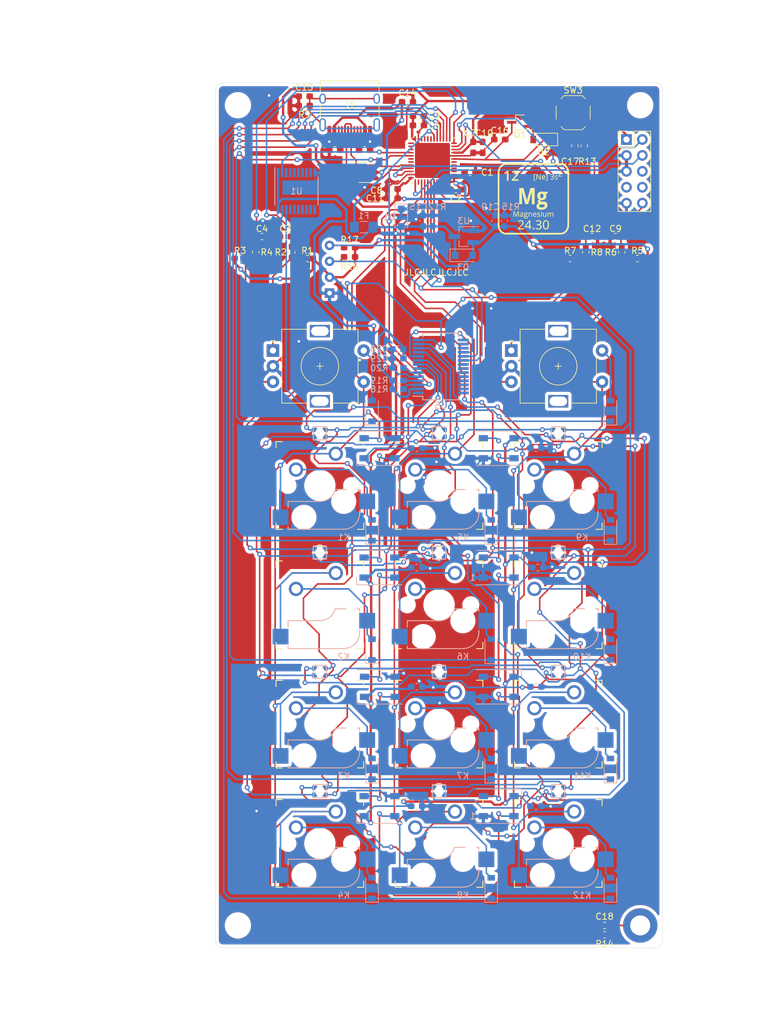
<source format=kicad_pcb>
(kicad_pcb (version 20171130) (host pcbnew "(5.1.5)-3")
  (layers (0 F.Cu signal) (31 B.Cu signal) (34 B.Paste user) (35 F.Paste user) (36 B.SilkS user) (37 F.SilkS user) (38 B.Mask user) (39 F.Mask user) (44 Edge.Cuts user))
  (net 0 "")
  (net 1 GND)
  (net 2 +3V3)
  (net 3 E1_A)
  (net 4 E1_B)
  (net 5 E2_A)
  (net 6 E2_B)
  (net 7 "Net-(C13-Pad2)")
  (net 8 VBUS)
  (net 9 +5V)
  (net 10 NRST)
  (net 11 BOOT0)
  (net 12 CASE)
  (net 13 row0)
  (net 14 "Net-(D2-Pad2)")
  (net 15 row1)
  (net 16 row2)
  (net 17 row3)
  (net 18 /KeyswitchMatrix/r1_c)
  (net 19 "Net-(D6-Pad2)")
  (net 20 "Net-(D7-Pad2)")
  (net 21 "Net-(D8-Pad2)")
  (net 22 "Net-(D9-Pad2)")
  (net 23 /KeyswitchMatrix/r2_c)
  (net 24 "Net-(D11-Pad2)")
  (net 25 "Net-(D12-Pad2)")
  (net 26 "Net-(D15-Pad2)")
  (net 27 "Net-(D18-Pad2)")
  (net 28 DIN)
  (net 29 "Net-(D19-Pad4)")
  (net 30 /AuxiliaryLEDs/DOUT)
  (net 31 "Net-(D21-Pad4)")
  (net 32 "Net-(D22-Pad2)")
  (net 33 CB1)
  (net 34 CB3)
  (net 35 CB2)
  (net 36 CB9)
  (net 37 CB8)
  (net 38 CB7)
  (net 39 CB6)
  (net 40 CB5)
  (net 41 CB4)
  (net 42 DS_SDA)
  (net 43 DS_SCL)
  (net 44 "Net-(J1-PadB8)")
  (net 45 "Net-(J1-PadA5)")
  (net 46 D-BUS)
  (net 47 D+BUS)
  (net 48 "Net-(J1-PadA8)")
  (net 49 "Net-(J1-PadB5)")
  (net 50 "Net-(J2-Pad8)")
  (net 51 "Net-(J2-Pad7)")
  (net 52 "Net-(J2-Pad6)")
  (net 53 SWCLK)
  (net 54 SWDIO)
  (net 55 col0)
  (net 56 col1)
  (net 57 col2)
  (net 58 R1_A)
  (net 59 R1_B)
  (net 60 R2_A)
  (net 61 R2_B)
  (net 62 LM_SDB)
  (net 63 "Net-(R19-Pad1)")
  (net 64 "Net-(R20-Pad1)")
  (net 65 "Net-(U1-Pad17)")
  (net 66 "Net-(U1-Pad16)")
  (net 67 "Net-(U1-Pad15)")
  (net 68 "Net-(U1-Pad14)")
  (net 69 "Net-(U1-Pad13)")
  (net 70 "Net-(U1-Pad12)")
  (net 71 "Net-(U1-Pad11)")
  (net 72 "Net-(U1-Pad9)")
  (net 73 "Net-(U1-Pad8)")
  (net 74 "Net-(U1-Pad7)")
  (net 75 "Net-(U1-Pad6)")
  (net 76 "Net-(U1-Pad5)")
  (net 77 "Net-(U1-Pad4)")
  (net 78 "Net-(U1-Pad3)")
  (net 79 AUX_LIGHT)
  (net 80 D-)
  (net 81 D+)
  (net 82 "Net-(U4-Pad46)")
  (net 83 "Net-(U4-Pad45)")
  (net 84 "Net-(U4-Pad38)")
  (net 85 "Net-(U4-Pad31)")
  (net 86 "Net-(U4-Pad30)")
  (net 87 "Net-(U4-Pad27)")
  (net 88 "Net-(U4-Pad26)")
  (net 89 "Net-(U4-Pad25)")
  (net 90 "Net-(U4-Pad22)")
  (net 91 "Net-(U4-Pad21)")
  (net 92 "Net-(U4-Pad20)")
  (net 93 "Net-(U4-Pad19)")
  (net 94 "Net-(U4-Pad6)")
  (net 95 "Net-(U4-Pad5)")
  (net 96 "Net-(U4-Pad4)")
  (net 97 "Net-(U4-Pad3)")
  (net 98 "Net-(U4-Pad2)")
  (net 99 "Net-(U5-Pad28)")
  (net 100 "Net-(U5-Pad27)")
  (net 101 "Net-(U5-Pad26)")
  (net 102 "Net-(U5-Pad25)")
  (net 103 "Net-(U5-Pad24)")
  (net 104 "Net-(U5-Pad23)")
  (net 105 "Net-(U5-Pad22)")
  (net 106 "Net-(U5-Pad21)")
  (net 107 "Net-(U5-Pad17)")
  (net 108 "Net-(U5-Pad16)")
  (net 109 "Net-(U5-Pad1)")
  (net 110 "Net-(D5-Pad2)")
  (net 111 "Net-(D10-Pad2)")
  (net 112 rowR)
  (net 113 "Net-(D14-Pad2)")
  (net 114 "Net-(D16-Pad2)")
  (net 115 "Net-(D17-Pad2)")
  (net 116 "Net-(D20-Pad2)")
  (net 117 "Net-(D23-Pad4)")
  (net 118 "Net-(D24-Pad2)")
  (module PeriodBoards:Mg (layer F.Cu) (at 111.25 53)
    (fp_text reference L1 hide)
    (fp_text value Logo hide)
  )
  (module Package_SO:SSOP-28_5.3x10.2mm_P0.65mm (layer B.Cu) (at 96.44103 79.77221)
    (fp_text reference U5 (at 0 6.25) (layer B.SilkS) (effects (justify mirror)))
    (fp_text value IS31FL3731-SA)
    (pad 1 smd rect (at -3.6 4.225) (size 1.75 0.45) (layers B.Cu B.Paste B.Mask) (net 109 "Net-(U5-Pad1)"))
    (pad 2 smd rect (at -3.6 3.575) (size 1.75 0.45) (layers B.Cu B.Paste B.Mask) (net 2 +3V3))
    (pad 3 smd rect (at -3.6 2.925) (size 1.75 0.45) (layers B.Cu B.Paste B.Mask) (net 62 LM_SDB))
    (pad 4 smd rect (at -3.6 2.275) (size 1.75 0.45) (layers B.Cu B.Paste B.Mask) (net 63 "Net-(R19-Pad1)"))
    (pad 5 smd rect (at -3.6 1.625) (size 1.75 0.45) (layers B.Cu B.Paste B.Mask) (net 1 GND))
    (pad 6 smd rect (at -3.6 0.975) (size 1.75 0.45) (layers B.Cu B.Paste B.Mask) (net 64 "Net-(R20-Pad1)"))
    (pad 7 smd rect (at -3.6 0.325) (size 1.75 0.45) (layers B.Cu B.Paste B.Mask) (net 33 CB1))
    (pad 8 smd rect (at -3.6 -0.325) (size 1.75 0.45) (layers B.Cu B.Paste B.Mask) (net 35 CB2))
    (pad 9 smd rect (at -3.6 -0.975) (size 1.75 0.45) (layers B.Cu B.Paste B.Mask) (net 34 CB3))
    (pad 10 smd rect (at -3.6 -1.625) (size 1.75 0.45) (layers B.Cu B.Paste B.Mask) (net 41 CB4))
    (pad 11 smd rect (at -3.6 -2.275) (size 1.75 0.45) (layers B.Cu B.Paste B.Mask) (net 40 CB5))
    (pad 12 smd rect (at -3.6 -2.925) (size 1.75 0.45) (layers B.Cu B.Paste B.Mask) (net 39 CB6))
    (pad 13 smd rect (at -3.6 -3.575) (size 1.75 0.45) (layers B.Cu B.Paste B.Mask) (net 38 CB7))
    (pad 14 smd rect (at -3.6 -4.225) (size 1.75 0.45) (layers B.Cu B.Paste B.Mask) (net 37 CB8))
    (pad 15 smd rect (at 3.6 -4.225) (size 1.75 0.45) (layers B.Cu B.Paste B.Mask) (net 36 CB9))
    (pad 16 smd rect (at 3.6 -3.575) (size 1.75 0.45) (layers B.Cu B.Paste B.Mask) (net 108 "Net-(U5-Pad16)"))
    (pad 17 smd rect (at 3.6 -2.925) (size 1.75 0.45) (layers B.Cu B.Paste B.Mask) (net 107 "Net-(U5-Pad17)"))
    (pad 18 smd rect (at 3.6 -2.275) (size 1.75 0.45) (layers B.Cu B.Paste B.Mask) (net 1 GND))
    (pad 19 smd rect (at 3.6 -1.625) (size 1.75 0.45) (layers B.Cu B.Paste B.Mask) (net 42 DS_SDA))
    (pad 20 smd rect (at 3.6 -0.975) (size 1.75 0.45) (layers B.Cu B.Paste B.Mask) (net 43 DS_SCL))
    (pad 21 smd rect (at 3.6 -0.325) (size 1.75 0.45) (layers B.Cu B.Paste B.Mask) (net 106 "Net-(U5-Pad21)"))
    (pad 22 smd rect (at 3.6 0.325) (size 1.75 0.45) (layers B.Cu B.Paste B.Mask) (net 105 "Net-(U5-Pad22)"))
    (pad 23 smd rect (at 3.6 0.975) (size 1.75 0.45) (layers B.Cu B.Paste B.Mask) (net 104 "Net-(U5-Pad23)"))
    (pad 24 smd rect (at 3.6 1.625) (size 1.75 0.45) (layers B.Cu B.Paste B.Mask) (net 103 "Net-(U5-Pad24)"))
    (pad 25 smd rect (at 3.6 2.275) (size 1.75 0.45) (layers B.Cu B.Paste B.Mask) (net 102 "Net-(U5-Pad25)"))
    (pad 26 smd rect (at 3.6 2.925) (size 1.75 0.45) (layers B.Cu B.Paste B.Mask) (net 101 "Net-(U5-Pad26)"))
    (pad 27 smd rect (at 3.6 3.575) (size 1.75 0.45) (layers B.Cu B.Paste B.Mask) (net 100 "Net-(U5-Pad27)"))
    (pad 28 smd rect (at 3.6 4.225) (size 1.75 0.45) (layers B.Cu B.Paste B.Mask) (net 99 "Net-(U5-Pad28)"))
  )
  (module Rotary_Encoder:RotaryEncoder_Alps_EC11E-Switch_Vertical_H20mm_1u (layer F.Cu) (at 115.2197 79.72536)
    (fp_text reference SW2 hide)
    (fp_text value Rotary_Encoder_Switch)
    (pad S1 thru_hole circle (at 7 2.5) (size 2 2) (drill 1) (layers *.Cu *.Mask) (net 57 col2))
    (pad S2 thru_hole circle (at 7 -2.5) (size 2 2) (drill 1) (layers *.Cu *.Mask) (net 23 /KeyswitchMatrix/r2_c))
    (pad MP thru_hole rect (at 0 5.6) (size 3.2 2) (drill oval 2.8 1.5) (layers *.Cu *.Mask))
    (pad MP thru_hole rect (at 0 -5.6) (size 3.2 2) (drill oval 2.8 1.5) (layers *.Cu *.Mask))
    (pad B thru_hole circle (at -7.5 2.5) (size 2 2) (drill 1) (layers *.Cu *.Mask) (net 61 R2_B))
    (pad C thru_hole circle (at -7.5 0) (size 2 2) (drill 1) (layers *.Cu *.Mask) (net 1 GND))
    (pad A thru_hole rect (at -7.5 -2.5) (size 2 2) (drill 1) (layers *.Cu *.Mask) (net 60 R2_A))
  )
  (module PeriodBoards:OLED_SCREEN_128x32 (layer F.Cu) (at 96.16962 64.24717)
    (fp_text reference DS1 hide)
    (fp_text value OLED_SCREEN_128x32)
    (pad 1 thru_hole rect (at -17.5 3.81) (size 1.524 1.524) (drill 0.762) (layers *.Cu *.Mask) (net 1 GND))
    (pad 2 thru_hole circle (at -17.5 1.27) (size 1.524 1.524) (drill 0.762) (layers *.Cu *.Mask) (net 2 +3V3))
    (pad 3 thru_hole circle (at -17.5 -1.27) (size 1.524 1.524) (drill 0.762) (layers *.Cu *.Mask) (net 43 DS_SCL))
    (pad 4 thru_hole circle (at -17.5 -3.81) (size 1.524 1.524) (drill 0.762) (layers *.Cu *.Mask) (net 42 DS_SDA))
  )
  (module LED_SMD:LED_WS2812B_PLCC4_5.0x5.0mm_P3.2mm (layer B.Cu) (at 105.69466 149.97253)
    (fp_text reference D25 hide)
    (fp_text value WS2812B)
    (fp_text user 1 (at -4.15 1.6) (layer B.SilkS) (effects (justify mirror)))
    (pad 1 smd rect (at -2.45 1.6) (size 1.5 1) (layers B.Cu B.Paste B.Mask) (net 1 GND))
    (pad 2 smd rect (at -2.45 -1.6) (size 1.5 1) (layers B.Cu B.Paste B.Mask) (net 117 "Net-(D23-Pad4)"))
    (pad 4 smd rect (at 2.45 1.6) (size 1.5 1) (layers B.Cu B.Paste B.Mask) (net 118 "Net-(D24-Pad2)"))
    (pad 3 smd rect (at 2.45 -1.6) (size 1.5 1) (layers B.Cu B.Paste B.Mask) (net 9 +5V))
  )
  (module LED_SMD:LED_WS2812B_PLCC4_5.0x5.0mm_P3.2mm (layer B.Cu) (at 86.64458 149.97253 180)
    (fp_text reference D24 hide)
    (fp_text value WS2812B)
    (fp_text user 1 (at -4.15 1.6) (layer B.SilkS) (effects (justify mirror)))
    (pad 1 smd rect (at -2.45 1.6 180) (size 1.5 1) (layers B.Cu B.Paste B.Mask) (net 1 GND))
    (pad 2 smd rect (at -2.45 -1.6 180) (size 1.5 1) (layers B.Cu B.Paste B.Mask) (net 118 "Net-(D24-Pad2)"))
    (pad 4 smd rect (at 2.45 1.6 180) (size 1.5 1) (layers B.Cu B.Paste B.Mask) (net 32 "Net-(D22-Pad2)"))
    (pad 3 smd rect (at 2.45 -1.6 180) (size 1.5 1) (layers B.Cu B.Paste B.Mask) (net 9 +5V))
  )
  (module LED_SMD:LED_WS2812B_PLCC4_5.0x5.0mm_P3.2mm (layer B.Cu) (at 105.69466 130.92245)
    (fp_text reference D23 hide)
    (fp_text value WS2812B)
    (pad 1 smd rect (at -2.45 1.6) (size 1.5 1) (layers B.Cu B.Paste B.Mask) (net 1 GND))
    (pad 2 smd rect (at -2.45 -1.6) (size 1.5 1) (layers B.Cu B.Paste B.Mask) (net 31 "Net-(D21-Pad4)"))
    (pad 4 smd rect (at 2.45 1.6) (size 1.5 1) (layers B.Cu B.Paste B.Mask) (net 117 "Net-(D23-Pad4)"))
    (pad 3 smd rect (at 2.45 -1.6) (size 1.5 1) (layers B.Cu B.Paste B.Mask) (net 9 +5V))
  )
  (module LED_SMD:LED_WS2812B_PLCC4_5.0x5.0mm_P3.2mm (layer B.Cu) (at 86.71332 130.92245 180)
    (fp_text reference D22 hide)
    (fp_text value WS2812B)
    (pad 1 smd rect (at -2.45 1.6 180) (size 1.5 1) (layers B.Cu B.Paste B.Mask) (net 1 GND))
    (pad 2 smd rect (at -2.45 -1.6 180) (size 1.5 1) (layers B.Cu B.Paste B.Mask) (net 32 "Net-(D22-Pad2)"))
    (pad 4 smd rect (at 2.45 1.6 180) (size 1.5 1) (layers B.Cu B.Paste B.Mask) (net 116 "Net-(D20-Pad2)"))
    (pad 3 smd rect (at 2.45 -1.6 180) (size 1.5 1) (layers B.Cu B.Paste B.Mask) (net 9 +5V))
  )
  (module LED_SMD:LED_WS2812B_PLCC4_5.0x5.0mm_P3.2mm (layer B.Cu) (at 105.69466 111.87237)
    (fp_text reference D21 hide)
    (fp_text value WS2812B)
    (fp_text user 1 (at -4.15 1.6) (layer B.SilkS) (effects (justify mirror)))
    (pad 1 smd rect (at -2.45 1.6) (size 1.5 1) (layers B.Cu B.Paste B.Mask) (net 1 GND))
    (pad 2 smd rect (at -2.45 -1.6) (size 1.5 1) (layers B.Cu B.Paste B.Mask) (net 29 "Net-(D19-Pad4)"))
    (pad 4 smd rect (at 2.45 1.6) (size 1.5 1) (layers B.Cu B.Paste B.Mask) (net 31 "Net-(D21-Pad4)"))
    (pad 3 smd rect (at 2.45 -1.6) (size 1.5 1) (layers B.Cu B.Paste B.Mask) (net 9 +5V))
  )
  (module LED_SMD:LED_WS2812B_PLCC4_5.0x5.0mm_P3.2mm (layer B.Cu) (at 86.64458 111.87237 180)
    (fp_text reference D20 hide)
    (fp_text value WS2812B)
    (fp_text user 1 (at -4.15 1.6) (layer B.SilkS) (effects (justify mirror)))
    (pad 1 smd rect (at -2.45 1.6 180) (size 1.5 1) (layers B.Cu B.Paste B.Mask) (net 1 GND))
    (pad 2 smd rect (at -2.45 -1.6 180) (size 1.5 1) (layers B.Cu B.Paste B.Mask) (net 116 "Net-(D20-Pad2)"))
    (pad 4 smd rect (at 2.45 1.6 180) (size 1.5 1) (layers B.Cu B.Paste B.Mask) (net 27 "Net-(D18-Pad2)"))
    (pad 3 smd rect (at 2.45 -1.6 180) (size 1.5 1) (layers B.Cu B.Paste B.Mask) (net 9 +5V))
  )
  (module LED_SMD:LED_WS2812B_PLCC4_5.0x5.0mm_P3.2mm (layer B.Cu) (at 105.69466 92.82229)
    (fp_text reference D19 hide)
    (fp_text value WS2812B)
    (pad 1 smd rect (at -2.45 1.6) (size 1.5 1) (layers B.Cu B.Paste B.Mask) (net 1 GND))
    (pad 2 smd rect (at -2.45 -1.6) (size 1.5 1) (layers B.Cu B.Paste B.Mask) (net 30 /AuxiliaryLEDs/DOUT))
    (pad 4 smd rect (at 2.45 1.6) (size 1.5 1) (layers B.Cu B.Paste B.Mask) (net 29 "Net-(D19-Pad4)"))
    (pad 3 smd rect (at 2.45 -1.6) (size 1.5 1) (layers B.Cu B.Paste B.Mask) (net 9 +5V))
  )
  (module LED_SMD:LED_WS2812B_PLCC4_5.0x5.0mm_P3.2mm (layer B.Cu) (at 86.64458 92.82229 180)
    (fp_text reference D18 hide)
    (fp_text value WS2812B)
    (pad 1 smd rect (at -2.45 1.6 180) (size 1.5 1) (layers B.Cu B.Paste B.Mask) (net 1 GND))
    (pad 2 smd rect (at -2.45 -1.6 180) (size 1.5 1) (layers B.Cu B.Paste B.Mask) (net 27 "Net-(D18-Pad2)"))
    (pad 4 smd rect (at 2.45 1.6 180) (size 1.5 1) (layers B.Cu B.Paste B.Mask) (net 28 DIN))
    (pad 3 smd rect (at 2.45 -1.6 180) (size 1.5 1) (layers B.Cu B.Paste B.Mask) (net 9 +5V))
  )
  (module Capacitor_SMD:C_0603_1608Metric_Pad1.05x0.95mm_HandSolder (layer B.Cu) (at 92.59773 149.97253)
    (fp_text reference C26 hide)
    (fp_text value 100nF)
    (pad 2 smd roundrect (at 0.875 0) (size 1.05 0.95) (layers B.Cu B.Paste B.Mask) (net 1 GND))
    (pad 1 smd roundrect (at -0.875 0) (size 1.05 0.95) (layers B.Cu B.Paste B.Mask) (net 9 +5V))
  )
  (module Capacitor_SMD:C_0603_1608Metric_Pad1.05x0.95mm_HandSolder (layer B.Cu) (at 111.64781 149.97253)
    (fp_text reference C27 hide)
    (fp_text value 100nF)
    (pad 2 smd roundrect (at 0.875 0) (size 1.05 0.95) (layers B.Cu B.Paste B.Mask) (net 1 GND))
    (pad 1 smd roundrect (at -0.875 0) (size 1.05 0.95) (layers B.Cu B.Paste B.Mask) (net 9 +5V))
  )
  (module Capacitor_SMD:C_0603_1608Metric_Pad1.05x0.95mm_HandSolder (layer B.Cu) (at 92.59773 130.92245)
    (fp_text reference C24 hide)
    (fp_text value 100nF)
    (pad 2 smd roundrect (at 0.875 0) (size 1.05 0.95) (layers B.Cu B.Paste B.Mask) (net 1 GND))
    (pad 1 smd roundrect (at -0.875 0) (size 1.05 0.95) (layers B.Cu B.Paste B.Mask) (net 9 +5V))
  )
  (module Capacitor_SMD:C_0603_1608Metric_Pad1.05x0.95mm_HandSolder (layer B.Cu) (at 111.64781 130.92245)
    (fp_text reference C25 hide)
    (fp_text value 100nF)
    (pad 2 smd roundrect (at 0.875 0) (size 1.05 0.95) (layers B.Cu B.Paste B.Mask) (net 1 GND))
    (pad 1 smd roundrect (at -0.875 0) (size 1.05 0.95) (layers B.Cu B.Paste B.Mask) (net 9 +5V))
  )
  (module Capacitor_SMD:C_0603_1608Metric_Pad1.05x0.95mm_HandSolder (layer B.Cu) (at 92.59773 111.87237)
    (fp_text reference C22 hide)
    (fp_text value 100nF)
    (pad 2 smd roundrect (at 0.875 0) (size 1.05 0.95) (layers B.Cu B.Paste B.Mask) (net 1 GND))
    (pad 1 smd roundrect (at -0.875 0) (size 1.05 0.95) (layers B.Cu B.Paste B.Mask) (net 9 +5V))
  )
  (module Capacitor_SMD:C_0603_1608Metric_Pad1.05x0.95mm_HandSolder (layer B.Cu) (at 111.96344 111.87237)
    (fp_text reference C23 hide)
    (fp_text value 100nF)
    (pad 2 smd roundrect (at 0.875 0) (size 1.05 0.95) (layers B.Cu B.Paste B.Mask) (net 1 GND))
    (pad 1 smd roundrect (at -0.875 0) (size 1.05 0.95) (layers B.Cu B.Paste B.Mask) (net 9 +5V))
  )
  (module Capacitor_SMD:C_0603_1608Metric_Pad1.05x0.95mm_HandSolder (layer B.Cu) (at 92.59773 92.82229)
    (fp_text reference C20 hide)
    (fp_text value 100nF)
    (pad 2 smd roundrect (at 0.875 0) (size 1.05 0.95) (layers B.Cu B.Paste B.Mask) (net 1 GND))
    (pad 1 smd roundrect (at -0.875 0) (size 1.05 0.95) (layers B.Cu B.Paste B.Mask) (net 9 +5V))
  )
  (module Capacitor_SMD:C_0603_1608Metric_Pad1.05x0.95mm_HandSolder (layer B.Cu) (at 111.64781 92.82229)
    (fp_text reference C21 hide)
    (fp_text value 100nF)
    (pad 2 smd roundrect (at 0.875 0) (size 1.05 0.95) (layers B.Cu B.Paste B.Mask) (net 1 GND))
    (pad 1 smd roundrect (at -0.875 0) (size 1.05 0.95) (layers B.Cu B.Paste B.Mask) (net 9 +5V))
  )
  (module Package_DFN_QFN:QFN-48-1EP_7x7mm_P0.5mm_EP5.6x5.6mm (layer F.Cu) (at 95.11874 46.87504 180)
    (fp_text reference U4 hide)
    (fp_text value STM32F072CBUx)
    (pad 48 smd roundrect (at -2.75 -3.4375 180) (size 0.25 0.875) (layers F.Cu F.Paste F.Mask) (net 2 +3V3))
    (pad 47 smd roundrect (at -2.25 -3.4375 180) (size 0.25 0.875) (layers F.Cu F.Paste F.Mask) (net 1 GND))
    (pad 46 smd roundrect (at -1.75 -3.4375 180) (size 0.25 0.875) (layers F.Cu F.Paste F.Mask) (net 82 "Net-(U4-Pad46)"))
    (pad 45 smd roundrect (at -1.25 -3.4375 180) (size 0.25 0.875) (layers F.Cu F.Paste F.Mask) (net 83 "Net-(U4-Pad45)"))
    (pad 44 smd roundrect (at -0.75 -3.4375 180) (size 0.25 0.875) (layers F.Cu F.Paste F.Mask) (net 11 BOOT0))
    (pad 43 smd roundrect (at -0.25 -3.4375 180) (size 0.25 0.875) (layers F.Cu F.Paste F.Mask) (net 42 DS_SDA))
    (pad 42 smd roundrect (at 0.25 -3.4375 180) (size 0.25 0.875) (layers F.Cu F.Paste F.Mask) (net 43 DS_SCL))
    (pad 41 smd roundrect (at 0.75 -3.4375 180) (size 0.25 0.875) (layers F.Cu F.Paste F.Mask) (net 57 col2))
    (pad 40 smd roundrect (at 1.25 -3.4375 180) (size 0.25 0.875) (layers F.Cu F.Paste F.Mask) (net 56 col1))
    (pad 39 smd roundrect (at 1.75 -3.4375 180) (size 0.25 0.875) (layers F.Cu F.Paste F.Mask) (net 55 col0))
    (pad 38 smd roundrect (at 2.25 -3.4375 180) (size 0.25 0.875) (layers F.Cu F.Paste F.Mask) (net 84 "Net-(U4-Pad38)"))
    (pad 37 smd roundrect (at 2.75 -3.4375 180) (size 0.25 0.875) (layers F.Cu F.Paste F.Mask) (net 53 SWCLK))
    (pad 36 smd roundrect (at 3.4375 -2.75 180) (size 0.875 0.25) (layers F.Cu F.Paste F.Mask) (net 2 +3V3))
    (pad 35 smd roundrect (at 3.4375 -2.25 180) (size 0.875 0.25) (layers F.Cu F.Paste F.Mask) (net 1 GND))
    (pad 34 smd roundrect (at 3.4375 -1.75 180) (size 0.875 0.25) (layers F.Cu F.Paste F.Mask) (net 54 SWDIO))
    (pad 33 smd roundrect (at 3.4375 -1.25 180) (size 0.875 0.25) (layers F.Cu F.Paste F.Mask) (net 81 D+))
    (pad 32 smd roundrect (at 3.4375 -0.75 180) (size 0.875 0.25) (layers F.Cu F.Paste F.Mask) (net 80 D-))
    (pad 31 smd roundrect (at 3.4375 -0.25 180) (size 0.875 0.25) (layers F.Cu F.Paste F.Mask) (net 85 "Net-(U4-Pad31)"))
    (pad 30 smd roundrect (at 3.4375 0.25 180) (size 0.875 0.25) (layers F.Cu F.Paste F.Mask) (net 86 "Net-(U4-Pad30)"))
    (pad 29 smd roundrect (at 3.4375 0.75 180) (size 0.875 0.25) (layers F.Cu F.Paste F.Mask) (net 112 rowR))
    (pad 28 smd roundrect (at 3.4375 1.25 180) (size 0.875 0.25) (layers F.Cu F.Paste F.Mask) (net 79 AUX_LIGHT))
    (pad 27 smd roundrect (at 3.4375 1.75 180) (size 0.875 0.25) (layers F.Cu F.Paste F.Mask) (net 87 "Net-(U4-Pad27)"))
    (pad 26 smd roundrect (at 3.4375 2.25 180) (size 0.875 0.25) (layers F.Cu F.Paste F.Mask) (net 88 "Net-(U4-Pad26)"))
    (pad 25 smd roundrect (at 3.4375 2.75 180) (size 0.875 0.25) (layers F.Cu F.Paste F.Mask) (net 89 "Net-(U4-Pad25)"))
    (pad 24 smd roundrect (at 2.75 3.4375 180) (size 0.25 0.875) (layers F.Cu F.Paste F.Mask) (net 2 +3V3))
    (pad 23 smd roundrect (at 2.25 3.4375 180) (size 0.25 0.875) (layers F.Cu F.Paste F.Mask) (net 1 GND))
    (pad 22 smd roundrect (at 1.75 3.4375 180) (size 0.25 0.875) (layers F.Cu F.Paste F.Mask) (net 90 "Net-(U4-Pad22)"))
    (pad 21 smd roundrect (at 1.25 3.4375 180) (size 0.25 0.875) (layers F.Cu F.Paste F.Mask) (net 91 "Net-(U4-Pad21)"))
    (pad 20 smd roundrect (at 0.75 3.4375 180) (size 0.25 0.875) (layers F.Cu F.Paste F.Mask) (net 92 "Net-(U4-Pad20)"))
    (pad 19 smd roundrect (at 0.25 3.4375 180) (size 0.25 0.875) (layers F.Cu F.Paste F.Mask) (net 93 "Net-(U4-Pad19)"))
    (pad 18 smd roundrect (at -0.25 3.4375 180) (size 0.25 0.875) (layers F.Cu F.Paste F.Mask) (net 62 LM_SDB))
    (pad 17 smd roundrect (at -0.75 3.4375 180) (size 0.25 0.875) (layers F.Cu F.Paste F.Mask) (net 13 row0))
    (pad 16 smd roundrect (at -1.25 3.4375 180) (size 0.25 0.875) (layers F.Cu F.Paste F.Mask) (net 15 row1))
    (pad 15 smd roundrect (at -1.75 3.4375 180) (size 0.25 0.875) (layers F.Cu F.Paste F.Mask) (net 16 row2))
    (pad 14 smd roundrect (at -2.25 3.4375 180) (size 0.25 0.875) (layers F.Cu F.Paste F.Mask) (net 17 row3))
    (pad 13 smd roundrect (at -2.75 3.4375 180) (size 0.25 0.875) (layers F.Cu F.Paste F.Mask) (net 3 E1_A))
    (pad 12 smd roundrect (at -3.4375 2.75 180) (size 0.875 0.25) (layers F.Cu F.Paste F.Mask) (net 4 E1_B))
    (pad 11 smd roundrect (at -3.4375 2.25 180) (size 0.875 0.25) (layers F.Cu F.Paste F.Mask) (net 5 E2_A))
    (pad 10 smd roundrect (at -3.4375 1.75 180) (size 0.875 0.25) (layers F.Cu F.Paste F.Mask) (net 6 E2_B))
    (pad 9 smd roundrect (at -3.4375 1.25 180) (size 0.875 0.25) (layers F.Cu F.Paste F.Mask) (net 2 +3V3))
    (pad 8 smd roundrect (at -3.4375 0.75 180) (size 0.875 0.25) (layers F.Cu F.Paste F.Mask) (net 1 GND))
    (pad 7 smd roundrect (at -3.4375 0.25 180) (size 0.875 0.25) (layers F.Cu F.Paste F.Mask) (net 10 NRST))
    (pad 6 smd roundrect (at -3.4375 -0.25 180) (size 0.875 0.25) (layers F.Cu F.Paste F.Mask) (net 94 "Net-(U4-Pad6)"))
    (pad 5 smd roundrect (at -3.4375 -0.75 180) (size 0.875 0.25) (layers F.Cu F.Paste F.Mask) (net 95 "Net-(U4-Pad5)"))
    (pad 4 smd roundrect (at -3.4375 -1.25 180) (size 0.875 0.25) (layers F.Cu F.Paste F.Mask) (net 96 "Net-(U4-Pad4)"))
    (pad 3 smd roundrect (at -3.4375 -1.75 180) (size 0.875 0.25) (layers F.Cu F.Paste F.Mask) (net 97 "Net-(U4-Pad3)"))
    (pad 2 smd roundrect (at -3.4375 -2.25 180) (size 0.875 0.25) (layers F.Cu F.Paste F.Mask) (net 98 "Net-(U4-Pad2)"))
    (pad 1 smd roundrect (at -3.4375 -2.75 180) (size 0.875 0.25) (layers F.Cu F.Paste F.Mask) (net 2 +3V3))
    (pad 49 smd roundrect (at 0 0 180) (size 5.6 5.6) (layers F.Cu F.Mask) (roundrect_rratio 0.044643) (net 1 GND))
  )
  (module PeriodBoards:LED_RGBA_Reverse (layer F.Cu) (at 115.21874 147.590665)
    (fp_text reference D37 hide)
    (fp_text value LED_RGBA)
    (pad 1 smd rect (at 0.85 0.55) (size 0.8 0.7) (layers B.Cu B.Paste B.Mask) (net 36 CB9))
    (pad 3 smd rect (at -0.85 0.55) (size 0.8 0.7) (layers B.Cu B.Paste B.Mask) (net 38 CB7))
    (pad 2 smd rect (at 0.85 -0.55) (size 0.8 0.7) (layers B.Cu B.Paste B.Mask) (net 37 CB8))
    (pad 4 smd rect (at -0.85 -0.55) (size 0.8 0.7) (layers B.Cu B.Paste B.Mask) (net 39 CB6))
    (pad "" np_thru_hole circle (at 0 0) (size 1.524 1.524) (drill 1.524) (layers *.Cu *.Mask))
  )
  (module PeriodBoards:LED_RGBA_Reverse (layer F.Cu) (at 115.21874 128.540665)
    (fp_text reference D36 hide)
    (fp_text value LED_RGBA)
    (pad 1 smd rect (at 0.85 0.55) (size 0.8 0.7) (layers B.Cu B.Paste B.Mask) (net 36 CB9))
    (pad 3 smd rect (at -0.85 0.55) (size 0.8 0.7) (layers B.Cu B.Paste B.Mask) (net 38 CB7))
    (pad 2 smd rect (at 0.85 -0.55) (size 0.8 0.7) (layers B.Cu B.Paste B.Mask) (net 37 CB8))
    (pad 4 smd rect (at -0.85 -0.55) (size 0.8 0.7) (layers B.Cu B.Paste B.Mask) (net 40 CB5))
    (pad "" np_thru_hole circle (at 0 0) (size 1.524 1.524) (drill 1.524) (layers *.Cu *.Mask))
  )
  (module PeriodBoards:LED_RGBA_Reverse (layer F.Cu) (at 115.21874 109.490665)
    (fp_text reference D35 hide)
    (fp_text value LED_RGBA)
    (pad 1 smd rect (at 0.85 0.55) (size 0.8 0.7) (layers B.Cu B.Paste B.Mask) (net 36 CB9))
    (pad 3 smd rect (at -0.85 0.55) (size 0.8 0.7) (layers B.Cu B.Paste B.Mask) (net 38 CB7))
    (pad 2 smd rect (at 0.85 -0.55) (size 0.8 0.7) (layers B.Cu B.Paste B.Mask) (net 37 CB8))
    (pad 4 smd rect (at -0.85 -0.55) (size 0.8 0.7) (layers B.Cu B.Paste B.Mask) (net 41 CB4))
    (pad "" np_thru_hole circle (at 0 0) (size 1.524 1.524) (drill 1.524) (layers *.Cu *.Mask))
  )
  (module PeriodBoards:LED_RGBA_Reverse (layer F.Cu) (at 115.21874 90.440665)
    (fp_text reference D34 hide)
    (fp_text value LED_RGBA)
    (pad 1 smd rect (at 0.85 0.55) (size 0.8 0.7) (layers B.Cu B.Paste B.Mask) (net 36 CB9))
    (pad 3 smd rect (at -0.85 0.55) (size 0.8 0.7) (layers B.Cu B.Paste B.Mask) (net 38 CB7))
    (pad 2 smd rect (at 0.85 -0.55) (size 0.8 0.7) (layers B.Cu B.Paste B.Mask) (net 37 CB8))
    (pad 4 smd rect (at -0.85 -0.55) (size 0.8 0.7) (layers B.Cu B.Paste B.Mask) (net 34 CB3))
    (pad "" np_thru_hole circle (at 0 0) (size 1.524 1.524) (drill 1.524) (layers *.Cu *.Mask))
  )
  (module PeriodBoards:LED_RGBA_Reverse (layer F.Cu) (at 96.16874 147.590665)
    (fp_text reference D33 hide)
    (fp_text value LED_RGBA)
    (pad 1 smd rect (at 0.85 0.55) (size 0.8 0.7) (layers B.Cu B.Paste B.Mask) (net 36 CB9))
    (pad 3 smd rect (at -0.85 0.55) (size 0.8 0.7) (layers B.Cu B.Paste B.Mask) (net 38 CB7))
    (pad 2 smd rect (at 0.85 -0.55) (size 0.8 0.7) (layers B.Cu B.Paste B.Mask) (net 37 CB8))
    (pad 4 smd rect (at -0.85 -0.55) (size 0.8 0.7) (layers B.Cu B.Paste B.Mask) (net 35 CB2))
    (pad "" np_thru_hole circle (at 0 0) (size 1.524 1.524) (drill 1.524) (layers *.Cu *.Mask))
  )
  (module PeriodBoards:LED_RGBA_Reverse (layer F.Cu) (at 96.16874 128.540665)
    (fp_text reference D32 hide)
    (fp_text value LED_RGBA)
    (pad 1 smd rect (at 0.85 0.55) (size 0.8 0.7) (layers B.Cu B.Paste B.Mask) (net 36 CB9))
    (pad 3 smd rect (at -0.85 0.55) (size 0.8 0.7) (layers B.Cu B.Paste B.Mask) (net 38 CB7))
    (pad 2 smd rect (at 0.85 -0.55) (size 0.8 0.7) (layers B.Cu B.Paste B.Mask) (net 37 CB8))
    (pad 4 smd rect (at -0.85 -0.55) (size 0.8 0.7) (layers B.Cu B.Paste B.Mask) (net 33 CB1))
    (pad "" np_thru_hole circle (at 0 0) (size 1.524 1.524) (drill 1.524) (layers *.Cu *.Mask))
  )
  (module PeriodBoards:LED_RGBA_Reverse (layer F.Cu) (at 96.16874 109.490665)
    (fp_text reference D31 hide)
    (fp_text value LED_RGBA)
    (pad 1 smd rect (at 0.85 0.55) (size 0.8 0.7) (layers B.Cu B.Paste B.Mask) (net 33 CB1))
    (pad 3 smd rect (at -0.85 0.55) (size 0.8 0.7) (layers B.Cu B.Paste B.Mask) (net 34 CB3))
    (pad 2 smd rect (at 0.85 -0.55) (size 0.8 0.7) (layers B.Cu B.Paste B.Mask) (net 35 CB2))
    (pad 4 smd rect (at -0.85 -0.55) (size 0.8 0.7) (layers B.Cu B.Paste B.Mask) (net 41 CB4))
    (pad "" np_thru_hole circle (at 0 0) (size 1.524 1.524) (drill 1.524) (layers *.Cu *.Mask))
  )
  (module PeriodBoards:LED_RGBA_Reverse (layer F.Cu) (at 96.16874 90.440665)
    (fp_text reference D30 hide)
    (fp_text value LED_RGBA)
    (pad 1 smd rect (at 0.85 0.55) (size 0.8 0.7) (layers B.Cu B.Paste B.Mask) (net 33 CB1))
    (pad 3 smd rect (at -0.85 0.55) (size 0.8 0.7) (layers B.Cu B.Paste B.Mask) (net 34 CB3))
    (pad 2 smd rect (at 0.85 -0.55) (size 0.8 0.7) (layers B.Cu B.Paste B.Mask) (net 35 CB2))
    (pad 4 smd rect (at -0.85 -0.55) (size 0.8 0.7) (layers B.Cu B.Paste B.Mask) (net 40 CB5))
    (pad "" np_thru_hole circle (at 0 0) (size 1.524 1.524) (drill 1.524) (layers *.Cu *.Mask))
  )
  (module PeriodBoards:LED_RGBA_Reverse (layer F.Cu) (at 77.11874 147.590665)
    (fp_text reference D29 hide)
    (fp_text value LED_RGBA)
    (pad 1 smd rect (at 0.85 0.55) (size 0.8 0.7) (layers B.Cu B.Paste B.Mask) (net 33 CB1))
    (pad 3 smd rect (at -0.85 0.55) (size 0.8 0.7) (layers B.Cu B.Paste B.Mask) (net 34 CB3))
    (pad 2 smd rect (at 0.85 -0.55) (size 0.8 0.7) (layers B.Cu B.Paste B.Mask) (net 35 CB2))
    (pad 4 smd rect (at -0.85 -0.55) (size 0.8 0.7) (layers B.Cu B.Paste B.Mask) (net 39 CB6))
    (pad "" np_thru_hole circle (at 0 0) (size 1.524 1.524) (drill 1.524) (layers *.Cu *.Mask))
  )
  (module PeriodBoards:LED_RGBA_Reverse (layer F.Cu) (at 77.11874 128.540665)
    (fp_text reference D28 hide)
    (fp_text value LED_RGBA)
    (pad 1 smd rect (at 0.85 0.55) (size 0.8 0.7) (layers B.Cu B.Paste B.Mask) (net 33 CB1))
    (pad 3 smd rect (at -0.85 0.55) (size 0.8 0.7) (layers B.Cu B.Paste B.Mask) (net 34 CB3))
    (pad 2 smd rect (at 0.85 -0.55) (size 0.8 0.7) (layers B.Cu B.Paste B.Mask) (net 35 CB2))
    (pad 4 smd rect (at -0.85 -0.55) (size 0.8 0.7) (layers B.Cu B.Paste B.Mask) (net 38 CB7))
    (pad "" np_thru_hole circle (at 0 0) (size 1.524 1.524) (drill 1.524) (layers *.Cu *.Mask))
  )
  (module PeriodBoards:LED_RGBA_Reverse (layer F.Cu) (at 77.11874 109.490665)
    (fp_text reference D27 hide)
    (fp_text value LED_RGBA)
    (pad 1 smd rect (at 0.85 0.55) (size 0.8 0.7) (layers B.Cu B.Paste B.Mask) (net 33 CB1))
    (pad 3 smd rect (at -0.85 0.55) (size 0.8 0.7) (layers B.Cu B.Paste B.Mask) (net 34 CB3))
    (pad 2 smd rect (at 0.85 -0.55) (size 0.8 0.7) (layers B.Cu B.Paste B.Mask) (net 35 CB2))
    (pad 4 smd rect (at -0.85 -0.55) (size 0.8 0.7) (layers B.Cu B.Paste B.Mask) (net 37 CB8))
    (pad "" np_thru_hole circle (at 0 0) (size 1.524 1.524) (drill 1.524) (layers *.Cu *.Mask))
  )
  (module PeriodBoards:LED_RGBA_Reverse (layer F.Cu) (at 77.11874 90.440665)
    (fp_text reference D26 hide)
    (fp_text value LED_RGBA)
    (pad 1 smd rect (at 0.85 0.55) (size 0.8 0.7) (layers B.Cu B.Paste B.Mask) (net 33 CB1))
    (pad 3 smd rect (at -0.85 0.55) (size 0.8 0.7) (layers B.Cu B.Paste B.Mask) (net 34 CB3))
    (pad 2 smd rect (at 0.85 -0.55) (size 0.8 0.7) (layers B.Cu B.Paste B.Mask) (net 35 CB2))
    (pad 4 smd rect (at -0.85 -0.55) (size 0.8 0.7) (layers B.Cu B.Paste B.Mask) (net 36 CB9))
    (pad "" np_thru_hole circle (at 0 0) (size 1.524 1.524) (drill 1.524) (layers *.Cu *.Mask))
  )
  (module Rotary_Encoder:RotaryEncoder_Alps_EC11E-Switch_Vertical_H20mm_1u (layer F.Cu) (at 77.11954 79.72536)
    (fp_text reference SW1 hide)
    (fp_text value Rotary_Encoder_Switch)
    (pad S1 thru_hole circle (at 7 2.5) (size 2 2) (drill 1) (layers *.Cu *.Mask) (net 55 col0))
    (pad S2 thru_hole circle (at 7 -2.5) (size 2 2) (drill 1) (layers *.Cu *.Mask) (net 18 /KeyswitchMatrix/r1_c))
    (pad MP thru_hole rect (at 0 5.6) (size 3.2 2) (drill oval 2.8 1.5) (layers *.Cu *.Mask))
    (pad MP thru_hole rect (at 0 -5.6) (size 3.2 2) (drill oval 2.8 1.5) (layers *.Cu *.Mask))
    (pad B thru_hole circle (at -7.5 2.5) (size 2 2) (drill 1) (layers *.Cu *.Mask) (net 59 R1_B))
    (pad C thru_hole circle (at -7.5 0) (size 2 2) (drill 1) (layers *.Cu *.Mask) (net 1 GND))
    (pad A thru_hole rect (at -7.5 -2.5) (size 2 2) (drill 1) (layers *.Cu *.Mask) (net 58 R1_A))
  )
  (module Package_TO_SOT_SMD:SOT-23_Handsoldering (layer B.Cu) (at 100.11874 59.02504 180)
    (fp_text reference U3 (at 0 2.5) (layer B.SilkS) (effects (justify mirror)))
    (fp_text value MCP1700-3302E_SOT23)
    (pad 1 smd rect (at -1.5 0.95 180) (size 1.9 0.8) (layers B.Cu B.Paste B.Mask) (net 1 GND))
    (pad 2 smd rect (at -1.5 -0.95 180) (size 1.9 0.8) (layers B.Cu B.Paste B.Mask) (net 2 +3V3))
    (pad 3 smd rect (at 1.5 0 180) (size 1.9 0.8) (layers B.Cu B.Paste B.Mask) (net 9 +5V))
  )
  (module Package_TO_SOT_SMD:SOT-23-6_Handsoldering (layer F.Cu) (at 84.26332 48.76898)
    (fp_text reference U2 hide)
    (fp_text value USBLC6-2SC6)
    (pad 1 smd rect (at -1.35 -0.95) (size 1.56 0.65) (layers F.Cu F.Paste F.Mask) (net 46 D-BUS))
    (pad 2 smd rect (at -1.35 0) (size 1.56 0.65) (layers F.Cu F.Paste F.Mask) (net 1 GND))
    (pad 3 smd rect (at -1.35 0.95) (size 1.56 0.65) (layers F.Cu F.Paste F.Mask) (net 47 D+BUS))
    (pad 4 smd rect (at 1.35 0.95) (size 1.56 0.65) (layers F.Cu F.Paste F.Mask) (net 81 D+))
    (pad 6 smd rect (at 1.35 -0.95) (size 1.56 0.65) (layers F.Cu F.Paste F.Mask) (net 80 D-))
    (pad 5 smd rect (at 1.35 0) (size 1.56 0.65) (layers F.Cu F.Paste F.Mask) (net 8 VBUS))
  )
  (module Package_SO:TSSOP-20_4.4x6.5mm_P0.65mm (layer B.Cu) (at 73.36874 51.77504 270)
    (fp_text reference U1 (at 0 0 180) (layer B.SilkS) (effects (justify mirror)))
    (fp_text value 74HCT245PW)
    (pad 1 smd rect (at -2.95 2.925 270) (size 1.45 0.45) (layers B.Cu B.Paste B.Mask) (net 9 +5V))
    (pad 2 smd rect (at -2.95 2.275 270) (size 1.45 0.45) (layers B.Cu B.Paste B.Mask) (net 79 AUX_LIGHT))
    (pad 3 smd rect (at -2.95 1.625 270) (size 1.45 0.45) (layers B.Cu B.Paste B.Mask) (net 78 "Net-(U1-Pad3)"))
    (pad 4 smd rect (at -2.95 0.975 270) (size 1.45 0.45) (layers B.Cu B.Paste B.Mask) (net 77 "Net-(U1-Pad4)"))
    (pad 5 smd rect (at -2.95 0.325 270) (size 1.45 0.45) (layers B.Cu B.Paste B.Mask) (net 76 "Net-(U1-Pad5)"))
    (pad 6 smd rect (at -2.95 -0.325 270) (size 1.45 0.45) (layers B.Cu B.Paste B.Mask) (net 75 "Net-(U1-Pad6)"))
    (pad 7 smd rect (at -2.95 -0.975 270) (size 1.45 0.45) (layers B.Cu B.Paste B.Mask) (net 74 "Net-(U1-Pad7)"))
    (pad 8 smd rect (at -2.95 -1.625 270) (size 1.45 0.45) (layers B.Cu B.Paste B.Mask) (net 73 "Net-(U1-Pad8)"))
    (pad 9 smd rect (at -2.95 -2.275 270) (size 1.45 0.45) (layers B.Cu B.Paste B.Mask) (net 72 "Net-(U1-Pad9)"))
    (pad 10 smd rect (at -2.95 -2.925 270) (size 1.45 0.45) (layers B.Cu B.Paste B.Mask) (net 1 GND))
    (pad 11 smd rect (at 2.95 -2.925 270) (size 1.45 0.45) (layers B.Cu B.Paste B.Mask) (net 71 "Net-(U1-Pad11)"))
    (pad 12 smd rect (at 2.95 -2.275 270) (size 1.45 0.45) (layers B.Cu B.Paste B.Mask) (net 70 "Net-(U1-Pad12)"))
    (pad 13 smd rect (at 2.95 -1.625 270) (size 1.45 0.45) (layers B.Cu B.Paste B.Mask) (net 69 "Net-(U1-Pad13)"))
    (pad 14 smd rect (at 2.95 -0.975 270) (size 1.45 0.45) (layers B.Cu B.Paste B.Mask) (net 68 "Net-(U1-Pad14)"))
    (pad 15 smd rect (at 2.95 -0.325 270) (size 1.45 0.45) (layers B.Cu B.Paste B.Mask) (net 67 "Net-(U1-Pad15)"))
    (pad 16 smd rect (at 2.95 0.325 270) (size 1.45 0.45) (layers B.Cu B.Paste B.Mask) (net 66 "Net-(U1-Pad16)"))
    (pad 17 smd rect (at 2.95 0.975 270) (size 1.45 0.45) (layers B.Cu B.Paste B.Mask) (net 65 "Net-(U1-Pad17)"))
    (pad 18 smd rect (at 2.95 1.625 270) (size 1.45 0.45) (layers B.Cu B.Paste B.Mask) (net 28 DIN))
    (pad 19 smd rect (at 2.95 2.275 270) (size 1.45 0.45) (layers B.Cu B.Paste B.Mask) (net 1 GND))
    (pad 20 smd rect (at 2.95 2.925 270) (size 1.45 0.45) (layers B.Cu B.Paste B.Mask) (net 9 +5V))
  )
  (module Button_Switch_SMD:SW_SPST_SKQG_WithStem (layer F.Cu) (at 117.60096 39.24394)
    (fp_text reference SW3 (at 0 -3.6) (layer F.SilkS))
    (fp_text value SW_Push)
    (pad 1 smd rect (at -3.1 -1.85) (size 1.8 1.1) (layers F.Cu F.Paste F.Mask) (net 2 +3V3))
    (pad 1 smd rect (at 3.1 -1.85) (size 1.8 1.1) (layers F.Cu F.Paste F.Mask) (net 2 +3V3))
    (pad 2 smd rect (at -3.1 1.85) (size 1.8 1.1) (layers F.Cu F.Paste F.Mask) (net 14 "Net-(D2-Pad2)"))
    (pad 2 smd rect (at 3.1 1.85) (size 1.8 1.1) (layers F.Cu F.Paste F.Mask) (net 14 "Net-(D2-Pad2)"))
  )
  (module Resistor_SMD:R_0603_1608Metric_Pad1.05x0.95mm_HandSolder (layer B.Cu) (at 89.6 80 180)
    (fp_text reference R20 (at 3 0) (layer B.SilkS) (effects (justify mirror)))
    (fp_text value 20k)
    (pad 1 smd roundrect (at -0.875 0 180) (size 1.05 0.95) (layers B.Cu B.Paste B.Mask) (net 64 "Net-(R20-Pad1)"))
    (pad 2 smd roundrect (at 0.875 0 180) (size 1.05 0.95) (layers B.Cu B.Paste B.Mask) (net 1 GND))
  )
  (module Resistor_SMD:R_0603_1608Metric_Pad1.05x0.95mm_HandSolder (layer B.Cu) (at 89.6 82 180)
    (fp_text reference R19 (at 3 0) (layer B.SilkS) (effects (justify mirror)))
    (fp_text value 20k)
    (pad 1 smd roundrect (at -0.875 0 180) (size 1.05 0.95) (layers B.Cu B.Paste B.Mask) (net 63 "Net-(R19-Pad1)"))
    (pad 2 smd roundrect (at 0.875 0 180) (size 1.05 0.95) (layers B.Cu B.Paste B.Mask) (net 2 +3V3))
  )
  (module Resistor_SMD:R_0603_1608Metric_Pad1.05x0.95mm_HandSolder (layer B.Cu) (at 89.6 83.4)
    (fp_text reference R18 (at -3 0) (layer B.SilkS) (effects (justify mirror)))
    (fp_text value 20k)
    (pad 1 smd roundrect (at -0.875 0) (size 1.05 0.95) (layers B.Cu B.Paste B.Mask) (net 2 +3V3))
    (pad 2 smd roundrect (at 0.875 0) (size 1.05 0.95) (layers B.Cu B.Paste B.Mask) (net 62 LM_SDB))
  )
  (module Resistor_SMD:R_0603_1608Metric_Pad1.05x0.95mm_HandSolder (layer F.Cu) (at 81.86874 60.77504 180)
    (fp_text reference R17 (at 0 1.25) (layer F.SilkS))
    (fp_text value 4.7k)
    (pad 1 smd roundrect (at -0.875 0 180) (size 1.05 0.95) (layers F.Cu F.Paste F.Mask) (net 2 +3V3))
    (pad 2 smd roundrect (at 0.875 0 180) (size 1.05 0.95) (layers F.Cu F.Paste F.Mask) (net 42 DS_SDA))
  )
  (module Resistor_SMD:R_0603_1608Metric_Pad1.05x0.95mm_HandSolder (layer F.Cu) (at 81.86874 62.27504)
    (fp_text reference R16 (at 0 1.5) (layer F.SilkS))
    (fp_text value 4.7k)
    (pad 1 smd roundrect (at -0.875 0) (size 1.05 0.95) (layers F.Cu F.Paste F.Mask) (net 43 DS_SCL))
    (pad 2 smd roundrect (at 0.875 0) (size 1.05 0.95) (layers F.Cu F.Paste F.Mask) (net 2 +3V3))
  )
  (module Resistor_SMD:R_0603_1608Metric_Pad1.05x0.95mm_HandSolder (layer B.Cu) (at 106.61874 56.52504 90)
    (fp_text reference R15 (at 2.25 1) (layer B.SilkS) (effects (justify mirror)))
    (fp_text value 100k)
    (pad 1 smd roundrect (at -0.875 0 90) (size 1.05 0.95) (layers B.Cu B.Paste B.Mask) (net 2 +3V3))
    (pad 2 smd roundrect (at 0.875 0 90) (size 1.05 0.95) (layers B.Cu B.Paste B.Mask) (net 1 GND))
  )
  (module Resistor_SMD:R_0603_1608Metric_Pad1.05x0.95mm_HandSolder (layer F.Cu) (at 122.61874 170.52504 180)
    (fp_text reference R14 (at 0 -1.43) (layer F.SilkS))
    (fp_text value 1M)
    (pad 1 smd roundrect (at -0.875 0 180) (size 1.05 0.95) (layers F.Cu F.Paste F.Mask) (net 12 CASE))
    (pad 2 smd roundrect (at 0.875 0 180) (size 1.05 0.95) (layers F.Cu F.Paste F.Mask) (net 1 GND))
  )
  (module Resistor_SMD:R_0603_1608Metric_Pad1.05x0.95mm_HandSolder (layer F.Cu) (at 119.36874 44.52504 270)
    (fp_text reference R13 (at 2.5 -0.5 180) (layer F.SilkS))
    (fp_text value 100k)
    (pad 1 smd roundrect (at -0.875 0 270) (size 1.05 0.95) (layers F.Cu F.Paste F.Mask) (net 11 BOOT0))
    (pad 2 smd roundrect (at 0.875 0 270) (size 1.05 0.95) (layers F.Cu F.Paste F.Mask) (net 1 GND))
  )
  (module Resistor_SMD:R_0603_1608Metric_Pad1.05x0.95mm_HandSolder (layer B.Cu) (at 95.11874 56.52504 90)
    (fp_text reference R12 (at 2.25 0.75) (layer B.SilkS) (effects (justify mirror)))
    (fp_text value 100k)
    (pad 1 smd roundrect (at -0.875 0 90) (size 1.05 0.95) (layers B.Cu B.Paste B.Mask) (net 9 +5V))
    (pad 2 smd roundrect (at 0.875 0 90) (size 1.05 0.95) (layers B.Cu B.Paste B.Mask) (net 1 GND))
  )
  (module Resistor_SMD:R_0603_1608Metric_Pad1.05x0.95mm_HandSolder (layer F.Cu) (at 79.5008 45.19709)
    (fp_text reference R11 hide)
    (fp_text value 5.1k)
    (pad 1 smd roundrect (at -0.875 0) (size 1.05 0.95) (layers F.Cu F.Paste F.Mask) (net 1 GND))
    (pad 2 smd roundrect (at 0.875 0) (size 1.05 0.95) (layers F.Cu F.Paste F.Mask) (net 49 "Net-(J1-PadB5)"))
  )
  (module Resistor_SMD:R_0603_1608Metric_Pad1.05x0.95mm_HandSolder (layer F.Cu) (at 84.26332 45.19709 180)
    (fp_text reference R10 hide)
    (fp_text value 5.1k)
    (pad 1 smd roundrect (at -0.875 0 180) (size 1.05 0.95) (layers F.Cu F.Paste F.Mask) (net 1 GND))
    (pad 2 smd roundrect (at 0.875 0 180) (size 1.05 0.95) (layers F.Cu F.Paste F.Mask) (net 45 "Net-(J1-PadA5)"))
  )
  (module Resistor_SMD:R_0603_1608Metric_Pad1.05x0.95mm_HandSolder (layer F.Cu) (at 74.61874 38.11874 180)
    (fp_text reference R9 (at 0 -1.43) (layer F.SilkS))
    (fp_text value 1M)
    (pad 1 smd roundrect (at -0.875 0 180) (size 1.05 0.95) (layers F.Cu F.Paste F.Mask) (net 7 "Net-(C13-Pad2)"))
    (pad 2 smd roundrect (at 0.875 0 180) (size 1.05 0.95) (layers F.Cu F.Paste F.Mask) (net 1 GND))
  )
  (module Resistor_SMD:R_0603_1608Metric_Pad1.05x0.95mm_HandSolder (layer F.Cu) (at 119.61874 61.52504 270)
    (fp_text reference R8 (at 0 -1.75 180) (layer F.SilkS))
    (fp_text value 10k)
    (pad 1 smd roundrect (at -0.875 0 270) (size 1.05 0.95) (layers F.Cu F.Paste F.Mask) (net 6 E2_B))
    (pad 2 smd roundrect (at 0.875 0 270) (size 1.05 0.95) (layers F.Cu F.Paste F.Mask) (net 61 R2_B))
  )
  (module Resistor_SMD:R_0603_1608Metric_Pad1.05x0.95mm_HandSolder (layer F.Cu) (at 117.11874 62.52504 180)
    (fp_text reference R7 (at 0 1.25) (layer F.SilkS))
    (fp_text value 10k)
    (pad 1 smd roundrect (at -0.875 0 180) (size 1.05 0.95) (layers F.Cu F.Paste F.Mask) (net 61 R2_B))
    (pad 2 smd roundrect (at 0.875 0 180) (size 1.05 0.95) (layers F.Cu F.Paste F.Mask) (net 2 +3V3))
  )
  (module Resistor_SMD:R_0603_1608Metric_Pad1.05x0.95mm_HandSolder (layer F.Cu) (at 125.36874 61.52504 90)
    (fp_text reference R6 (at 0 -1.75 180) (layer F.SilkS))
    (fp_text value 10k)
    (pad 1 smd roundrect (at -0.875 0 90) (size 1.05 0.95) (layers F.Cu F.Paste F.Mask) (net 60 R2_A))
    (pad 2 smd roundrect (at 0.875 0 90) (size 1.05 0.95) (layers F.Cu F.Paste F.Mask) (net 5 E2_A))
  )
  (module Resistor_SMD:R_0603_1608Metric_Pad1.05x0.95mm_HandSolder (layer F.Cu) (at 127.86874 62.52504 180)
    (fp_text reference R5 (at 0 1.25) (layer F.SilkS))
    (fp_text value 10k)
    (pad 1 smd roundrect (at -0.875 0 180) (size 1.05 0.95) (layers F.Cu F.Paste F.Mask) (net 2 +3V3))
    (pad 2 smd roundrect (at 0.875 0 180) (size 1.05 0.95) (layers F.Cu F.Paste F.Mask) (net 60 R2_A))
  )
  (module Resistor_SMD:R_0603_1608Metric_Pad1.05x0.95mm_HandSolder (layer F.Cu) (at 66.86874 61.52504 270)
    (fp_text reference R4 (at 0 -1.75 180) (layer F.SilkS))
    (fp_text value 10k)
    (pad 1 smd roundrect (at -0.875 0 270) (size 1.05 0.95) (layers F.Cu F.Paste F.Mask) (net 4 E1_B))
    (pad 2 smd roundrect (at 0.875 0 270) (size 1.05 0.95) (layers F.Cu F.Paste F.Mask) (net 59 R1_B))
  )
  (module Resistor_SMD:R_0603_1608Metric_Pad1.05x0.95mm_HandSolder (layer F.Cu) (at 64.36874 62.52504 180)
    (fp_text reference R3 (at 0 1.25) (layer F.SilkS))
    (fp_text value 10k)
    (pad 1 smd roundrect (at -0.875 0 180) (size 1.05 0.95) (layers F.Cu F.Paste F.Mask) (net 59 R1_B))
    (pad 2 smd roundrect (at 0.875 0 180) (size 1.05 0.95) (layers F.Cu F.Paste F.Mask) (net 2 +3V3))
  )
  (module Resistor_SMD:R_0603_1608Metric_Pad1.05x0.95mm_HandSolder (layer F.Cu) (at 72.61874 61.52504 90)
    (fp_text reference R2 (at 0 -1.75 180) (layer F.SilkS))
    (fp_text value 10k)
    (pad 1 smd roundrect (at -0.875 0 90) (size 1.05 0.95) (layers F.Cu F.Paste F.Mask) (net 58 R1_A))
    (pad 2 smd roundrect (at 0.875 0 90) (size 1.05 0.95) (layers F.Cu F.Paste F.Mask) (net 3 E1_A))
  )
  (module Resistor_SMD:R_0603_1608Metric_Pad1.05x0.95mm_HandSolder (layer F.Cu) (at 75.11874 62.52504 180)
    (fp_text reference R1 (at 0 1.25) (layer F.SilkS))
    (fp_text value 10k)
    (pad 1 smd roundrect (at -0.875 0 180) (size 1.05 0.95) (layers F.Cu F.Paste F.Mask) (net 2 +3V3))
    (pad 2 smd roundrect (at 0.875 0 180) (size 1.05 0.95) (layers F.Cu F.Paste F.Mask) (net 58 R1_A))
  )
  (module Package_TO_SOT_SMD:SOT-323_SC-70_Handsoldering (layer F.Cu) (at 109.11874 40.77504 180)
    (fp_text reference Q1 (at 0 -2) (layer F.SilkS))
    (fp_text value DTC123J)
    (pad 1 smd rect (at -1.33 -0.65 90) (size 0.45 1.5) (layers F.Cu F.Paste F.Mask) (net 14 "Net-(D2-Pad2)"))
    (pad 2 smd rect (at -1.33 0.65 90) (size 0.45 1.5) (layers F.Cu F.Paste F.Mask) (net 1 GND))
    (pad 3 smd rect (at 1.33 0 90) (size 0.45 1.5) (layers F.Cu F.Paste F.Mask) (net 10 NRST))
  )
  (module keyswitches:Kailh_socket_MX_optional_1u (layer F.Cu) (at 115.21874 155.92504)
    (fp_text reference K12 hide)
    (fp_text value KEYSW)
    (fp_text user %R (at 3.81 8.255) (layer B.SilkS) (effects (justify mirror)))
    (pad 1 smd rect (at -6.29 5.08) (size 2.55 2.5) (layers B.Cu B.Paste B.Mask) (net 57 col2))
    (pad "" np_thru_hole circle (at -2.54 5.08) (size 3 3) (drill 3) (layers *.Cu *.Mask))
    (pad "" np_thru_hole circle (at 3.81 2.54) (size 3 3) (drill 3) (layers *.Cu *.Mask))
    (pad 1 thru_hole circle (at 2.54 -5.08) (size 2.286 2.286) (drill 1.4986) (layers *.Cu *.Mask) (net 57 col2))
    (pad "" np_thru_hole circle (at 0 0) (size 3.9878 3.9878) (drill 3.9878) (layers *.Cu *.Mask))
    (pad 2 thru_hole circle (at -3.81 -2.54) (size 2.286 2.286) (drill 1.4986) (layers *.Cu *.Mask) (net 115 "Net-(D17-Pad2)"))
    (pad "" np_thru_hole circle (at 5.08 0) (size 1.7018 1.7018) (drill 1.7018) (layers *.Cu *.Mask))
    (pad "" np_thru_hole circle (at -5.08 0) (size 1.7018 1.7018) (drill 1.7018) (layers *.Cu *.Mask))
    (pad 2 smd rect (at 7.56 2.54) (size 2.55 2.5) (layers B.Cu B.Paste B.Mask) (net 115 "Net-(D17-Pad2)"))
  )
  (module keyswitches:Kailh_socket_MX_optional_1u (layer F.Cu) (at 115.21874 136.87504)
    (fp_text reference K11 hide)
    (fp_text value KEYSW)
    (fp_text user %R (at 3.81 8.255) (layer B.SilkS) (effects (justify mirror)))
    (pad 1 smd rect (at -6.29 5.08) (size 2.55 2.5) (layers B.Cu B.Paste B.Mask) (net 57 col2))
    (pad "" np_thru_hole circle (at -2.54 5.08) (size 3 3) (drill 3) (layers *.Cu *.Mask))
    (pad "" np_thru_hole circle (at 3.81 2.54) (size 3 3) (drill 3) (layers *.Cu *.Mask))
    (pad 1 thru_hole circle (at 2.54 -5.08) (size 2.286 2.286) (drill 1.4986) (layers *.Cu *.Mask) (net 57 col2))
    (pad "" np_thru_hole circle (at 0 0) (size 3.9878 3.9878) (drill 3.9878) (layers *.Cu *.Mask))
    (pad 2 thru_hole circle (at -3.81 -2.54) (size 2.286 2.286) (drill 1.4986) (layers *.Cu *.Mask) (net 114 "Net-(D16-Pad2)"))
    (pad "" np_thru_hole circle (at 5.08 0) (size 1.7018 1.7018) (drill 1.7018) (layers *.Cu *.Mask))
    (pad "" np_thru_hole circle (at -5.08 0) (size 1.7018 1.7018) (drill 1.7018) (layers *.Cu *.Mask))
    (pad 2 smd rect (at 7.56 2.54) (size 2.55 2.5) (layers B.Cu B.Paste B.Mask) (net 114 "Net-(D16-Pad2)"))
  )
  (module keyswitches:Kailh_socket_MX_optional_1u (layer F.Cu) (at 115.21874 117.82504)
    (fp_text reference K10 hide)
    (fp_text value KEYSW)
    (fp_text user %R (at 3.81 8.255) (layer B.SilkS) (effects (justify mirror)))
    (pad 1 smd rect (at -6.29 5.08) (size 2.55 2.5) (layers B.Cu B.Paste B.Mask) (net 57 col2))
    (pad "" np_thru_hole circle (at -2.54 5.08) (size 3 3) (drill 3) (layers *.Cu *.Mask))
    (pad "" np_thru_hole circle (at 3.81 2.54) (size 3 3) (drill 3) (layers *.Cu *.Mask))
    (pad 1 thru_hole circle (at 2.54 -5.08) (size 2.286 2.286) (drill 1.4986) (layers *.Cu *.Mask) (net 57 col2))
    (pad "" np_thru_hole circle (at 0 0) (size 3.9878 3.9878) (drill 3.9878) (layers *.Cu *.Mask))
    (pad 2 thru_hole circle (at -3.81 -2.54) (size 2.286 2.286) (drill 1.4986) (layers *.Cu *.Mask) (net 26 "Net-(D15-Pad2)"))
    (pad "" np_thru_hole circle (at 5.08 0) (size 1.7018 1.7018) (drill 1.7018) (layers *.Cu *.Mask))
    (pad "" np_thru_hole circle (at -5.08 0) (size 1.7018 1.7018) (drill 1.7018) (layers *.Cu *.Mask))
    (pad 2 smd rect (at 7.56 2.54) (size 2.55 2.5) (layers B.Cu B.Paste B.Mask) (net 26 "Net-(D15-Pad2)"))
  )
  (module keyswitches:Kailh_socket_MX_optional_1u (layer F.Cu) (at 115.21874 98.77504)
    (fp_text reference K9 hide)
    (fp_text value KEYSW)
    (fp_text user %R (at 3.81 8.255) (layer B.SilkS) (effects (justify mirror)))
    (pad 1 smd rect (at -6.29 5.08) (size 2.55 2.5) (layers B.Cu B.Paste B.Mask) (net 57 col2))
    (pad "" np_thru_hole circle (at -2.54 5.08) (size 3 3) (drill 3) (layers *.Cu *.Mask))
    (pad "" np_thru_hole circle (at 3.81 2.54) (size 3 3) (drill 3) (layers *.Cu *.Mask))
    (pad 1 thru_hole circle (at 2.54 -5.08) (size 2.286 2.286) (drill 1.4986) (layers *.Cu *.Mask) (net 57 col2))
    (pad "" np_thru_hole circle (at 0 0) (size 3.9878 3.9878) (drill 3.9878) (layers *.Cu *.Mask))
    (pad 2 thru_hole circle (at -3.81 -2.54) (size 2.286 2.286) (drill 1.4986) (layers *.Cu *.Mask) (net 113 "Net-(D14-Pad2)"))
    (pad "" np_thru_hole circle (at 5.08 0) (size 1.7018 1.7018) (drill 1.7018) (layers *.Cu *.Mask))
    (pad "" np_thru_hole circle (at -5.08 0) (size 1.7018 1.7018) (drill 1.7018) (layers *.Cu *.Mask))
    (pad 2 smd rect (at 7.56 2.54) (size 2.55 2.5) (layers B.Cu B.Paste B.Mask) (net 113 "Net-(D14-Pad2)"))
  )
  (module keyswitches:Kailh_socket_MX_optional_1u (layer F.Cu) (at 96.16874 155.92504)
    (fp_text reference K8 hide)
    (fp_text value KEYSW)
    (fp_text user %R (at 3.81 8.255) (layer B.SilkS) (effects (justify mirror)))
    (pad 1 smd rect (at -6.29 5.08) (size 2.55 2.5) (layers B.Cu B.Paste B.Mask) (net 56 col1))
    (pad "" np_thru_hole circle (at -2.54 5.08) (size 3 3) (drill 3) (layers *.Cu *.Mask))
    (pad "" np_thru_hole circle (at 3.81 2.54) (size 3 3) (drill 3) (layers *.Cu *.Mask))
    (pad 1 thru_hole circle (at 2.54 -5.08) (size 2.286 2.286) (drill 1.4986) (layers *.Cu *.Mask) (net 56 col1))
    (pad "" np_thru_hole circle (at 0 0) (size 3.9878 3.9878) (drill 3.9878) (layers *.Cu *.Mask))
    (pad 2 thru_hole circle (at -3.81 -2.54) (size 2.286 2.286) (drill 1.4986) (layers *.Cu *.Mask) (net 25 "Net-(D12-Pad2)"))
    (pad "" np_thru_hole circle (at 5.08 0) (size 1.7018 1.7018) (drill 1.7018) (layers *.Cu *.Mask))
    (pad "" np_thru_hole circle (at -5.08 0) (size 1.7018 1.7018) (drill 1.7018) (layers *.Cu *.Mask))
    (pad 2 smd rect (at 7.56 2.54) (size 2.55 2.5) (layers B.Cu B.Paste B.Mask) (net 25 "Net-(D12-Pad2)"))
  )
  (module keyswitches:Kailh_socket_MX_optional_1u (layer F.Cu) (at 96.16874 136.87504)
    (fp_text reference K7 hide)
    (fp_text value KEYSW)
    (fp_text user %R (at 3.81 8.255) (layer B.SilkS) (effects (justify mirror)))
    (pad 1 smd rect (at -6.29 5.08) (size 2.55 2.5) (layers B.Cu B.Paste B.Mask) (net 56 col1))
    (pad "" np_thru_hole circle (at -2.54 5.08) (size 3 3) (drill 3) (layers *.Cu *.Mask))
    (pad "" np_thru_hole circle (at 3.81 2.54) (size 3 3) (drill 3) (layers *.Cu *.Mask))
    (pad 1 thru_hole circle (at 2.54 -5.08) (size 2.286 2.286) (drill 1.4986) (layers *.Cu *.Mask) (net 56 col1))
    (pad "" np_thru_hole circle (at 0 0) (size 3.9878 3.9878) (drill 3.9878) (layers *.Cu *.Mask))
    (pad 2 thru_hole circle (at -3.81 -2.54) (size 2.286 2.286) (drill 1.4986) (layers *.Cu *.Mask) (net 24 "Net-(D11-Pad2)"))
    (pad "" np_thru_hole circle (at 5.08 0) (size 1.7018 1.7018) (drill 1.7018) (layers *.Cu *.Mask))
    (pad "" np_thru_hole circle (at -5.08 0) (size 1.7018 1.7018) (drill 1.7018) (layers *.Cu *.Mask))
    (pad 2 smd rect (at 7.56 2.54) (size 2.55 2.5) (layers B.Cu B.Paste B.Mask) (net 24 "Net-(D11-Pad2)"))
  )
  (module keyswitches:Kailh_socket_MX_optional_1u (layer F.Cu) (at 96.16874 117.82504)
    (fp_text reference K6 hide)
    (fp_text value KEYSW)
    (fp_text user %R (at 3.81 8.255) (layer B.SilkS) (effects (justify mirror)))
    (pad 1 smd rect (at -6.29 5.08) (size 2.55 2.5) (layers B.Cu B.Paste B.Mask) (net 56 col1))
    (pad "" np_thru_hole circle (at -2.54 5.08) (size 3 3) (drill 3) (layers *.Cu *.Mask))
    (pad "" np_thru_hole circle (at 3.81 2.54) (size 3 3) (drill 3) (layers *.Cu *.Mask))
    (pad 1 thru_hole circle (at 2.54 -5.08) (size 2.286 2.286) (drill 1.4986) (layers *.Cu *.Mask) (net 56 col1))
    (pad "" np_thru_hole circle (at 0 0) (size 3.9878 3.9878) (drill 3.9878) (layers *.Cu *.Mask))
    (pad 2 thru_hole circle (at -3.81 -2.54) (size 2.286 2.286) (drill 1.4986) (layers *.Cu *.Mask) (net 111 "Net-(D10-Pad2)"))
    (pad "" np_thru_hole circle (at 5.08 0) (size 1.7018 1.7018) (drill 1.7018) (layers *.Cu *.Mask))
    (pad "" np_thru_hole circle (at -5.08 0) (size 1.7018 1.7018) (drill 1.7018) (layers *.Cu *.Mask))
    (pad 2 smd rect (at 7.56 2.54) (size 2.55 2.5) (layers B.Cu B.Paste B.Mask) (net 111 "Net-(D10-Pad2)"))
  )
  (module keyswitches:Kailh_socket_MX_optional_1u (layer F.Cu) (at 96.16874 98.77504)
    (fp_text reference K5 hide)
    (fp_text value KEYSW)
    (fp_text user %R (at 3.81 8.255) (layer B.SilkS) (effects (justify mirror)))
    (pad 1 smd rect (at -6.29 5.08) (size 2.55 2.5) (layers B.Cu B.Paste B.Mask) (net 56 col1))
    (pad "" np_thru_hole circle (at -2.54 5.08) (size 3 3) (drill 3) (layers *.Cu *.Mask))
    (pad "" np_thru_hole circle (at 3.81 2.54) (size 3 3) (drill 3) (layers *.Cu *.Mask))
    (pad 1 thru_hole circle (at 2.54 -5.08) (size 2.286 2.286) (drill 1.4986) (layers *.Cu *.Mask) (net 56 col1))
    (pad "" np_thru_hole circle (at 0 0) (size 3.9878 3.9878) (drill 3.9878) (layers *.Cu *.Mask))
    (pad 2 thru_hole circle (at -3.81 -2.54) (size 2.286 2.286) (drill 1.4986) (layers *.Cu *.Mask) (net 22 "Net-(D9-Pad2)"))
    (pad "" np_thru_hole circle (at 5.08 0) (size 1.7018 1.7018) (drill 1.7018) (layers *.Cu *.Mask))
    (pad "" np_thru_hole circle (at -5.08 0) (size 1.7018 1.7018) (drill 1.7018) (layers *.Cu *.Mask))
    (pad 2 smd rect (at 7.56 2.54) (size 2.55 2.5) (layers B.Cu B.Paste B.Mask) (net 22 "Net-(D9-Pad2)"))
  )
  (module keyswitches:Kailh_socket_MX_optional_1u (layer F.Cu) (at 77.11874 155.92504)
    (fp_text reference K4 hide)
    (fp_text value KEYSW)
    (fp_text user %R (at 3.81 8.255) (layer B.SilkS) (effects (justify mirror)))
    (pad 1 smd rect (at -6.29 5.08) (size 2.55 2.5) (layers B.Cu B.Paste B.Mask) (net 55 col0))
    (pad "" np_thru_hole circle (at -2.54 5.08) (size 3 3) (drill 3) (layers *.Cu *.Mask))
    (pad "" np_thru_hole circle (at 3.81 2.54) (size 3 3) (drill 3) (layers *.Cu *.Mask))
    (pad 1 thru_hole circle (at 2.54 -5.08) (size 2.286 2.286) (drill 1.4986) (layers *.Cu *.Mask) (net 55 col0))
    (pad "" np_thru_hole circle (at 0 0) (size 3.9878 3.9878) (drill 3.9878) (layers *.Cu *.Mask))
    (pad 2 thru_hole circle (at -3.81 -2.54) (size 2.286 2.286) (drill 1.4986) (layers *.Cu *.Mask) (net 21 "Net-(D8-Pad2)"))
    (pad "" np_thru_hole circle (at 5.08 0) (size 1.7018 1.7018) (drill 1.7018) (layers *.Cu *.Mask))
    (pad "" np_thru_hole circle (at -5.08 0) (size 1.7018 1.7018) (drill 1.7018) (layers *.Cu *.Mask))
    (pad 2 smd rect (at 7.56 2.54) (size 2.55 2.5) (layers B.Cu B.Paste B.Mask) (net 21 "Net-(D8-Pad2)"))
  )
  (module keyswitches:Kailh_socket_MX_optional_1u (layer F.Cu) (at 77.11874 136.87504)
    (fp_text reference K3 hide)
    (fp_text value KEYSW)
    (fp_text user %R (at 3.81 8.255) (layer B.SilkS) (effects (justify mirror)))
    (pad 1 smd rect (at -6.29 5.08) (size 2.55 2.5) (layers B.Cu B.Paste B.Mask) (net 55 col0))
    (pad "" np_thru_hole circle (at -2.54 5.08) (size 3 3) (drill 3) (layers *.Cu *.Mask))
    (pad "" np_thru_hole circle (at 3.81 2.54) (size 3 3) (drill 3) (layers *.Cu *.Mask))
    (pad 1 thru_hole circle (at 2.54 -5.08) (size 2.286 2.286) (drill 1.4986) (layers *.Cu *.Mask) (net 55 col0))
    (pad "" np_thru_hole circle (at 0 0) (size 3.9878 3.9878) (drill 3.9878) (layers *.Cu *.Mask))
    (pad 2 thru_hole circle (at -3.81 -2.54) (size 2.286 2.286) (drill 1.4986) (layers *.Cu *.Mask) (net 20 "Net-(D7-Pad2)"))
    (pad "" np_thru_hole circle (at 5.08 0) (size 1.7018 1.7018) (drill 1.7018) (layers *.Cu *.Mask))
    (pad "" np_thru_hole circle (at -5.08 0) (size 1.7018 1.7018) (drill 1.7018) (layers *.Cu *.Mask))
    (pad 2 smd rect (at 7.56 2.54) (size 2.55 2.5) (layers B.Cu B.Paste B.Mask) (net 20 "Net-(D7-Pad2)"))
  )
  (module keyswitches:Kailh_socket_MX_optional_1u (layer F.Cu) (at 77.11874 117.82504)
    (fp_text reference K2 hide)
    (fp_text value KEYSW)
    (fp_text user %R (at 3.81 8.255) (layer B.SilkS) (effects (justify mirror)))
    (pad 1 smd rect (at -6.29 5.08) (size 2.55 2.5) (layers B.Cu B.Paste B.Mask) (net 55 col0))
    (pad "" np_thru_hole circle (at -2.54 5.08) (size 3 3) (drill 3) (layers *.Cu *.Mask))
    (pad "" np_thru_hole circle (at 3.81 2.54) (size 3 3) (drill 3) (layers *.Cu *.Mask))
    (pad 1 thru_hole circle (at 2.54 -5.08) (size 2.286 2.286) (drill 1.4986) (layers *.Cu *.Mask) (net 55 col0))
    (pad "" np_thru_hole circle (at 0 0) (size 3.9878 3.9878) (drill 3.9878) (layers *.Cu *.Mask))
    (pad 2 thru_hole circle (at -3.81 -2.54) (size 2.286 2.286) (drill 1.4986) (layers *.Cu *.Mask) (net 19 "Net-(D6-Pad2)"))
    (pad "" np_thru_hole circle (at 5.08 0) (size 1.7018 1.7018) (drill 1.7018) (layers *.Cu *.Mask))
    (pad "" np_thru_hole circle (at -5.08 0) (size 1.7018 1.7018) (drill 1.7018) (layers *.Cu *.Mask))
    (pad 2 smd rect (at 7.56 2.54) (size 2.55 2.5) (layers B.Cu B.Paste B.Mask) (net 19 "Net-(D6-Pad2)"))
  )
  (module keyswitches:Kailh_socket_MX_optional_1u (layer F.Cu) (at 77.11874 98.77504)
    (fp_text reference K1 hide)
    (fp_text value KEYSW)
    (fp_text user %R (at 3.81 8.255) (layer B.SilkS) (effects (justify mirror)))
    (pad 1 smd rect (at -6.29 5.08) (size 2.55 2.5) (layers B.Cu B.Paste B.Mask) (net 55 col0))
    (pad "" np_thru_hole circle (at -2.54 5.08) (size 3 3) (drill 3) (layers *.Cu *.Mask))
    (pad "" np_thru_hole circle (at 3.81 2.54) (size 3 3) (drill 3) (layers *.Cu *.Mask))
    (pad 1 thru_hole circle (at 2.54 -5.08) (size 2.286 2.286) (drill 1.4986) (layers *.Cu *.Mask) (net 55 col0))
    (pad "" np_thru_hole circle (at 0 0) (size 3.9878 3.9878) (drill 3.9878) (layers *.Cu *.Mask))
    (pad 2 thru_hole circle (at -3.81 -2.54) (size 2.286 2.286) (drill 1.4986) (layers *.Cu *.Mask) (net 110 "Net-(D5-Pad2)"))
    (pad "" np_thru_hole circle (at 5.08 0) (size 1.7018 1.7018) (drill 1.7018) (layers *.Cu *.Mask))
    (pad "" np_thru_hole circle (at -5.08 0) (size 1.7018 1.7018) (drill 1.7018) (layers *.Cu *.Mask))
    (pad 2 smd rect (at 7.56 2.54) (size 2.55 2.5) (layers B.Cu B.Paste B.Mask) (net 110 "Net-(D5-Pad2)"))
  )
  (module Connector_PinHeader_2.54mm:PinHeader_2x05_P2.54mm_Vertical (layer F.Cu) (at 126.11874 43.52504)
    (fp_text reference J2 hide)
    (fp_text value Conn_ARM_JTAG_SWD_10)
    (pad 1 thru_hole rect (at 0 0) (size 1.7 1.7) (drill 1) (layers *.Cu *.Mask) (net 2 +3V3))
    (pad 2 thru_hole oval (at 2.54 0) (size 1.7 1.7) (drill 1) (layers *.Cu *.Mask) (net 54 SWDIO))
    (pad 3 thru_hole oval (at 0 2.54) (size 1.7 1.7) (drill 1) (layers *.Cu *.Mask) (net 1 GND))
    (pad 4 thru_hole oval (at 2.54 2.54) (size 1.7 1.7) (drill 1) (layers *.Cu *.Mask) (net 53 SWCLK))
    (pad 5 thru_hole oval (at 0 5.08) (size 1.7 1.7) (drill 1) (layers *.Cu *.Mask) (net 1 GND))
    (pad 6 thru_hole oval (at 2.54 5.08) (size 1.7 1.7) (drill 1) (layers *.Cu *.Mask) (net 52 "Net-(J2-Pad6)"))
    (pad 7 thru_hole oval (at 0 7.62) (size 1.7 1.7) (drill 1) (layers *.Cu *.Mask) (net 51 "Net-(J2-Pad7)"))
    (pad 8 thru_hole oval (at 2.54 7.62) (size 1.7 1.7) (drill 1) (layers *.Cu *.Mask) (net 50 "Net-(J2-Pad8)"))
    (pad 9 thru_hole oval (at 0 10.16) (size 1.7 1.7) (drill 1) (layers *.Cu *.Mask) (net 1 GND))
    (pad 10 thru_hole oval (at 2.54 10.16) (size 1.7 1.7) (drill 1) (layers *.Cu *.Mask) (net 10 NRST))
  )
  (module Connector_USB:USB_C_Receptacle_HRO_TYPE-C-31-M-12 (layer F.Cu) (at 81.88206 38.05331 180)
    (fp_text reference J1 (at 0 0) (layer F.SilkS))
    (fp_text value USB_C_Receptacle_USB2.0)
    (pad S1 thru_hole oval (at 4.32 1.05 180) (size 1 1.6) (drill oval 0.6 1.2) (layers *.Cu *.Mask) (net 7 "Net-(C13-Pad2)"))
    (pad "" np_thru_hole circle (at 2.89 -2.6 180) (size 0.65 0.65) (drill 0.65) (layers *.Cu *.Mask))
    (pad S1 thru_hole oval (at -4.32 1.05 180) (size 1 1.6) (drill oval 0.6 1.2) (layers *.Cu *.Mask) (net 7 "Net-(C13-Pad2)"))
    (pad "" np_thru_hole circle (at -2.89 -2.6 180) (size 0.65 0.65) (drill 0.65) (layers *.Cu *.Mask))
    (pad S1 thru_hole oval (at -4.32 -3.13 180) (size 1 2.1) (drill oval 0.6 1.7) (layers *.Cu *.Mask) (net 7 "Net-(C13-Pad2)"))
    (pad S1 thru_hole oval (at 4.32 -3.13 180) (size 1 2.1) (drill oval 0.6 1.7) (layers *.Cu *.Mask) (net 7 "Net-(C13-Pad2)"))
    (pad A6 smd rect (at -0.25 -4.045 180) (size 0.3 1.45) (layers F.Cu F.Paste F.Mask) (net 47 D+BUS))
    (pad B5 smd rect (at 1.75 -4.045 180) (size 0.3 1.45) (layers F.Cu F.Paste F.Mask) (net 49 "Net-(J1-PadB5)"))
    (pad A8 smd rect (at 1.25 -4.045 180) (size 0.3 1.45) (layers F.Cu F.Paste F.Mask) (net 48 "Net-(J1-PadA8)"))
    (pad B6 smd rect (at 0.75 -4.045 180) (size 0.3 1.45) (layers F.Cu F.Paste F.Mask) (net 47 D+BUS))
    (pad A7 smd rect (at 0.25 -4.045 180) (size 0.3 1.45) (layers F.Cu F.Paste F.Mask) (net 46 D-BUS))
    (pad B7 smd rect (at -0.75 -4.045 180) (size 0.3 1.45) (layers F.Cu F.Paste F.Mask) (net 46 D-BUS))
    (pad A5 smd rect (at -1.25 -4.045 180) (size 0.3 1.45) (layers F.Cu F.Paste F.Mask) (net 45 "Net-(J1-PadA5)"))
    (pad B8 smd rect (at -1.75 -4.045 180) (size 0.3 1.45) (layers F.Cu F.Paste F.Mask) (net 44 "Net-(J1-PadB8)"))
    (pad A12 smd rect (at 3.25 -4.045 180) (size 0.6 1.45) (layers F.Cu F.Paste F.Mask) (net 1 GND))
    (pad B4 smd rect (at 2.45 -4.045 180) (size 0.6 1.45) (layers F.Cu F.Paste F.Mask) (net 8 VBUS))
    (pad A4 smd rect (at -2.45 -4.045 180) (size 0.6 1.45) (layers F.Cu F.Paste F.Mask) (net 8 VBUS))
    (pad A1 smd rect (at -3.25 -4.045 180) (size 0.6 1.45) (layers F.Cu F.Paste F.Mask) (net 1 GND))
    (pad B12 smd rect (at -3.25 -4.045 180) (size 0.6 1.45) (layers F.Cu F.Paste F.Mask) (net 1 GND))
    (pad B9 smd rect (at -2.45 -4.045 180) (size 0.6 1.45) (layers F.Cu F.Paste F.Mask) (net 8 VBUS))
    (pad A9 smd rect (at 2.45 -4.045 180) (size 0.6 1.45) (layers F.Cu F.Paste F.Mask) (net 8 VBUS))
    (pad B1 smd rect (at 3.25 -4.045 180) (size 0.6 1.45) (layers F.Cu F.Paste F.Mask) (net 1 GND))
  )
  (module MountingHole:MountingHole_3.2mm_M3_ISO14580_Pad (layer F.Cu) (at 128.31663 169.02261)
    (fp_text reference H4 hide)
    (fp_text value MountingHole_Pad)
    (pad 1 thru_hole circle (at 0 0) (size 5.5 5.5) (drill 3.2) (layers *.Cu *.Mask) (net 12 CASE))
  )
  (module MountingHole:MountingHole_3.2mm_M3_ISO14580 (layer F.Cu) (at 64.02261 169.02261)
    (fp_text reference H3 hide)
    (fp_text value MountingHole)
    (pad 1 np_thru_hole circle (at 0 0) (size 3.2 3.2) (drill 3.2) (layers *.Cu *.Mask))
  )
  (module MountingHole:MountingHole_3.2mm_M3_ISO14580 (layer F.Cu) (at 128.31663 38.05331)
    (fp_text reference H2 hide)
    (fp_text value MountingHole)
    (pad 1 np_thru_hole circle (at 0 0) (size 3.2 3.2) (drill 3.2) (layers *.Cu *.Mask))
  )
  (module MountingHole:MountingHole_3.2mm_M3_ISO14580 (layer F.Cu) (at 64.02261 38.05331)
    (fp_text reference H1 hide)
    (fp_text value MountingHole)
    (pad 1 np_thru_hole circle (at 0 0) (size 3.2 3.2) (drill 3.2) (layers *.Cu *.Mask))
  )
  (module Fuse:Fuse_1206_3216Metric_Pad1.42x1.75mm_HandSolder (layer B.Cu) (at 84.11874 57.52504 180)
    (fp_text reference F1 (at 0 1.82) (layer B.SilkS) (effects (justify mirror)))
    (fp_text value PTC)
    (pad 1 smd roundrect (at -1.4875 0 180) (size 1.425 1.75) (layers B.Cu B.Paste B.Mask) (roundrect_rratio 0.175439) (net 9 +5V))
    (pad 2 smd roundrect (at 1.4875 0 180) (size 1.425 1.75) (layers B.Cu B.Paste B.Mask) (roundrect_rratio 0.175439) (net 8 VBUS))
  )
  (module Diode_SMD:D_SOD-123F (layer B.Cu) (at 100.11874 62.02504)
    (fp_text reference D3 (at -0.127 1.905) (layer B.SilkS) (effects (justify mirror)))
    (fp_text value RB060MM-60TR)
    (pad 1 smd rect (at -1.4 0) (size 1.1 1.1) (layers B.Cu B.Paste B.Mask) (net 9 +5V))
    (pad 2 smd rect (at 1.4 0) (size 1.1 1.1) (layers B.Cu B.Paste B.Mask) (net 2 +3V3))
  )
  (module Diode_SMD:D_SOD-123F (layer B.Cu) (at 90.11874 56.02504 270)
    (fp_text reference D1 (at -0.127 1.905) (layer B.SilkS) (effects (justify mirror)))
    (fp_text value SMF9.0CA)
    (pad 1 smd rect (at -1.4 0 270) (size 1.1 1.1) (layers B.Cu B.Paste B.Mask) (net 1 GND))
    (pad 2 smd rect (at 1.4 0 270) (size 1.1 1.1) (layers B.Cu B.Paste B.Mask) (net 9 +5V))
  )
  (module Diode_SMD:D_SOD-123 (layer F.Cu) (at 112.86874 43.52504 180)
    (fp_text reference D2 (at 0 -2) (layer F.SilkS))
    (fp_text value 1N4148)
    (pad 1 smd rect (at -1.65 0 180) (size 0.9 1.2) (layers F.Cu F.Paste F.Mask) (net 11 BOOT0))
    (pad 2 smd rect (at 1.65 0 180) (size 0.9 1.2) (layers F.Cu F.Paste F.Mask) (net 14 "Net-(D2-Pad2)"))
  )
  (module Diode_SMD:D_SOD-123 (layer B.Cu) (at 104.503115 105.91879 90)
    (fp_text reference D9 hide)
    (fp_text value 1N4148)
    (pad 1 smd rect (at -1.65 0 90) (size 0.9 1.2) (layers B.Cu B.Paste B.Mask) (net 13 row0))
    (pad 2 smd rect (at 1.65 0 90) (size 0.9 1.2) (layers B.Cu B.Paste B.Mask) (net 22 "Net-(D9-Pad2)"))
  )
  (module Diode_SMD:D_SOD-123 (layer B.Cu) (at 123.553115 124.96879 90)
    (fp_text reference D15 hide)
    (fp_text value 1N4148)
    (pad 1 smd rect (at -1.65 0 90) (size 0.9 1.2) (layers B.Cu B.Paste B.Mask) (net 15 row1))
    (pad 2 smd rect (at 1.65 0 90) (size 0.9 1.2) (layers B.Cu B.Paste B.Mask) (net 26 "Net-(D15-Pad2)"))
  )
  (module Diode_SMD:D_SOD-123 (layer B.Cu) (at 123.55411 163.06946 90)
    (fp_text reference D17 hide)
    (fp_text value 1N4148)
    (pad 1 smd rect (at -1.65 0 90) (size 0.9 1.2) (layers B.Cu B.Paste B.Mask) (net 17 row3))
    (pad 2 smd rect (at 1.65 0 90) (size 0.9 1.2) (layers B.Cu B.Paste B.Mask) (net 115 "Net-(D17-Pad2)"))
  )
  (module Diode_SMD:D_SOD-123 (layer B.Cu) (at 123.553115 144.01879 90)
    (fp_text reference D16 hide)
    (fp_text value 1N4148)
    (pad 1 smd rect (at -1.65 0 90) (size 0.9 1.2) (layers B.Cu B.Paste B.Mask) (net 16 row2))
    (pad 2 smd rect (at 1.65 0 90) (size 0.9 1.2) (layers B.Cu B.Paste B.Mask) (net 114 "Net-(D16-Pad2)"))
  )
  (module Diode_SMD:D_SOD-123 (layer B.Cu) (at 123.55411 86.86914 90)
    (fp_text reference D13 hide)
    (fp_text value 1N4148)
    (pad 1 smd rect (at -1.65 0 90) (size 0.9 1.2) (layers B.Cu B.Paste B.Mask) (net 112 rowR))
    (pad 2 smd rect (at 1.65 0 90) (size 0.9 1.2) (layers B.Cu B.Paste B.Mask) (net 23 /KeyswitchMatrix/r2_c))
  )
  (module Diode_SMD:D_SOD-123 (layer B.Cu) (at 123.553115 105.91879 90)
    (fp_text reference D14 hide)
    (fp_text value 1N4148)
    (pad 1 smd rect (at -1.65 0 90) (size 0.9 1.2) (layers B.Cu B.Paste B.Mask) (net 13 row0))
    (pad 2 smd rect (at 1.65 0 90) (size 0.9 1.2) (layers B.Cu B.Paste B.Mask) (net 113 "Net-(D14-Pad2)"))
  )
  (module Diode_SMD:D_SOD-123 (layer B.Cu) (at 104.503115 163.06879 90)
    (fp_text reference D12 hide)
    (fp_text value 1N4148)
    (pad 1 smd rect (at -1.65 0 90) (size 0.9 1.2) (layers B.Cu B.Paste B.Mask) (net 17 row3))
    (pad 2 smd rect (at 1.65 0 90) (size 0.9 1.2) (layers B.Cu B.Paste B.Mask) (net 25 "Net-(D12-Pad2)"))
  )
  (module Diode_SMD:D_SOD-123 (layer B.Cu) (at 104.503115 144.01879 90)
    (fp_text reference D11 hide)
    (fp_text value 1N4148)
    (pad 1 smd rect (at -1.65 0 90) (size 0.9 1.2) (layers B.Cu B.Paste B.Mask) (net 16 row2))
    (pad 2 smd rect (at 1.65 0 90) (size 0.9 1.2) (layers B.Cu B.Paste B.Mask) (net 24 "Net-(D11-Pad2)"))
  )
  (module Diode_SMD:D_SOD-123 (layer B.Cu) (at 104.503115 124.96879 90)
    (fp_text reference D10 hide)
    (fp_text value 1N4148)
    (pad 1 smd rect (at -1.65 0 90) (size 0.9 1.2) (layers B.Cu B.Paste B.Mask) (net 15 row1))
    (pad 2 smd rect (at 1.65 0 90) (size 0.9 1.2) (layers B.Cu B.Paste B.Mask) (net 111 "Net-(D10-Pad2)"))
  )
  (module Diode_SMD:D_SOD-123 (layer B.Cu) (at 85.45395 86.86914 90)
    (fp_text reference D4 hide)
    (fp_text value 1N4148)
    (pad 1 smd rect (at -1.65 0 90) (size 0.9 1.2) (layers B.Cu B.Paste B.Mask) (net 112 rowR))
    (pad 2 smd rect (at 1.65 0 90) (size 0.9 1.2) (layers B.Cu B.Paste B.Mask) (net 18 /KeyswitchMatrix/r1_c))
  )
  (module Diode_SMD:D_SOD-123 (layer B.Cu) (at 85.453115 163.06879 90)
    (fp_text reference D8 hide)
    (fp_text value 1N4148)
    (pad 1 smd rect (at -1.65 0 90) (size 0.9 1.2) (layers B.Cu B.Paste B.Mask) (net 17 row3))
    (pad 2 smd rect (at 1.65 0 90) (size 0.9 1.2) (layers B.Cu B.Paste B.Mask) (net 21 "Net-(D8-Pad2)"))
  )
  (module Diode_SMD:D_SOD-123 (layer B.Cu) (at 85.453115 144.01879 90)
    (fp_text reference D7 hide)
    (fp_text value 1N4148)
    (pad 1 smd rect (at -1.65 0 90) (size 0.9 1.2) (layers B.Cu B.Paste B.Mask) (net 16 row2))
    (pad 2 smd rect (at 1.65 0 90) (size 0.9 1.2) (layers B.Cu B.Paste B.Mask) (net 20 "Net-(D7-Pad2)"))
  )
  (module Diode_SMD:D_SOD-123 (layer B.Cu) (at 85.453115 124.96879 90)
    (fp_text reference D6 hide)
    (fp_text value 1N4148)
    (pad 1 smd rect (at -1.65 0 90) (size 0.9 1.2) (layers B.Cu B.Paste B.Mask) (net 15 row1))
    (pad 2 smd rect (at 1.65 0 90) (size 0.9 1.2) (layers B.Cu B.Paste B.Mask) (net 19 "Net-(D6-Pad2)"))
  )
  (module Diode_SMD:D_SOD-123 (layer B.Cu) (at 85.453115 105.91879 90)
    (fp_text reference D5 hide)
    (fp_text value 1N4148)
    (pad 1 smd rect (at -1.65 0 90) (size 0.9 1.2) (layers B.Cu B.Paste B.Mask) (net 13 row0))
    (pad 2 smd rect (at 1.65 0 90) (size 0.9 1.2) (layers B.Cu B.Paste B.Mask) (net 110 "Net-(D5-Pad2)"))
  )
  (module Capacitor_SMD:C_0603_1608Metric_Pad1.05x0.95mm_HandSolder (layer B.Cu) (at 89.6 78.5)
    (fp_text reference C29 (at -3 0) (layer B.SilkS) (effects (justify mirror)))
    (fp_text value 100nF)
    (pad 1 smd roundrect (at -0.875 0) (size 1.05 0.95) (layers B.Cu B.Paste B.Mask) (net 1 GND))
    (pad 2 smd roundrect (at 0.875 0) (size 1.05 0.95) (layers B.Cu B.Paste B.Mask) (net 2 +3V3))
  )
  (module Capacitor_SMD:C_0603_1608Metric_Pad1.05x0.95mm_HandSolder (layer B.Cu) (at 89.6 77)
    (fp_text reference C28 (at -3 0) (layer B.SilkS) (effects (justify mirror)))
    (fp_text value 1uF)
    (pad 1 smd roundrect (at -0.875 0) (size 1.05 0.95) (layers B.Cu B.Paste B.Mask) (net 1 GND))
    (pad 2 smd roundrect (at 0.875 0) (size 1.05 0.95) (layers B.Cu B.Paste B.Mask) (net 2 +3V3))
  )
  (module Capacitor_SMD:C_0603_1608Metric_Pad1.05x0.95mm_HandSolder (layer B.Cu) (at 105.11874 56.52504 270)
    (fp_text reference C19 (at -2.25 0.75) (layer B.SilkS) (effects (justify mirror)))
    (fp_text value 1uF)
    (pad 1 smd roundrect (at -0.875 0 270) (size 1.05 0.95) (layers B.Cu B.Paste B.Mask) (net 1 GND))
    (pad 2 smd roundrect (at 0.875 0 270) (size 1.05 0.95) (layers B.Cu B.Paste B.Mask) (net 2 +3V3))
  )
  (module Capacitor_SMD:C_0603_1608Metric_Pad1.05x0.95mm_HandSolder (layer F.Cu) (at 122.61874 169.02504)
    (fp_text reference C18 (at 0 -1.43) (layer F.SilkS))
    (fp_text value 4.7nF)
    (pad 1 smd roundrect (at -0.875 0) (size 1.05 0.95) (layers F.Cu F.Paste F.Mask) (net 1 GND))
    (pad 2 smd roundrect (at 0.875 0) (size 1.05 0.95) (layers F.Cu F.Paste F.Mask) (net 12 CASE))
  )
  (module Capacitor_SMD:C_0603_1608Metric_Pad1.05x0.95mm_HandSolder (layer F.Cu) (at 117.86874 44.52504 90)
    (fp_text reference C17 (at -2.5 -0.75 180) (layer F.SilkS))
    (fp_text value 10uF)
    (pad 1 smd roundrect (at -0.875 0 90) (size 1.05 0.95) (layers F.Cu F.Paste F.Mask) (net 1 GND))
    (pad 2 smd roundrect (at 0.875 0 90) (size 1.05 0.95) (layers F.Cu F.Paste F.Mask) (net 11 BOOT0))
  )
  (module Capacitor_SMD:C_0603_1608Metric_Pad1.05x0.95mm_HandSolder (layer F.Cu) (at 105.86874 43.52504)
    (fp_text reference C16 (at 0 -1.43) (layer F.SilkS))
    (fp_text value 4.7nF)
    (pad 1 smd roundrect (at -0.875 0) (size 1.05 0.95) (layers F.Cu F.Paste F.Mask) (net 1 GND))
    (pad 2 smd roundrect (at 0.875 0) (size 1.05 0.95) (layers F.Cu F.Paste F.Mask) (net 10 NRST))
  )
  (module Capacitor_SMD:C_0603_1608Metric_Pad1.05x0.95mm_HandSolder (layer B.Cu) (at 93.61874 56.52504 270)
    (fp_text reference C15 (at -2.25 0.75) (layer B.SilkS) (effects (justify mirror)))
    (fp_text value 1uF)
    (pad 1 smd roundrect (at -0.875 0 270) (size 1.05 0.95) (layers B.Cu B.Paste B.Mask) (net 1 GND))
    (pad 2 smd roundrect (at 0.875 0 270) (size 1.05 0.95) (layers B.Cu B.Paste B.Mask) (net 9 +5V))
  )
  (module Capacitor_SMD:C_0603_1608Metric_Pad1.05x0.95mm_HandSolder (layer F.Cu) (at 91.11874 37.52504)
    (fp_text reference C14 (at 0 -1.43) (layer F.SilkS))
    (fp_text value 100nF)
    (pad 1 smd roundrect (at -0.875 0) (size 1.05 0.95) (layers F.Cu F.Paste F.Mask) (net 8 VBUS))
    (pad 2 smd roundrect (at 0.875 0) (size 1.05 0.95) (layers F.Cu F.Paste F.Mask) (net 1 GND))
  )
  (module Capacitor_SMD:C_0603_1608Metric_Pad1.05x0.95mm_HandSolder (layer F.Cu) (at 74.61874 36.61874)
    (fp_text reference C13 (at 0 -1.43) (layer F.SilkS))
    (fp_text value 4.7nF)
    (pad 1 smd roundrect (at -0.875 0) (size 1.05 0.95) (layers F.Cu F.Paste F.Mask) (net 1 GND))
    (pad 2 smd roundrect (at 0.875 0) (size 1.05 0.95) (layers F.Cu F.Paste F.Mask) (net 7 "Net-(C13-Pad2)"))
  )
  (module Capacitor_SMD:C_0603_1608Metric_Pad1.05x0.95mm_HandSolder (layer F.Cu) (at 120.61874 59.02504 180)
    (fp_text reference C12 (at 0 1.25) (layer F.SilkS))
    (fp_text value 100nF)
    (pad 1 smd roundrect (at -0.875 0 180) (size 1.05 0.95) (layers F.Cu F.Paste F.Mask) (net 1 GND))
    (pad 2 smd roundrect (at 0.875 0 180) (size 1.05 0.95) (layers F.Cu F.Paste F.Mask) (net 6 E2_B))
  )
  (module Capacitor_SMD:C_0603_1608Metric_Pad1.05x0.95mm_HandSolder (layer F.Cu) (at 103.11874 44.77504 270)
    (fp_text reference C10 (at -2.25 -0.25 180) (layer F.SilkS))
    (fp_text value 10nF)
    (pad 1 smd roundrect (at -0.875 0 270) (size 1.05 0.95) (layers F.Cu F.Paste F.Mask) (net 2 +3V3))
    (pad 2 smd roundrect (at 0.875 0 270) (size 1.05 0.95) (layers F.Cu F.Paste F.Mask) (net 1 GND))
  )
  (module Capacitor_SMD:C_0603_1608Metric_Pad1.05x0.95mm_HandSolder (layer F.Cu) (at 124.36874 59.02504 180)
    (fp_text reference C9 (at 0 1.25) (layer F.SilkS))
    (fp_text value 100nF)
    (pad 1 smd roundrect (at -0.875 0 180) (size 1.05 0.95) (layers F.Cu F.Paste F.Mask) (net 5 E2_A))
    (pad 2 smd roundrect (at 0.875 0 180) (size 1.05 0.95) (layers F.Cu F.Paste F.Mask) (net 1 GND))
  )
  (module Capacitor_SMD:C_0603_1608Metric_Pad1.05x0.95mm_HandSolder (layer F.Cu) (at 101.61874 44.77504 270)
    (fp_text reference C7 (at -2.25 0.5 180) (layer F.SilkS))
    (fp_text value 1uF)
    (pad 1 smd roundrect (at -0.875 0 270) (size 1.05 0.95) (layers F.Cu F.Paste F.Mask) (net 2 +3V3))
    (pad 2 smd roundrect (at 0.875 0 270) (size 1.05 0.95) (layers F.Cu F.Paste F.Mask) (net 1 GND))
  )
  (module Capacitor_SMD:C_0603_1608Metric_Pad1.05x0.95mm_HandSolder (layer F.Cu) (at 92.86874 41.27504)
    (fp_text reference C6 (at 2.5 0) (layer F.SilkS))
    (fp_text value 100nF)
    (pad 1 smd roundrect (at -0.875 0) (size 1.05 0.95) (layers F.Cu F.Paste F.Mask) (net 2 +3V3))
    (pad 2 smd roundrect (at 0.875 0) (size 1.05 0.95) (layers F.Cu F.Paste F.Mask) (net 1 GND))
  )
  (module Capacitor_SMD:C_0603_1608Metric_Pad1.05x0.95mm_HandSolder (layer F.Cu) (at 92.86874 39.77504)
    (fp_text reference C5 (at 2.5 0) (layer F.SilkS))
    (fp_text value 4.7uF)
    (pad 1 smd roundrect (at -0.875 0) (size 1.05 0.95) (layers F.Cu F.Paste F.Mask) (net 2 +3V3))
    (pad 2 smd roundrect (at 0.875 0) (size 1.05 0.95) (layers F.Cu F.Paste F.Mask) (net 1 GND))
  )
  (module Capacitor_SMD:C_0603_1608Metric_Pad1.05x0.95mm_HandSolder (layer F.Cu) (at 67.86874 59.02504 180)
    (fp_text reference C4 (at 0 1.25) (layer F.SilkS))
    (fp_text value 100nF)
    (pad 1 smd roundrect (at -0.875 0 180) (size 1.05 0.95) (layers F.Cu F.Paste F.Mask) (net 1 GND))
    (pad 2 smd roundrect (at 0.875 0 180) (size 1.05 0.95) (layers F.Cu F.Paste F.Mask) (net 4 E1_B))
  )
  (module Capacitor_SMD:C_0603_1608Metric_Pad1.05x0.95mm_HandSolder (layer F.Cu) (at 71.61874 59.02504 180)
    (fp_text reference C3 (at 0 1.25) (layer F.SilkS))
    (fp_text value 100nF)
    (pad 1 smd roundrect (at -0.875 0 180) (size 1.05 0.95) (layers F.Cu F.Paste F.Mask) (net 3 E1_A))
    (pad 2 smd roundrect (at 0.875 0 180) (size 1.05 0.95) (layers F.Cu F.Paste F.Mask) (net 1 GND))
  )
  (module Capacitor_SMD:C_0603_1608Metric_Pad1.05x0.95mm_HandSolder (layer F.Cu) (at 98.86874 51.52504 180)
    (fp_text reference C2 (at 0 -1.43) (layer F.SilkS))
    (fp_text value 100nF)
    (pad 1 smd roundrect (at -0.875 0 180) (size 1.05 0.95) (layers F.Cu F.Paste F.Mask) (net 2 +3V3))
    (pad 2 smd roundrect (at 0.875 0 180) (size 1.05 0.95) (layers F.Cu F.Paste F.Mask) (net 1 GND))
  )
  (module Capacitor_SMD:C_0603_1608Metric_Pad1.05x0.95mm_HandSolder (layer F.Cu) (at 101.11874 48.77504)
    (fp_text reference C1 (at 2.75 0) (layer F.SilkS))
    (fp_text value 100nF)
    (pad 1 smd roundrect (at -0.875 0) (size 1.05 0.95) (layers F.Cu F.Paste F.Mask) (net 2 +3V3))
    (pad 2 smd roundrect (at 0.875 0) (size 1.05 0.95) (layers F.Cu F.Paste F.Mask) (net 1 GND))
  )
  (module Capacitor_SMD:C_0603_1608Metric_Pad1.05x0.95mm_HandSolder (layer F.Cu) (at 88.66874 52.92504 180)
    (fp_text reference C11 (at 2.75 0) (layer F.SilkS))
    (fp_text value 100nF)
    (pad 1 smd roundrect (at -0.875 0 180) (size 1.05 0.95) (layers F.Cu F.Paste F.Mask) (net 2 +3V3))
    (pad 2 smd roundrect (at 0.875 0 180) (size 1.05 0.95) (layers F.Cu F.Paste F.Mask) (net 1 GND))
  )
  (module Capacitor_SMD:C_0603_1608Metric_Pad1.05x0.95mm_HandSolder (layer F.Cu) (at 88.66874 51.42504 180)
    (fp_text reference C8 (at 2.5 -0.25) (layer F.SilkS))
    (fp_text value 4.7uF)
    (pad 1 smd roundrect (at -0.875 0 180) (size 1.05 0.95) (layers F.Cu F.Paste F.Mask) (net 2 +3V3))
    (pad 2 smd roundrect (at 0.875 0 180) (size 1.05 0.95) (layers F.Cu F.Paste F.Mask) (net 1 GND))
  )
  (gr_text JLCJLCJLCJLC (at 95.75 64.75) (layer F.SilkS) (effects (font (size 1 1))))
  (gr_line (start 60.45072 171.40387) (end 60.45072 35.67205) (layer Edge.Cuts) (width 0.05))
  (gr_arc (start 61.64135 171.40387) (end 60.45072 171.40387) (angle -90) (layer Edge.Cuts) (width 0.05))
  (gr_line (start 130.69789 172.5945) (end 61.64135 172.5945) (layer Edge.Cuts) (width 0.05))
  (gr_arc (start 130.69789 171.40387) (end 130.69789 172.5945) (angle -90) (layer Edge.Cuts) (width 0.05))
  (gr_line (start 131.88852 35.67205) (end 131.88852 171.40387) (layer Edge.Cuts) (width 0.05))
  (gr_arc (start 130.69789 35.67205) (end 131.88852 35.67205) (angle -90) (layer Edge.Cuts) (width 0.05))
  (gr_line (start 61.64135 34.48142) (end 130.69789 34.48142) (layer Edge.Cuts) (width 0.05))
  (gr_arc (start 61.64135 35.67205) (end 61.64135 34.48142) (angle -90) (layer Edge.Cuts) (width 0.05))
  (via (at 95.5 92.75) (size 0.8) (drill 0.4) (layers F.Cu B.Cu) (net 1))
  (via (at 84.26332 51.15024) (size 0.8) (drill 0.4) (layers F.Cu B.Cu) (net 1))
  (segment (start 78.63206 45.19083) (end 78.6258 45.19709) (width 0.25) (layer F.Cu) (net 1))
  (segment (start 78.63206 42.09831) (end 78.63206 43.86794) (width 0.25) (layer F.Cu) (net 1))
  (segment (start 85.13206 45.19083) (end 85.13832 45.19709) (width 0.25) (layer F.Cu) (net 1))
  (segment (start 85.13206 42.09831) (end 85.13206 43.86794) (width 0.25) (layer F.Cu) (net 1))
  (segment (start 97.36874 49.12504) (end 95.11874 46.87504) (width 0.25) (layer F.Cu) (net 1))
  (segment (start 97.36874 50.31254) (end 97.36874 49.12504) (width 0.25) (layer F.Cu) (net 1))
  (segment (start 92.86874 49.12504) (end 95.11874 46.87504) (width 0.25) (layer F.Cu) (net 1))
  (segment (start 91.68124 49.12504) (end 92.86874 49.12504) (width 0.25) (layer F.Cu) (net 1))
  (segment (start 95.86874 46.12504) (end 95.11874 46.87504) (width 0.25) (layer F.Cu) (net 1))
  (segment (start 98.55624 46.12504) (end 95.86874 46.12504) (width 0.25) (layer F.Cu) (net 1))
  (segment (start 92.86874 44.62504) (end 95.11874 46.87504) (width 0.25) (layer F.Cu) (net 1))
  (segment (start 92.86874 43.43754) (end 92.86874 44.62504) (width 0.25) (layer F.Cu) (net 1))
  (segment (start 82.91332 48.76898) (end 83.86268 48.76898) (width 0.25) (layer F.Cu) (net 1))
  (segment (start 84.11874 49.02504) (end 84.11874 51.02504) (width 0.25) (layer F.Cu) (net 1))
  (segment (start 83.86268 48.76898) (end 84.11874 49.02504) (width 0.25) (layer F.Cu) (net 1))
  (segment (start 101.61874 45.65004) (end 103.11874 45.65004) (width 0.25) (layer F.Cu) (net 1))
  (segment (start 87.79374 51.42504) (end 87.79374 52.92504) (width 0.25) (layer F.Cu) (net 1))
  (segment (start 97.36874 50.90004) (end 97.99374 51.52504) (width 0.25) (layer F.Cu) (net 1))
  (segment (start 97.36874 50.31254) (end 97.36874 50.90004) (width 0.25) (layer F.Cu) (net 1))
  (segment (start 93.74374 39.77504) (end 93.74374 41.27504) (width 0.25) (layer F.Cu) (net 1))
  (segment (start 93.74374 41.27504) (end 93.74374 41.40004) (width 0.25) (layer F.Cu) (net 1))
  (segment (start 92.86874 42.27504) (end 92.86874 43.43754) (width 0.25) (layer F.Cu) (net 1))
  (segment (start 93.74374 41.40004) (end 92.86874 42.27504) (width 0.25) (layer F.Cu) (net 1))
  (segment (start 92.84103 81.39721) (end 91.39721 81.39721) (width 0.25) (layer B.Cu) (net 1))
  (segment (start 91.39721 81.39721) (end 91 81) (width 0.25) (layer B.Cu) (net 1))
  (segment (start 89.725 81) (end 88.725 80) (width 0.25) (layer B.Cu) (net 1))
  (segment (start 91 81) (end 89.725 81) (width 0.25) (layer B.Cu) (net 1))
  (segment (start 88.725 78.5) (end 88.725 77) (width 0.25) (layer B.Cu) (net 1))
  (segment (start 88.725 78.5) (end 88.725 80) (width 0.25) (layer B.Cu) (net 1))
  (segment (start 88.61878 50.6) (end 87.79374 51.42504) (width 0.25) (layer F.Cu) (net 1))
  (segment (start 89.6 50.6) (end 88.61878 50.6) (width 0.25) (layer F.Cu) (net 1))
  (segment (start 91.68124 49.12504) (end 91.07496 49.12504) (width 0.25) (layer F.Cu) (net 1))
  (segment (start 91.07496 49.12504) (end 89.6 50.6) (width 0.25) (layer F.Cu) (net 1))
  (segment (start 101.14374 46.12504) (end 101.61874 45.65004) (width 0.25) (layer F.Cu) (net 1))
  (segment (start 98.55624 46.12504) (end 101.14374 46.12504) (width 0.25) (layer F.Cu) (net 1))
  (segment (start 85.13206 43.86794) (end 85.13206 45.19083) (width 0.25) (layer F.Cu) (net 1))
  (via (at 85.13206 43.86794) (size 0.8) (drill 0.4) (layers F.Cu B.Cu) (net 1))
  (segment (start 78.63206 43.86794) (end 78.63206 45.19083) (width 0.25) (layer F.Cu) (net 1))
  (via (at 78.63206 43.86794) (size 0.8) (drill 0.4) (layers F.Cu B.Cu) (net 1))
  (segment (start 100.04103 77.49721) (end 101.25279 77.49721) (width 0.25) (layer B.Cu) (net 1))
  (segment (start 101.25279 77.49721) (end 101.5 77.25) (width 0.25) (layer B.Cu) (net 1))
  (segment (start 101.5 77.25) (end 101.5 70.5) (width 0.25) (layer B.Cu) (net 1))
  (segment (start 101.5 70.5) (end 101.5 70.5) (width 0.25) (layer B.Cu) (net 1))
  (via (at 101.5 70.5) (size 0.8) (drill 0.4) (layers F.Cu B.Cu) (net 1))
  (segment (start 78.61894 51.15024) (end 76.29374 48.82504) (width 0.25) (layer B.Cu) (net 1))
  (segment (start 84.26332 51.15024) (end 78.61894 51.15024) (width 0.25) (layer B.Cu) (net 1))
  (segment (start 101.99374 48.77504) (end 101.99374 51.25626) (width 0.25) (layer F.Cu) (net 1))
  (segment (start 101.99374 51.25626) (end 100.75 52.5) (width 0.25) (layer F.Cu) (net 1))
  (segment (start 98.9687 52.5) (end 97.99374 51.52504) (width 0.25) (layer F.Cu) (net 1))
  (segment (start 100.75 52.5) (end 98.9687 52.5) (width 0.25) (layer F.Cu) (net 1))
  (segment (start 103.11874 45.40004) (end 104.99374 43.52504) (width 0.25) (layer F.Cu) (net 1))
  (segment (start 103.11874 45.65004) (end 103.11874 45.40004) (width 0.25) (layer F.Cu) (net 1))
  (segment (start 91.99374 37.52504) (end 91.97496 37.52504) (width 0.25) (layer F.Cu) (net 1))
  (segment (start 91.97496 37.52504) (end 91 38.5) (width 0.25) (layer F.Cu) (net 1))
  (segment (start 91 38.5) (end 91 42.25) (width 0.25) (layer F.Cu) (net 1))
  (segment (start 89.38206 43.86794) (end 85.13206 43.86794) (width 0.25) (layer F.Cu) (net 1))
  (segment (start 91 42.25) (end 89.38206 43.86794) (width 0.25) (layer F.Cu) (net 1))
  (segment (start 73.74374 38.11874) (end 73.74374 38.75626) (width 0.25) (layer F.Cu) (net 1))
  (segment (start 73.74374 38.75626) (end 71.5 41) (width 0.25) (layer F.Cu) (net 1))
  (segment (start 71.5 41) (end 70.5 41) (width 0.25) (layer F.Cu) (net 1))
  (segment (start 70.5 41) (end 69 39.5) (width 0.25) (layer F.Cu) (net 1))
  (segment (start 69 39.5) (end 69 36.5) (width 0.25) (layer F.Cu) (net 1))
  (via (at 104.5 70.5) (size 0.8) (drill 0.4) (layers F.Cu B.Cu) (net 1))
  (segment (start 101.5 70.5) (end 104.5 70.5) (width 0.25) (layer F.Cu) (net 1))
  (via (at 87.5 79.5) (size 0.8) (drill 0.4) (layers F.Cu B.Cu) (net 1))
  (segment (start 88.725 80) (end 88 80) (width 0.25) (layer B.Cu) (net 1))
  (segment (start 88 80) (end 87.5 79.5) (width 0.25) (layer B.Cu) (net 1))
  (via (at 83.5 78.75) (size 0.8) (drill 0.4) (layers F.Cu B.Cu) (net 1))
  (segment (start 87.5 79.5) (end 86.75 78.75) (width 0.25) (layer F.Cu) (net 1))
  (segment (start 86.75 78.75) (end 83.5 78.75) (width 0.25) (layer F.Cu) (net 1))
  (segment (start 83.5 78.75) (end 80.75 76) (width 0.25) (layer B.Cu) (net 1))
  (via (at 73.75 75.75) (size 0.8) (drill 0.4) (layers F.Cu B.Cu) (net 1))
  (segment (start 80.75 76) (end 80.5 75.75) (width 0.25) (layer B.Cu) (net 1))
  (segment (start 80.5 75.75) (end 73.75 75.75) (width 0.25) (layer B.Cu) (net 1))
  (segment (start 73.5949 75.75) (end 69.61954 79.72536) (width 0.25) (layer F.Cu) (net 1))
  (segment (start 73.75 75.75) (end 73.5949 75.75) (width 0.25) (layer F.Cu) (net 1))
  (segment (start 69 36.5) (end 69 36.5) (width 0.25) (layer F.Cu) (net 1))
  (via (at 69 36.5) (size 0.8) (drill 0.4) (layers F.Cu B.Cu) (net 1))
  (segment (start 93.47273 111.87237) (end 93.47273 111.47273) (width 0.25) (layer B.Cu) (net 1))
  (segment (start 92.27237 110.27237) (end 89.09458 110.27237) (width 0.25) (layer B.Cu) (net 1))
  (segment (start 93.47273 111.47273) (end 92.27237 110.27237) (width 0.25) (layer B.Cu) (net 1))
  (segment (start 93.47273 149.97253) (end 93.47273 149.22273) (width 0.25) (layer B.Cu) (net 1))
  (segment (start 92.62253 148.37253) (end 89.09458 148.37253) (width 0.25) (layer B.Cu) (net 1))
  (segment (start 93.47273 149.22273) (end 92.62253 148.37253) (width 0.25) (layer B.Cu) (net 1))
  (via (at 103.75 54.5) (size 0.8) (drill 0.4) (layers F.Cu B.Cu) (net 1))
  (segment (start 104.90004 55.65004) (end 103.75 54.5) (width 0.25) (layer B.Cu) (net 1))
  (segment (start 105.11874 55.65004) (end 104.90004 55.65004) (width 0.25) (layer B.Cu) (net 1))
  (via (at 101.25 56.5) (size 0.8) (drill 0.4) (layers F.Cu B.Cu) (net 1))
  (segment (start 103.75 54.5) (end 103.25 54.5) (width 0.25) (layer F.Cu) (net 1))
  (segment (start 103.25 54.5) (end 101.25 56.5) (width 0.25) (layer F.Cu) (net 1))
  (segment (start 71.09374 54.72504) (end 71.09374 55.90626) (width 0.25) (layer B.Cu) (net 1))
  (via (at 68 56.5) (size 0.8) (drill 0.4) (layers F.Cu B.Cu) (net 1))
  (segment (start 71.09374 55.90626) (end 70.5 56.5) (width 0.25) (layer B.Cu) (net 1))
  (segment (start 70.5 56.5) (end 68 56.5) (width 0.25) (layer B.Cu) (net 1))
  (segment (start 112.83844 111.87237) (end 114.12763 111.87237) (width 0.25) (layer B.Cu) (net 1))
  (via (at 114.25 111.75) (size 0.8) (drill 0.4) (layers F.Cu B.Cu) (net 1))
  (segment (start 114.12763 111.87237) (end 114.25 111.75) (width 0.25) (layer B.Cu) (net 1))
  (segment (start 114.25 111.75) (end 112.5 110) (width 0.25) (layer F.Cu) (net 1))
  (via (at 111 109.5) (size 0.8) (drill 0.4) (layers F.Cu B.Cu) (net 1))
  (segment (start 112.5 110) (end 112 109.5) (width 0.25) (layer F.Cu) (net 1))
  (segment (start 112 109.5) (end 111 109.5) (width 0.25) (layer F.Cu) (net 1))
  (segment (start 111 109.5) (end 109.75 109.5) (width 0.25) (layer B.Cu) (net 1))
  (segment (start 109.75 109.5) (end 109.5 109.25) (width 0.25) (layer B.Cu) (net 1))
  (segment (start 109.5 109.25) (end 105.75 109.25) (width 0.25) (layer B.Cu) (net 1))
  (segment (start 105.75 109.25) (end 105.5 109.5) (width 0.25) (layer B.Cu) (net 1))
  (segment (start 105.5 109.5) (end 104.25 109.5) (width 0.25) (layer B.Cu) (net 1))
  (segment (start 104.25 109.5) (end 104 109.25) (width 0.25) (layer B.Cu) (net 1))
  (segment (start 104 109.25) (end 102.5 109.25) (width 0.25) (layer B.Cu) (net 1))
  (segment (start 102.5 109.25) (end 101.75 110) (width 0.25) (layer B.Cu) (net 1))
  (segment (start 101.75 111.97771) (end 103.24466 113.47237) (width 0.25) (layer B.Cu) (net 1))
  (segment (start 101.75 110) (end 101.75 111.97771) (width 0.25) (layer B.Cu) (net 1))
  (via (at 93 130) (size 0.8) (drill 0.4) (layers F.Cu B.Cu) (net 1))
  (segment (start 93.47273 130.92245) (end 93.47273 130.47273) (width 0.25) (layer B.Cu) (net 1))
  (segment (start 93.47273 130.47273) (end 93 130) (width 0.25) (layer B.Cu) (net 1))
  (segment (start 93 130) (end 91.75 128.75) (width 0.25) (layer F.Cu) (net 1))
  (via (at 90.5 128.75) (size 0.8) (drill 0.4) (layers F.Cu B.Cu) (net 1))
  (segment (start 91.75 128.75) (end 90.5 128.75) (width 0.25) (layer F.Cu) (net 1))
  (segment (start 89.73577 128.75) (end 89.16332 129.32245) (width 0.25) (layer B.Cu) (net 1))
  (segment (start 90.5 128.75) (end 89.73577 128.75) (width 0.25) (layer B.Cu) (net 1))
  (segment (start 91.75 128.75) (end 91.75 125.5) (width 0.25) (layer F.Cu) (net 1))
  (segment (start 91.75 125.5) (end 91.75 119.75) (width 0.25) (layer F.Cu) (net 1))
  (segment (start 91.75 119.75) (end 93.5 118) (width 0.25) (layer F.Cu) (net 1))
  (segment (start 93.5 118) (end 93.5 116.5) (width 0.25) (layer F.Cu) (net 1))
  (segment (start 93.5 116.5) (end 94.75 115.25) (width 0.25) (layer F.Cu) (net 1))
  (segment (start 94.75 115.25) (end 94.75 114) (width 0.25) (layer F.Cu) (net 1))
  (via (at 94.75 112) (size 0.8) (drill 0.4) (layers F.Cu B.Cu) (net 1))
  (segment (start 94.75 114) (end 94.75 112) (width 0.25) (layer F.Cu) (net 1))
  (segment (start 93.60036 112) (end 93.47273 111.87237) (width 0.25) (layer B.Cu) (net 1))
  (segment (start 94.75 112) (end 93.60036 112) (width 0.25) (layer B.Cu) (net 1))
  (segment (start 95.42771 92.82229) (end 95.5 92.75) (width 0.25) (layer B.Cu) (net 1))
  (segment (start 93.47273 92.82229) (end 95.42771 92.82229) (width 0.25) (layer B.Cu) (net 1))
  (via (at 95.75 95) (size 0.8) (drill 0.4) (layers F.Cu B.Cu) (net 1))
  (segment (start 95.5 92.75) (end 95.5 94.75) (width 0.25) (layer F.Cu) (net 1))
  (segment (start 95.5 94.75) (end 95.75 95) (width 0.25) (layer F.Cu) (net 1))
  (segment (start 95.75 95) (end 96.25 95.5) (width 0.25) (layer B.Cu) (net 1))
  (segment (start 102.16695 95.5) (end 103.24466 94.42229) (width 0.25) (layer B.Cu) (net 1))
  (segment (start 96.25 95.5) (end 102.16695 95.5) (width 0.25) (layer B.Cu) (net 1))
  (via (at 90.25 91) (size 0.8) (drill 0.4) (layers F.Cu B.Cu) (net 1))
  (segment (start 89.09458 91.22229) (end 90.02771 91.22229) (width 0.25) (layer B.Cu) (net 1))
  (segment (start 90.02771 91.22229) (end 90.25 91) (width 0.25) (layer B.Cu) (net 1))
  (segment (start 90.25 91) (end 90 91.25) (width 0.25) (layer F.Cu) (net 1))
  (segment (start 90 91.25) (end 90 92.5) (width 0.25) (layer F.Cu) (net 1))
  (via (at 87.75 95.25) (size 0.8) (drill 0.4) (layers F.Cu B.Cu) (net 1))
  (segment (start 90 92.5) (end 87.75 94.75) (width 0.25) (layer F.Cu) (net 1))
  (segment (start 87.75 94.75) (end 87.75 95.25) (width 0.25) (layer F.Cu) (net 1))
  (segment (start 87.75 95.25) (end 87.75 105.75) (width 0.25) (layer B.Cu) (net 1))
  (segment (start 87.75 105.75) (end 88 106) (width 0.25) (layer B.Cu) (net 1))
  (segment (start 88 106) (end 90.25 106) (width 0.25) (layer B.Cu) (net 1))
  (segment (start 90.25 106) (end 91.25 106) (width 0.25) (layer B.Cu) (net 1))
  (segment (start 91.25 106) (end 91.75 105.5) (width 0.25) (layer B.Cu) (net 1))
  (segment (start 91.75 105.5) (end 91.75 100.5) (width 0.25) (layer B.Cu) (net 1))
  (via (at 93.75 97.5) (size 0.8) (drill 0.4) (layers F.Cu B.Cu) (net 1))
  (segment (start 91.75 100.5) (end 93.75 98.5) (width 0.25) (layer B.Cu) (net 1))
  (segment (start 93.75 98.5) (end 93.75 97.5) (width 0.25) (layer B.Cu) (net 1))
  (segment (start 93.75 97) (end 95.75 95) (width 0.25) (layer F.Cu) (net 1))
  (segment (start 93.75 97.5) (end 93.75 97) (width 0.25) (layer F.Cu) (net 1))
  (segment (start 90.11874 54.62504) (end 90.11874 55.63126) (width 0.25) (layer B.Cu) (net 1))
  (via (at 89.25 56) (size 0.8) (drill 0.4) (layers F.Cu B.Cu) (net 1))
  (segment (start 90.11874 55.63126) (end 89.75 56) (width 0.25) (layer B.Cu) (net 1))
  (segment (start 89.75 56) (end 89.25 56) (width 0.25) (layer B.Cu) (net 1))
  (segment (start 89.25 56) (end 89.25 58.5) (width 0.25) (layer F.Cu) (net 1))
  (via (at 89.25 58.5) (size 0.8) (drill 0.4) (layers F.Cu B.Cu) (net 1))
  (via (at 91.25 58.5) (size 0.8) (drill 0.4) (layers F.Cu B.Cu) (net 1))
  (segment (start 89.25 58.5) (end 91.25 58.5) (width 0.25) (layer B.Cu) (net 1))
  (via (at 92.5 56.25) (size 0.8) (drill 0.4) (layers F.Cu B.Cu) (net 1))
  (segment (start 91.25 58.5) (end 91.25 57.5) (width 0.25) (layer F.Cu) (net 1))
  (segment (start 91.25 57.5) (end 92.5 56.25) (width 0.25) (layer F.Cu) (net 1))
  (segment (start 93.09996 55.65004) (end 93.61874 55.65004) (width 0.25) (layer B.Cu) (net 1))
  (segment (start 92.5 56.25) (end 93.09996 55.65004) (width 0.25) (layer B.Cu) (net 1))
  (segment (start 103.24466 151.57253) (end 100.67747 151.57253) (width 0.25) (layer B.Cu) (net 1))
  (segment (start 100.67747 151.57253) (end 99.75 152.5) (width 0.25) (layer B.Cu) (net 1))
  (segment (start 93.47273 149.97253) (end 93.47273 150.47273) (width 0.25) (layer B.Cu) (net 1))
  (segment (start 95.5 152.5) (end 99.75 152.5) (width 0.25) (layer B.Cu) (net 1))
  (segment (start 93.47273 150.47273) (end 95.5 152.5) (width 0.25) (layer B.Cu) (net 1))
  (segment (start 103.24466 132.52245) (end 101.22755 132.52245) (width 0.25) (layer B.Cu) (net 1))
  (segment (start 101.22755 132.52245) (end 100.25 133.5) (width 0.25) (layer B.Cu) (net 1))
  (via (at 96.25 133.5) (size 0.8) (drill 0.4) (layers F.Cu B.Cu) (net 1))
  (segment (start 100.25 133.5) (end 96.25 133.5) (width 0.25) (layer B.Cu) (net 1))
  (via (at 95.25 131) (size 0.8) (drill 0.4) (layers F.Cu B.Cu) (net 1))
  (segment (start 96.25 133.5) (end 96.25 132) (width 0.25) (layer F.Cu) (net 1))
  (segment (start 96.25 132) (end 95.25 131) (width 0.25) (layer F.Cu) (net 1))
  (segment (start 95.17245 130.92245) (end 93.47273 130.92245) (width 0.25) (layer B.Cu) (net 1))
  (segment (start 95.25 131) (end 95.17245 130.92245) (width 0.25) (layer B.Cu) (net 1))
  (via (at 114.5 93.25) (size 0.8) (drill 0.4) (layers F.Cu B.Cu) (net 1))
  (segment (start 112.52281 92.82229) (end 114.07229 92.82229) (width 0.25) (layer B.Cu) (net 1))
  (segment (start 114.07229 92.82229) (end 114.5 93.25) (width 0.25) (layer B.Cu) (net 1))
  (segment (start 114.5 93.25) (end 115 93.75) (width 0.25) (layer F.Cu) (net 1))
  (segment (start 115 93.75) (end 115 95) (width 0.25) (layer F.Cu) (net 1))
  (segment (start 115 95) (end 115 95) (width 0.25) (layer F.Cu) (net 1))
  (via (at 115 95) (size 0.8) (drill 0.4) (layers F.Cu B.Cu) (net 1))
  (via (at 114 150) (size 0.8) (drill 0.4) (layers F.Cu B.Cu) (net 1))
  (segment (start 112.52281 149.97253) (end 113.97253 149.97253) (width 0.25) (layer B.Cu) (net 1))
  (segment (start 113.97253 149.97253) (end 114 150) (width 0.25) (layer B.Cu) (net 1))
  (segment (start 89.09458 148.37253) (end 87.62253 148.37253) (width 0.25) (layer B.Cu) (net 1))
  (segment (start 87.62253 148.37253) (end 86.75 147.5) (width 0.25) (layer B.Cu) (net 1))
  (segment (start 86.75 147.5) (end 81.75 147.5) (width 0.25) (layer B.Cu) (net 1))
  (segment (start 81.75 147.5) (end 80 149.25) (width 0.25) (layer B.Cu) (net 1))
  (via (at 67 150.75) (size 0.8) (drill 0.4) (layers F.Cu B.Cu) (net 1))
  (segment (start 80 149.25) (end 68.5 149.25) (width 0.25) (layer B.Cu) (net 1))
  (segment (start 68.5 149.25) (end 67 150.75) (width 0.25) (layer B.Cu) (net 1))
  (via (at 86.6 59.6) (size 0.8) (drill 0.4) (layers F.Cu B.Cu) (net 2))
  (via (at 90.6 53) (size 0.8) (drill 0.4) (layers F.Cu B.Cu) (net 2))
  (via (at 98.86874 50.52504) (size 0.8) (drill 0.4) (layers F.Cu B.Cu) (net 2))
  (segment (start 100.36874 51.02504) (end 99.86874 50.52504) (width 0.375) (layer B.Cu) (net 2))
  (segment (start 100.36874 53.02504) (end 100.36874 51.02504) (width 0.375) (layer B.Cu) (net 2))
  (segment (start 99.86874 50.52504) (end 98.86874 50.52504) (width 0.375) (layer B.Cu) (net 2))
  (segment (start 100.36874 53.02504) (end 93.36874 53.02504) (width 0.375) (layer B.Cu) (net 2))
  (segment (start 101.61874 61.92504) (end 101.51874 62.02504) (width 0.375) (layer B.Cu) (net 2))
  (segment (start 101.61874 59.97504) (end 101.61874 61.92504) (width 0.375) (layer B.Cu) (net 2))
  (segment (start 106.61874 57.40004) (end 105.24374 57.40004) (width 0.375) (layer B.Cu) (net 2))
  (segment (start 102.66874 59.97504) (end 101.61874 59.97504) (width 0.375) (layer B.Cu) (net 2))
  (segment (start 105.24374 57.40004) (end 102.66874 59.97504) (width 0.375) (layer B.Cu) (net 2))
  (segment (start 91.68124 49.71254) (end 90.86874 50.52504) (width 0.375) (layer F.Cu) (net 2))
  (segment (start 91.68124 49.62504) (end 91.68124 49.71254) (width 0.375) (layer F.Cu) (net 2))
  (segment (start 105.11874 57.40004) (end 104.74374 57.40004) (width 0.375) (layer B.Cu) (net 2))
  (segment (start 104.74374 57.40004) (end 100.36874 53.02504) (width 0.375) (layer B.Cu) (net 2))
  (segment (start 100.36874 51.52504) (end 100.36874 51.52504) (width 0.375) (layer B.Cu) (net 2))
  (segment (start 98.65624 50.31254) (end 98.86874 50.52504) (width 0.375) (layer F.Cu) (net 2))
  (segment (start 97.86874 50.31254) (end 98.65624 50.31254) (width 0.375) (layer F.Cu) (net 2))
  (segment (start 98.55624 50.21254) (end 98.86874 50.52504) (width 0.375) (layer F.Cu) (net 2))
  (segment (start 98.55624 49.62504) (end 98.55624 50.21254) (width 0.375) (layer F.Cu) (net 2))
  (segment (start 101.61874 43.90004) (end 103.11874 43.90004) (width 0.375) (layer F.Cu) (net 2))
  (segment (start 89.54374 51.42504) (end 89.54374 52.92504) (width 0.375) (layer F.Cu) (net 2))
  (segment (start 98.53124 50.31254) (end 99.74374 51.52504) (width 0.375) (layer F.Cu) (net 2))
  (segment (start 97.86874 50.31254) (end 98.53124 50.31254) (width 0.375) (layer F.Cu) (net 2))
  (segment (start 99.39374 49.62504) (end 100.24374 48.77504) (width 0.375) (layer F.Cu) (net 2))
  (segment (start 98.55624 49.62504) (end 99.39374 49.62504) (width 0.375) (layer F.Cu) (net 2))
  (segment (start 91.99374 39.77504) (end 91.99374 41.27504) (width 0.375) (layer F.Cu) (net 2))
  (segment (start 92.36874 43.43754) (end 92.03124 43.43754) (width 0.375) (layer F.Cu) (net 2))
  (segment (start 92.03124 43.43754) (end 91.86874 43.27504) (width 0.375) (layer F.Cu) (net 2))
  (segment (start 91.86874 41.40004) (end 91.99374 41.27504) (width 0.375) (layer F.Cu) (net 2))
  (segment (start 91.86874 43.27504) (end 91.86874 41.40004) (width 0.375) (layer F.Cu) (net 2))
  (segment (start 82.74374 60.77504) (end 82.74374 63.65004) (width 0.375) (layer F.Cu) (net 2))
  (segment (start 82.74374 63.65004) (end 80.87661 65.51717) (width 0.375) (layer F.Cu) (net 2))
  (segment (start 80.87661 65.51717) (end 78.66962 65.51717) (width 0.375) (layer F.Cu) (net 2))
  (segment (start 78.66962 65.20092) (end 75.99374 62.52504) (width 0.375) (layer F.Cu) (net 2))
  (segment (start 78.66962 65.51717) (end 78.66962 65.20092) (width 0.375) (layer F.Cu) (net 2))
  (segment (start 94.37484 37.39394) (end 91.99374 39.77504) (width 0.375) (layer F.Cu) (net 2))
  (segment (start 114.50096 37.39394) (end 120.70096 37.39394) (width 0.375) (layer F.Cu) (net 2))
  (segment (start 126.11874 42.81172) (end 120.70096 37.39394) (width 0.375) (layer F.Cu) (net 2))
  (segment (start 126.11874 43.52504) (end 126.11874 42.81172) (width 0.375) (layer F.Cu) (net 2))
  (segment (start 92.84103 83.34721) (end 91.65279 83.34721) (width 0.375) (layer B.Cu) (net 2))
  (segment (start 91 84.6) (end 89.925 84.6) (width 0.375) (layer B.Cu) (net 2))
  (segment (start 89.925 84.6) (end 88.725 83.4) (width 0.375) (layer B.Cu) (net 2))
  (segment (start 91.4 84.2) (end 91 84.6) (width 0.375) (layer B.Cu) (net 2))
  (segment (start 91.4 83.6) (end 91.4 84.2) (width 0.375) (layer B.Cu) (net 2))
  (segment (start 91.65279 83.34721) (end 91.4 83.6) (width 0.375) (layer B.Cu) (net 2))
  (segment (start 88.725 83.4) (end 88.725 82) (width 0.375) (layer B.Cu) (net 2))
  (segment (start 90.475 78.5) (end 90.475 77) (width 0.375) (layer B.Cu) (net 2))
  (segment (start 90.475 77) (end 90.475 76.675) (width 0.375) (layer B.Cu) (net 2))
  (segment (start 79.31717 65.51717) (end 78.66962 65.51717) (width 0.375) (layer B.Cu) (net 2))
  (segment (start 87.8 74) (end 87.6 74) (width 0.375) (layer B.Cu) (net 2))
  (segment (start 87.8 74) (end 79.31717 65.51717) (width 0.375) (layer B.Cu) (net 2))
  (segment (start 90.475 76.675) (end 87.8 74) (width 0.375) (layer B.Cu) (net 2))
  (segment (start 87.6 74) (end 86.6 75) (width 0.375) (layer B.Cu) (net 2))
  (segment (start 86.6 79.875) (end 88.725 82) (width 0.375) (layer B.Cu) (net 2))
  (segment (start 86.6 75) (end 86.6 79.875) (width 0.375) (layer B.Cu) (net 2))
  (segment (start 90.44374 50.52504) (end 89.54374 51.42504) (width 0.375) (layer F.Cu) (net 2))
  (segment (start 90.86874 50.52504) (end 90.44374 50.52504) (width 0.375) (layer F.Cu) (net 2))
  (segment (start 90.62504 53.02504) (end 90.6 53) (width 0.375) (layer B.Cu) (net 2))
  (segment (start 93.36874 53.02504) (end 90.62504 53.02504) (width 0.375) (layer B.Cu) (net 2))
  (segment (start 90.52504 52.92504) (end 90.6 53) (width 0.375) (layer F.Cu) (net 2))
  (segment (start 89.54374 52.92504) (end 90.52504 52.92504) (width 0.375) (layer F.Cu) (net 2))
  (segment (start 101.61874 40.38126) (end 104.6 37.4) (width 0.375) (layer F.Cu) (net 2))
  (segment (start 101.61874 43.90004) (end 101.61874 40.38126) (width 0.375) (layer F.Cu) (net 2))
  (segment (start 114.50096 37.39394) (end 104.6 37.4) (width 0.375) (layer F.Cu) (net 2))
  (segment (start 99.89374 45.62504) (end 101.61874 43.90004) (width 0.375) (layer F.Cu) (net 2))
  (segment (start 98.55624 45.62504) (end 99.89374 45.62504) (width 0.375) (layer F.Cu) (net 2))
  (segment (start 85.42496 60.77504) (end 86.6 59.6) (width 0.375) (layer F.Cu) (net 2))
  (segment (start 82.74374 60.77504) (end 85.42496 60.77504) (width 0.375) (layer F.Cu) (net 2))
  (segment (start 86.6 59.6) (end 93.35 59.6) (width 0.375) (layer B.Cu) (net 2))
  (segment (start 101.51874 62.02504) (end 101.47496 62.02504) (width 0.375) (layer B.Cu) (net 2))
  (segment (start 99.75 63.75) (end 97.25 63.75) (width 0.375) (layer B.Cu) (net 2))
  (segment (start 101.47496 62.02504) (end 99.75 63.75) (width 0.375) (layer B.Cu) (net 2))
  (segment (start 93.35 59.6) (end 97.25 63.75) (width 0.375) (layer B.Cu) (net 2))
  (segment (start 75.99374 62.52504) (end 75.99374 64.25626) (width 0.375) (layer F.Cu) (net 2))
  (segment (start 75.99374 64.25626) (end 74.5 65.75) (width 0.375) (layer F.Cu) (net 2))
  (segment (start 74.5 65.75) (end 70.75 65.75) (width 0.375) (layer F.Cu) (net 2))
  (segment (start 70.75 65.75) (end 70.75 65.75) (width 0.375) (layer F.Cu) (net 2))
  (via (at 70.75 65.75) (size 0.8) (drill 0.4) (layers F.Cu B.Cu) (net 2))
  (segment (start 70.75 65.75) (end 66 65.75) (width 0.375) (layer B.Cu) (net 2))
  (segment (start 66 65.75) (end 64.5 64.25) (width 0.375) (layer B.Cu) (net 2))
  (via (at 64.5 64.25) (size 0.8) (drill 0.4) (layers F.Cu B.Cu) (net 2))
  (segment (start 63.49374 63.24374) (end 64.5 64.25) (width 0.375) (layer F.Cu) (net 2))
  (segment (start 63.49374 62.52504) (end 63.49374 63.24374) (width 0.375) (layer F.Cu) (net 2))
  (segment (start 95.144397 37.394397) (end 94.37484 37.39394) (width 0.375) (layer F.Cu) (net 2))
  (segment (start 104.6 37.4) (end 95.144397 37.394397) (width 0.375) (layer F.Cu) (net 2))
  (segment (start 72.5 35.5) (end 71.25 36.75) (width 0.375) (layer F.Cu) (net 2))
  (via (at 71.25 40) (size 0.8) (drill 0.4) (layers F.Cu B.Cu) (net 2))
  (segment (start 71.25 36.75) (end 71.25 40) (width 0.375) (layer F.Cu) (net 2))
  (segment (start 71.25 40) (end 71.25 42.5) (width 0.375) (layer B.Cu) (net 2))
  (via (at 76.5 44.5) (size 0.8) (drill 0.4) (layers F.Cu B.Cu) (net 2))
  (segment (start 71.25 42.5) (end 73.25 44.5) (width 0.375) (layer B.Cu) (net 2))
  (segment (start 73.25 44.5) (end 76.5 44.5) (width 0.375) (layer B.Cu) (net 2))
  (segment (start 76.5 44.5) (end 76.5 46.75) (width 0.375) (layer F.Cu) (net 2))
  (segment (start 76.5 46.75) (end 84 54.25) (width 0.375) (layer F.Cu) (net 2))
  (segment (start 88.21878 54.25) (end 89.54374 52.92504) (width 0.375) (layer F.Cu) (net 2))
  (segment (start 84 54.25) (end 88.21878 54.25) (width 0.375) (layer F.Cu) (net 2))
  (segment (start 92.4809 35.5) (end 94.37484 37.39394) (width 0.375) (layer F.Cu) (net 2))
  (segment (start 91.25 35.5) (end 92.4809 35.5) (width 0.375) (layer F.Cu) (net 2))
  (segment (start 91.25 35.5) (end 72.5 35.5) (width 0.375) (layer F.Cu) (net 2))
  (segment (start 92.25 35.5) (end 91.25 35.5) (width 0.375) (layer F.Cu) (net 2))
  (via (at 111.25 60.25) (size 0.8) (drill 0.4) (layers F.Cu B.Cu) (net 2))
  (segment (start 116.24374 62.52504) (end 113.52504 62.52504) (width 0.375) (layer F.Cu) (net 2))
  (segment (start 113.52504 62.52504) (end 111.25 60.25) (width 0.375) (layer F.Cu) (net 2))
  (segment (start 108.40004 57.40004) (end 106.61874 57.40004) (width 0.375) (layer B.Cu) (net 2))
  (segment (start 111.25 60.25) (end 108.40004 57.40004) (width 0.375) (layer B.Cu) (net 2))
  (via (at 129.5 61) (size 0.8) (drill 0.4) (layers F.Cu B.Cu) (net 2))
  (segment (start 111.25 60.25) (end 128.75 60.25) (width 0.375) (layer B.Cu) (net 2))
  (segment (start 128.75 60.25) (end 129.5 61) (width 0.375) (layer B.Cu) (net 2))
  (segment (start 128.74374 62.52504) (end 129.22496 62.52504) (width 0.375) (layer F.Cu) (net 2))
  (segment (start 129.5 62.25) (end 129.5 61) (width 0.375) (layer F.Cu) (net 2))
  (segment (start 129.22496 62.52504) (end 129.5 62.25) (width 0.375) (layer F.Cu) (net 2))
  (via (at 68.6 55.6) (size 0.8) (drill 0.4) (layers F.Cu B.Cu) (net 3))
  (via (at 98.8 39.2) (size 0.8) (drill 0.4) (layers F.Cu B.Cu) (net 3))
  (segment (start 72.61874 59.15004) (end 72.49374 59.02504) (width 0.25) (layer F.Cu) (net 3))
  (segment (start 72.61874 60.65004) (end 72.61874 59.15004) (width 0.25) (layer F.Cu) (net 3))
  (segment (start 72.49374 59.02504) (end 72.49374 57.89374) (width 0.25) (layer F.Cu) (net 3))
  (segment (start 70.2 55.6) (end 68.6 55.6) (width 0.25) (layer F.Cu) (net 3))
  (segment (start 72.49374 57.89374) (end 70.2 55.6) (width 0.25) (layer F.Cu) (net 3))
  (segment (start 73.4 35.8) (end 95.2 35.8) (width 0.25) (layer B.Cu) (net 3))
  (segment (start 68.6 55.6) (end 68.6 40.6) (width 0.25) (layer B.Cu) (net 3))
  (segment (start 68.6 40.6) (end 73.4 35.8) (width 0.25) (layer B.Cu) (net 3))
  (segment (start 97.4 35.8) (end 95.2 35.8) (width 0.25) (layer B.Cu) (net 3))
  (segment (start 98.8 37.2) (end 98.8 39.2) (width 0.25) (layer B.Cu) (net 3))
  (segment (start 98.8 37.2) (end 97.4 35.8) (width 0.25) (layer B.Cu) (net 3))
  (segment (start 97.86874 40.13126) (end 98.8 39.2) (width 0.25) (layer F.Cu) (net 3))
  (segment (start 97.86874 43.43754) (end 97.86874 40.13126) (width 0.25) (layer F.Cu) (net 3))
  (via (at 100 39.2) (size 0.8) (drill 0.4) (layers F.Cu B.Cu) (net 4))
  (segment (start 66.86874 59.15004) (end 66.99374 59.02504) (width 0.25) (layer F.Cu) (net 4))
  (segment (start 66.86874 60.65004) (end 66.86874 59.15004) (width 0.25) (layer F.Cu) (net 4))
  (segment (start 100 39.2) (end 100 37.2) (width 0.25) (layer B.Cu) (net 4))
  (segment (start 100 37.2) (end 98.4 35.6) (width 0.25) (layer B.Cu) (net 4))
  (segment (start 72.6 35.6) (end 67 41.2) (width 0.25) (layer B.Cu) (net 4))
  (segment (start 67 41.2) (end 67 55.6) (width 0.25) (layer B.Cu) (net 4))
  (segment (start 67 55.6) (end 67 55.6) (width 0.25) (layer B.Cu) (net 4))
  (via (at 67 55.6) (size 0.8) (drill 0.4) (layers F.Cu B.Cu) (net 4))
  (segment (start 66.99374 55.60626) (end 67 55.6) (width 0.25) (layer F.Cu) (net 4))
  (segment (start 66.99374 59.02504) (end 66.99374 55.60626) (width 0.25) (layer F.Cu) (net 4))
  (segment (start 98.4 35.6) (end 98 35.2) (width 0.25) (layer B.Cu) (net 4))
  (segment (start 72.6 35.6) (end 73 35.2) (width 0.25) (layer B.Cu) (net 4))
  (segment (start 98 35.2) (end 73 35.2) (width 0.25) (layer B.Cu) (net 4))
  (segment (start 98.55624 44.12504) (end 98.55624 40.84376) (width 0.25) (layer F.Cu) (net 4))
  (segment (start 100 39.4) (end 100 39.2) (width 0.25) (layer F.Cu) (net 4))
  (segment (start 98.55624 40.84376) (end 100 39.4) (width 0.25) (layer F.Cu) (net 4))
  (segment (start 98.55624 44.62504) (end 99.17496 44.62504) (width 0.25) (layer F.Cu) (net 5))
  (segment (start 99.17496 44.62504) (end 99.8 44) (width 0.25) (layer F.Cu) (net 5))
  (segment (start 99.8 44) (end 99.8 43) (width 0.25) (layer F.Cu) (net 5))
  (segment (start 125.24374 60.52504) (end 125.36874 60.65004) (width 0.25) (layer F.Cu) (net 5))
  (segment (start 125.24374 59.02504) (end 125.24374 60.52504) (width 0.25) (layer F.Cu) (net 5))
  (segment (start 99.8 43) (end 99.8 42.4) (width 0.25) (layer F.Cu) (net 5))
  (segment (start 99.8 42.4) (end 99.4 42) (width 0.25) (layer F.Cu) (net 5))
  (segment (start 99.4 42) (end 99.4 41.2) (width 0.25) (layer F.Cu) (net 5))
  (segment (start 99.4 41.2) (end 99.4 41.2) (width 0.25) (layer F.Cu) (net 5))
  (via (at 99.4 41.2) (size 0.8) (drill 0.4) (layers F.Cu B.Cu) (net 5))
  (segment (start 125.24374 59.02504) (end 125.24374 58.04374) (width 0.25) (layer F.Cu) (net 5))
  (segment (start 125.24374 58.04374) (end 114.4 47.2) (width 0.25) (layer F.Cu) (net 5))
  (segment (start 114.4 47.2) (end 114.4 47) (width 0.25) (layer F.Cu) (net 5))
  (segment (start 114.4 47) (end 114.4 47) (width 0.25) (layer F.Cu) (net 5))
  (via (at 114.4 47) (size 0.8) (drill 0.4) (layers F.Cu B.Cu) (net 5))
  (segment (start 114.4 47) (end 114.4 46.2) (width 0.25) (layer B.Cu) (net 5))
  (segment (start 114.4 46.2) (end 108.4 40.2) (width 0.25) (layer B.Cu) (net 5))
  (segment (start 100.4 40.2) (end 99.4 41.2) (width 0.25) (layer B.Cu) (net 5))
  (segment (start 108.4 40.2) (end 100.4 40.2) (width 0.25) (layer B.Cu) (net 5))
  (segment (start 98.55624 45.12504) (end 99.47496 45.12504) (width 0.25) (layer F.Cu) (net 6))
  (segment (start 99.47496 45.12504) (end 100.4 44.2) (width 0.25) (layer F.Cu) (net 6))
  (segment (start 100.4 44.2) (end 100.4 43.2) (width 0.25) (layer F.Cu) (net 6))
  (segment (start 119.61874 59.15004) (end 119.74374 59.02504) (width 0.25) (layer F.Cu) (net 6))
  (segment (start 119.61874 60.65004) (end 119.61874 59.15004) (width 0.25) (layer F.Cu) (net 6))
  (segment (start 100.4 43.2) (end 100.4 41.2) (width 0.25) (layer F.Cu) (net 6))
  (segment (start 100.4 41.2) (end 100.4 41.2) (width 0.25) (layer F.Cu) (net 6))
  (via (at 100.4 41.2) (size 0.8) (drill 0.4) (layers F.Cu B.Cu) (net 6))
  (segment (start 119.74374 59.02504) (end 119.74374 54.54374) (width 0.25) (layer F.Cu) (net 6))
  (segment (start 119.74374 54.54374) (end 112.4 47.2) (width 0.25) (layer F.Cu) (net 6))
  (segment (start 112.4 47.2) (end 112.4 47) (width 0.25) (layer F.Cu) (net 6))
  (segment (start 112.4 47) (end 112.4 47) (width 0.25) (layer F.Cu) (net 6))
  (via (at 112.4 47) (size 0.8) (drill 0.4) (layers F.Cu B.Cu) (net 6))
  (segment (start 106.2 47) (end 100.4 41.2) (width 0.25) (layer B.Cu) (net 6))
  (segment (start 112.4 47) (end 106.2 47) (width 0.25) (layer B.Cu) (net 6))
  (segment (start 75.87831 37.00331) (end 75.49374 36.61874) (width 0.25) (layer F.Cu) (net 7))
  (segment (start 77.56206 37.00331) (end 75.87831 37.00331) (width 0.25) (layer F.Cu) (net 7))
  (segment (start 75.49374 36.61874) (end 75.49374 38.11874) (width 0.25) (layer F.Cu) (net 7))
  (segment (start 75.49374 39.11499) (end 77.56206 41.18331) (width 0.25) (layer F.Cu) (net 7))
  (segment (start 75.49374 38.11874) (end 75.49374 39.11499) (width 0.25) (layer F.Cu) (net 7))
  (segment (start 86.20206 37.00331) (end 77.56206 37.00331) (width 0.25) (layer F.Cu) (net 7))
  (segment (start 77.56206 41.18331) (end 78.12875 41.75) (width 0.25) (layer B.Cu) (net 7))
  (segment (start 85.63537 41.75) (end 86.20206 41.18331) (width 0.25) (layer B.Cu) (net 7))
  (segment (start 78.12875 41.75) (end 85.63537 41.75) (width 0.25) (layer B.Cu) (net 7))
  (via (at 87 48.76898) (size 0.8) (drill 0.4) (layers F.Cu B.Cu) (net 8))
  (segment (start 84.33206 41.23836) (end 84.33206 42.09831) (width 0.375) (layer F.Cu) (net 8))
  (segment (start 83.11874 40.02504) (end 84.33206 41.23836) (width 0.375) (layer F.Cu) (net 8))
  (segment (start 79.43206 42.09831) (end 79.43206 41.32072) (width 0.375) (layer F.Cu) (net 8))
  (segment (start 79.43206 41.32072) (end 80.72774 40.02504) (width 0.375) (layer F.Cu) (net 8))
  (segment (start 80.72774 40.02504) (end 82.61874 40.02504) (width 0.375) (layer F.Cu) (net 8))
  (segment (start 82.61874 40.02504) (end 83.11874 40.02504) (width 0.375) (layer F.Cu) (net 8))
  (segment (start 83.11874 40.02504) (end 84.61874 38.52504) (width 0.375) (layer F.Cu) (net 8))
  (segment (start 84.61874 38.52504) (end 89.24374 38.52504) (width 0.375) (layer F.Cu) (net 8))
  (segment (start 87.83521 42.81583) (end 90.21647 40.43457) (width 0.375) (layer B.Cu) (net 8))
  (segment (start 90.21647 40.43457) (end 90.21647 40.43457) (width 0.375) (layer B.Cu) (net 8))
  (via (at 90.21647 40.43457) (size 0.8) (drill 0.4) (layers F.Cu B.Cu) (net 8))
  (segment (start 90.21647 37.55231) (end 90.24374 37.52504) (width 0.375) (layer F.Cu) (net 8))
  (segment (start 90.21647 40.43457) (end 90.21647 37.55231) (width 0.375) (layer F.Cu) (net 8))
  (segment (start 82.63124 57.52504) (end 82.63124 53.97295) (width 0.375) (layer B.Cu) (net 8))
  (segment (start 85.61332 48.76898) (end 87 48.76898) (width 0.375) (layer F.Cu) (net 8))
  (segment (start 87 48.76898) (end 87 49.6) (width 0.375) (layer B.Cu) (net 8))
  (segment (start 82.63124 53.97295) (end 87 49.6) (width 0.375) (layer B.Cu) (net 8))
  (segment (start 87.83521 47.93377) (end 87 48.76898) (width 0.375) (layer B.Cu) (net 8))
  (segment (start 87.83521 42.81583) (end 87.83521 47.93377) (width 0.375) (layer B.Cu) (net 8))
  (segment (start 89.24374 38.52504) (end 90.24374 37.52504) (width 0.375) (layer F.Cu) (net 8))
  (segment (start 108.14466 110.27237) (end 107.87747 110.27237) (width 0.375) (layer B.Cu) (net 9))
  (segment (start 107.87747 110.27237) (end 106.75 111.39984) (width 0.375) (layer B.Cu) (net 9))
  (via (at 106.75 111.39984) (size 0.8) (drill 0.4) (layers F.Cu B.Cu) (net 9))
  (segment (start 108.14466 129.32245) (end 107.87747 129.32245) (width 0.375) (layer B.Cu) (net 9))
  (via (at 106.75 130.44992) (size 0.8) (drill 0.4) (layers F.Cu B.Cu) (net 9))
  (segment (start 107.87747 129.32245) (end 106.75 130.44992) (width 0.375) (layer B.Cu) (net 9))
  (via (at 106.75 149.5) (size 0.8) (drill 0.4) (layers F.Cu B.Cu) (net 9))
  (segment (start 108.14466 148.37253) (end 107.87747 148.37253) (width 0.375) (layer B.Cu) (net 9))
  (segment (start 107.87747 148.37253) (end 106.75 149.5) (width 0.375) (layer B.Cu) (net 9))
  (via (at 85.25 152.65024) (size 0.8) (drill 0.4) (layers F.Cu B.Cu) (net 9))
  (segment (start 84.19458 151.57253) (end 84.19458 151.59482) (width 0.375) (layer B.Cu) (net 9))
  (segment (start 84.19458 151.59482) (end 85.25 152.65024) (width 0.375) (layer B.Cu) (net 9))
  (segment (start 85.25 152.65024) (end 85.25 133.60016) (width 0.375) (layer F.Cu) (net 9))
  (via (at 85.31874 133.60016) (size 0.8) (drill 0.4) (layers F.Cu B.Cu) (net 9))
  (segment (start 84.26332 132.52245) (end 84.26332 132.54474) (width 0.375) (layer B.Cu) (net 9))
  (segment (start 84.26332 132.54474) (end 85.31874 133.60016) (width 0.375) (layer B.Cu) (net 9))
  (segment (start 85.31874 133.60016) (end 85.31874 114.55008) (width 0.375) (layer F.Cu) (net 9))
  (via (at 85.25 114.55008) (size 0.8) (drill 0.4) (layers F.Cu B.Cu) (net 9))
  (segment (start 84.19458 113.47237) (end 84.19458 113.49466) (width 0.375) (layer B.Cu) (net 9))
  (segment (start 84.19458 113.49466) (end 85.25 114.55008) (width 0.375) (layer B.Cu) (net 9))
  (via (at 85.25 95.5) (size 0.8) (drill 0.4) (layers F.Cu B.Cu) (net 9))
  (segment (start 84.19458 94.42229) (end 84.19458 94.44458) (width 0.375) (layer B.Cu) (net 9))
  (segment (start 84.19458 94.44458) (end 85.25 95.5) (width 0.375) (layer B.Cu) (net 9))
  (segment (start 85.25 114.55008) (end 85.25 95.5) (width 0.375) (layer F.Cu) (net 9))
  (segment (start 85.79458 149.97253) (end 84.19458 151.57253) (width 0.25) (layer B.Cu) (net 9))
  (segment (start 109.17281 148.37253) (end 110.77281 149.97253) (width 0.25) (layer B.Cu) (net 9))
  (segment (start 108.14466 148.37253) (end 109.17281 148.37253) (width 0.25) (layer B.Cu) (net 9))
  (segment (start 109.17281 129.32245) (end 110.77281 130.92245) (width 0.25) (layer B.Cu) (net 9))
  (segment (start 108.14466 129.32245) (end 109.17281 129.32245) (width 0.25) (layer B.Cu) (net 9))
  (segment (start 109.17281 110.27237) (end 110.77281 111.87237) (width 0.25) (layer B.Cu) (net 9))
  (segment (start 108.14466 110.27237) (end 109.17281 110.27237) (width 0.25) (layer B.Cu) (net 9))
  (segment (start 85.79458 92.82229) (end 84.19458 94.42229) (width 0.25) (layer B.Cu) (net 9))
  (segment (start 91.72273 92.82229) (end 85.79458 92.82229) (width 0.25) (layer B.Cu) (net 9))
  (segment (start 98.71874 59.12504) (end 98.61874 59.02504) (width 0.375) (layer B.Cu) (net 9))
  (segment (start 98.71874 62.02504) (end 98.71874 59.12504) (width 0.375) (layer B.Cu) (net 9))
  (segment (start 96.99374 57.40004) (end 98.61874 59.02504) (width 0.375) (layer B.Cu) (net 9))
  (segment (start 93.61874 57.40004) (end 96.99374 57.40004) (width 0.375) (layer B.Cu) (net 9))
  (segment (start 90.14374 57.40004) (end 90.11874 57.42504) (width 0.375) (layer B.Cu) (net 9))
  (segment (start 93.61874 57.40004) (end 90.14374 57.40004) (width 0.375) (layer B.Cu) (net 9))
  (segment (start 90.01874 57.52504) (end 90.11874 57.42504) (width 0.375) (layer B.Cu) (net 9))
  (segment (start 85.60624 57.52504) (end 90.01874 57.52504) (width 0.375) (layer B.Cu) (net 9))
  (segment (start 73.11874 53.02504) (end 79.61874 53.02504) (width 0.375) (layer B.Cu) (net 9))
  (segment (start 79.61874 53.02504) (end 81.36874 54.77504) (width 0.375) (layer B.Cu) (net 9))
  (segment (start 81.36874 58.27504) (end 82.36874 59.27504) (width 0.375) (layer B.Cu) (net 9))
  (segment (start 83.85624 59.27504) (end 85.60624 57.52504) (width 0.375) (layer B.Cu) (net 9))
  (segment (start 82.36874 59.27504) (end 83.85624 59.27504) (width 0.375) (layer B.Cu) (net 9))
  (segment (start 70.44374 54.72504) (end 70.44374 53.70004) (width 0.375) (layer B.Cu) (net 9))
  (segment (start 71.11874 53.02504) (end 73.11874 53.02504) (width 0.375) (layer B.Cu) (net 9))
  (segment (start 70.44374 53.70004) (end 71.11874 53.02504) (width 0.375) (layer B.Cu) (net 9))
  (segment (start 70.44374 54.72504) (end 70.44374 48.82504) (width 0.375) (layer B.Cu) (net 9))
  (segment (start 106.75 111.39984) (end 106.75 130.44992) (width 0.375) (layer F.Cu) (net 9))
  (segment (start 106.75 130.44992) (end 106.75 149.5) (width 0.375) (layer F.Cu) (net 9))
  (segment (start 106.75 149.5) (end 106.25 149.5) (width 0.375) (layer F.Cu) (net 9))
  (segment (start 106.25 149.5) (end 106 149.75) (width 0.375) (layer F.Cu) (net 9))
  (segment (start 106 149.75) (end 105 149.75) (width 0.375) (layer F.Cu) (net 9))
  (segment (start 105 149.75) (end 104.5 149.25) (width 0.375) (layer F.Cu) (net 9))
  (segment (start 104.5 149.25) (end 90.5 149.25) (width 0.375) (layer F.Cu) (net 9))
  (segment (start 90.5 149.25) (end 90.5 149.25) (width 0.375) (layer F.Cu) (net 9))
  (via (at 90.5 149.25) (size 0.8) (drill 0.4) (layers F.Cu B.Cu) (net 9))
  (segment (start 91.72273 149.97253) (end 85.79458 149.97253) (width 0.25) (layer B.Cu) (net 9))
  (segment (start 91.22253 149.97253) (end 90.5 149.25) (width 0.375) (layer B.Cu) (net 9))
  (segment (start 91.72273 149.97253) (end 91.22253 149.97253) (width 0.375) (layer B.Cu) (net 9))
  (segment (start 108.14466 91.22229) (end 107.87747 91.22229) (width 0.375) (layer B.Cu) (net 9))
  (segment (start 107.87747 91.22229) (end 106.75 92.34976) (width 0.375) (layer B.Cu) (net 9))
  (via (at 106.75 92.34976) (size 0.8) (drill 0.4) (layers F.Cu B.Cu) (net 9))
  (segment (start 106.75 92.34976) (end 106.75 111.39984) (width 0.375) (layer F.Cu) (net 9))
  (segment (start 85.60624 57.52504) (end 85.60624 58.39376) (width 0.375) (layer B.Cu) (net 9))
  (segment (start 81.36874 56.61874) (end 78.63126 56.61874) (width 0.375) (layer B.Cu) (net 9))
  (segment (start 81.36874 56.61874) (end 81.36874 58.27504) (width 0.375) (layer B.Cu) (net 9))
  (segment (start 81.36874 54.77504) (end 81.36874 56.61874) (width 0.375) (layer B.Cu) (net 9))
  (segment (start 78.63126 56.61874) (end 76.25 59) (width 0.375) (layer B.Cu) (net 9))
  (segment (start 76.25 59) (end 76.25 68.25) (width 0.375) (layer B.Cu) (net 9))
  (via (at 85.72536 73.27464) (size 0.8) (drill 0.4) (layers F.Cu B.Cu) (net 9))
  (segment (start 85.72536 73.27464) (end 81.27464 73.27464) (width 0.375) (layer B.Cu) (net 9))
  (segment (start 81.27464 73.27464) (end 80.75 72.75) (width 0.375) (layer B.Cu) (net 9))
  (segment (start 76.25 68.25) (end 80.75 72.75) (width 0.375) (layer B.Cu) (net 9))
  (segment (start 80.75 72.75) (end 81 73) (width 0.375) (layer B.Cu) (net 9))
  (segment (start 85.72536 76.20032) (end 85.72536 73.27464) (width 0.375) (layer F.Cu) (net 9))
  (segment (start 89.29725 79.77221) (end 85.72536 76.20032) (width 0.375) (layer F.Cu) (net 9))
  (segment (start 85.25 94) (end 86.25 93) (width 0.375) (layer F.Cu) (net 9))
  (segment (start 85.25 95.5) (end 85.25 94) (width 0.375) (layer F.Cu) (net 9))
  (segment (start 86.25 93) (end 87.97576 93) (width 0.375) (layer F.Cu) (net 9))
  (segment (start 87.97576 93) (end 89.29725 91.67851) (width 0.375) (layer F.Cu) (net 9))
  (segment (start 89.29725 91.67851) (end 89.29725 79.77221) (width 0.375) (layer F.Cu) (net 9))
  (segment (start 84.19458 113.47237) (end 84.77763 113.47237) (width 0.375) (layer B.Cu) (net 9))
  (segment (start 84.77763 113.47237) (end 86 112.25) (width 0.375) (layer B.Cu) (net 9))
  (segment (start 91.3451 112.25) (end 91.72273 111.87237) (width 0.375) (layer B.Cu) (net 9))
  (segment (start 86 112.25) (end 91.3451 112.25) (width 0.375) (layer B.Cu) (net 9))
  (segment (start 84.26332 132.52245) (end 84.72755 132.52245) (width 0.375) (layer B.Cu) (net 9))
  (segment (start 84.72755 132.52245) (end 86 131.25) (width 0.375) (layer B.Cu) (net 9))
  (segment (start 91.39518 131.25) (end 91.72273 130.92245) (width 0.375) (layer B.Cu) (net 9))
  (segment (start 86 131.25) (end 91.39518 131.25) (width 0.375) (layer B.Cu) (net 9))
  (segment (start 110.77281 92.82229) (end 110.77281 91.77281) (width 0.375) (layer B.Cu) (net 9))
  (segment (start 110.22229 91.22229) (end 108.14466 91.22229) (width 0.375) (layer B.Cu) (net 9))
  (segment (start 110.77281 91.77281) (end 110.22229 91.22229) (width 0.375) (layer B.Cu) (net 9))
  (segment (start 107.78874 42.48004) (end 106.74374 43.52504) (width 0.25) (layer F.Cu) (net 10))
  (segment (start 107.78874 40.77504) (end 107.78874 42.48004) (width 0.25) (layer F.Cu) (net 10))
  (segment (start 128.65874 53.68504) (end 128.65874 54.34126) (width 0.25) (layer F.Cu) (net 10))
  (segment (start 128.65874 54.34126) (end 127.5 55.5) (width 0.25) (layer F.Cu) (net 10))
  (segment (start 127.5 55.5) (end 126 55.5) (width 0.25) (layer F.Cu) (net 10))
  (segment (start 126 55.5) (end 121 50.5) (width 0.25) (layer F.Cu) (net 10))
  (segment (start 121 50.5) (end 121 43.75) (width 0.25) (layer F.Cu) (net 10))
  (segment (start 121 43.75) (end 119.5 42.25) (width 0.25) (layer F.Cu) (net 10))
  (segment (start 119.5 42.25) (end 114.25 42.25) (width 0.25) (layer F.Cu) (net 10))
  (segment (start 109.75 46.75) (end 103.75 46.75) (width 0.25) (layer F.Cu) (net 10))
  (segment (start 114.25 42.25) (end 109.75 46.75) (width 0.25) (layer F.Cu) (net 10))
  (segment (start 106.72496 43.52504) (end 103.5 46.75) (width 0.25) (layer F.Cu) (net 10))
  (segment (start 106.74374 43.52504) (end 106.72496 43.52504) (width 0.25) (layer F.Cu) (net 10))
  (segment (start 103.75 46.75) (end 103.5 46.75) (width 0.25) (layer F.Cu) (net 10))
  (segment (start 103.5 46.75) (end 98.55624 46.62504) (width 0.25) (layer F.Cu) (net 10))
  (segment (start 119.24374 43.52504) (end 119.36874 43.65004) (width 0.25) (layer F.Cu) (net 11))
  (segment (start 114.51874 43.52504) (end 119.24374 43.52504) (width 0.25) (layer F.Cu) (net 11))
  (segment (start 108.75 49.25) (end 114.51874 43.52504) (width 0.25) (layer F.Cu) (net 11))
  (segment (start 105 53) (end 108.75 49.25) (width 0.25) (layer F.Cu) (net 11))
  (segment (start 95.86874 51.61874) (end 97.25 53) (width 0.25) (layer F.Cu) (net 11))
  (segment (start 97.25 53) (end 105 53) (width 0.25) (layer F.Cu) (net 11))
  (segment (start 95.86874 50.31254) (end 95.86874 51.61874) (width 0.25) (layer F.Cu) (net 11))
  (segment (start 123.49617 169.02261) (end 123.49374 169.02504) (width 0.25) (layer F.Cu) (net 12))
  (segment (start 128.31663 169.02261) (end 123.49617 169.02261) (width 0.25) (layer F.Cu) (net 12))
  (segment (start 123.49374 169.02504) (end 123.49374 170.52504) (width 0.25) (layer F.Cu) (net 12))
  (via (at 64.25 44.75) (size 0.8) (drill 0.4) (layers F.Cu B.Cu) (net 13))
  (via (at 75.75 41) (size 0.8) (drill 0.4) (layers F.Cu B.Cu) (net 13))
  (segment (start 93 39.5) (end 95.1 41.6) (width 0.25) (layer B.Cu) (net 13))
  (segment (start 89.5 39.75) (end 89.75 39.5) (width 0.25) (layer B.Cu) (net 13))
  (segment (start 89.75 39.5) (end 93 39.5) (width 0.25) (layer B.Cu) (net 13))
  (segment (start 75.75 41) (end 77 39.75) (width 0.25) (layer B.Cu) (net 13))
  (segment (start 77 39.75) (end 89.5 39.75) (width 0.25) (layer B.Cu) (net 13))
  (segment (start 95.1 41.6) (end 95.6 41.6) (width 0.25) (layer B.Cu) (net 13))
  (via (at 95.6 41.6) (size 0.8) (drill 0.4) (layers F.Cu B.Cu) (net 13))
  (segment (start 123.553115 107.56879) (end 85.453115 107.56879) (width 0.25) (layer B.Cu) (net 13))
  (segment (start 85.453115 107.56879) (end 67.31879 107.56879) (width 0.25) (layer B.Cu) (net 13))
  (segment (start 67.31879 107.56879) (end 64.56879 107.56879) (width 0.25) (layer B.Cu) (net 13))
  (segment (start 64.56879 107.56879) (end 63.25 106.25) (width 0.25) (layer B.Cu) (net 13))
  (segment (start 95.86874 43.43754) (end 95.86874 41.86874) (width 0.25) (layer F.Cu) (net 13))
  (segment (start 95.86874 41.86874) (end 95.6 41.6) (width 0.25) (layer F.Cu) (net 13))
  (segment (start 95.6 41.6) (end 95.6 41.6) (width 0.25) (layer F.Cu) (net 13))
  (segment (start 63.25 102.75) (end 63.25 45.5) (width 0.25) (layer B.Cu) (net 13))
  (segment (start 63.25 45.5) (end 64 44.75) (width 0.25) (layer B.Cu) (net 13))
  (segment (start 63.25 102.75) (end 63.25 106.25) (width 0.25) (layer B.Cu) (net 13))
  (segment (start 64.25 44.75) (end 74.75 44.75) (width 0.25) (layer F.Cu) (net 13))
  (segment (start 75.75 43.75) (end 75.75 41) (width 0.25) (layer F.Cu) (net 13))
  (segment (start 74.75 44.75) (end 75.75 43.75) (width 0.25) (layer F.Cu) (net 13))
  (segment (start 110.77984 41.09394) (end 110.44874 41.42504) (width 0.25) (layer F.Cu) (net 14))
  (segment (start 114.50096 41.09394) (end 110.77984 41.09394) (width 0.25) (layer F.Cu) (net 14))
  (segment (start 111.21874 42.19504) (end 110.44874 41.42504) (width 0.25) (layer F.Cu) (net 14))
  (segment (start 111.21874 43.52504) (end 111.21874 42.19504) (width 0.25) (layer F.Cu) (net 14))
  (segment (start 114.50096 41.09394) (end 120.70096 41.09394) (width 0.25) (layer F.Cu) (net 14))
  (via (at 74.75 41) (size 0.8) (drill 0.4) (layers F.Cu B.Cu) (net 15))
  (via (at 64.25 43.75) (size 0.8) (drill 0.4) (layers F.Cu B.Cu) (net 15))
  (segment (start 62.75 44.5) (end 62.75 122.25) (width 0.25) (layer B.Cu) (net 15))
  (segment (start 63.5 43.75) (end 62.75 44.5) (width 0.25) (layer B.Cu) (net 15))
  (segment (start 64.25 43.75) (end 63.5 43.75) (width 0.25) (layer B.Cu) (net 15))
  (via (at 95.6 40.6) (size 0.8) (drill 0.4) (layers F.Cu B.Cu) (net 15))
  (segment (start 123.553115 126.61879) (end 85.453115 126.61879) (width 0.25) (layer B.Cu) (net 15))
  (segment (start 96.36874 41.16874) (end 95.6 40.4) (width 0.25) (layer F.Cu) (net 15))
  (segment (start 96.36874 43.43754) (end 96.36874 41.16874) (width 0.25) (layer F.Cu) (net 15))
  (segment (start 96.36874 43.43754) (end 96.36874 40.96874) (width 0.25) (layer F.Cu) (net 15))
  (segment (start 96 40.6) (end 95.6 40.6) (width 0.25) (layer F.Cu) (net 15))
  (segment (start 96.36874 40.96874) (end 96 40.6) (width 0.25) (layer F.Cu) (net 15))
  (segment (start 85.453115 126.61879) (end 63.36879 126.61879) (width 0.25) (layer B.Cu) (net 15))
  (segment (start 63.36879 126.61879) (end 62.75 126) (width 0.25) (layer B.Cu) (net 15))
  (segment (start 62.75 126) (end 62.75 122) (width 0.25) (layer B.Cu) (net 15))
  (segment (start 74.75 40.5) (end 74.75 41) (width 0.25) (layer B.Cu) (net 15))
  (segment (start 94.85 40.6) (end 93.25 39) (width 0.25) (layer B.Cu) (net 15))
  (segment (start 95.6 40.6) (end 94.85 40.6) (width 0.25) (layer B.Cu) (net 15))
  (segment (start 93.25 39) (end 89.25 39) (width 0.25) (layer B.Cu) (net 15))
  (segment (start 76 39.25) (end 74.75 40.5) (width 0.25) (layer B.Cu) (net 15))
  (segment (start 89.25 39) (end 89 39.25) (width 0.25) (layer B.Cu) (net 15))
  (segment (start 89 39.25) (end 76 39.25) (width 0.25) (layer B.Cu) (net 15))
  (segment (start 64.25 43.75) (end 74 43.75) (width 0.25) (layer F.Cu) (net 15))
  (segment (start 74.75 43) (end 74.75 41) (width 0.25) (layer F.Cu) (net 15))
  (segment (start 74 43.75) (end 74.75 43) (width 0.25) (layer F.Cu) (net 15))
  (via (at 73.75 41) (size 0.8) (drill 0.4) (layers F.Cu B.Cu) (net 16))
  (segment (start 73.75 41) (end 73.75 40.75) (width 0.25) (layer B.Cu) (net 16))
  (segment (start 73.75 40.75) (end 73.75 40.25) (width 0.25) (layer B.Cu) (net 16))
  (via (at 64.25 42.75) (size 0.8) (drill 0.4) (layers F.Cu B.Cu) (net 16))
  (segment (start 62.25 44) (end 62.25 141) (width 0.25) (layer B.Cu) (net 16))
  (segment (start 63.5 42.75) (end 62.25 44) (width 0.25) (layer B.Cu) (net 16))
  (segment (start 64.25 42.75) (end 63.5 42.75) (width 0.25) (layer B.Cu) (net 16))
  (segment (start 96.86874 43.43754) (end 96.86874 43.06874) (width 0.25) (layer F.Cu) (net 16))
  (segment (start 95.6 39.6) (end 95.8 39.6) (width 0.25) (layer F.Cu) (net 16))
  (segment (start 96.86874 43.43754) (end 96.86874 40.46874) (width 0.25) (layer F.Cu) (net 16))
  (segment (start 96 39.6) (end 95.6 39.6) (width 0.25) (layer F.Cu) (net 16))
  (segment (start 96.86874 40.46874) (end 96 39.6) (width 0.25) (layer F.Cu) (net 16))
  (segment (start 123.553115 145.66879) (end 85.453115 145.66879) (width 0.25) (layer B.Cu) (net 16))
  (segment (start 85.453115 145.66879) (end 63.66879 145.66879) (width 0.25) (layer B.Cu) (net 16))
  (segment (start 63.66879 145.66879) (end 62.25 144.25) (width 0.25) (layer B.Cu) (net 16))
  (segment (start 62.25 144.25) (end 62.25 140.75) (width 0.25) (layer B.Cu) (net 16))
  (via (at 95.6 39.6) (size 0.8) (drill 0.4) (layers F.Cu B.Cu) (net 16))
  (segment (start 94.6 39.6) (end 95.6 39.6) (width 0.25) (layer B.Cu) (net 16))
  (segment (start 75.25 38.75) (end 88.75 38.75) (width 0.25) (layer B.Cu) (net 16))
  (segment (start 89 38.5) (end 93.5 38.5) (width 0.25) (layer B.Cu) (net 16))
  (segment (start 93.5 38.5) (end 94.6 39.6) (width 0.25) (layer B.Cu) (net 16))
  (segment (start 73.75 40.25) (end 75.25 38.75) (width 0.25) (layer B.Cu) (net 16))
  (segment (start 88.75 38.75) (end 89 38.5) (width 0.25) (layer B.Cu) (net 16))
  (segment (start 64.25 42.75) (end 72.5 42.75) (width 0.25) (layer F.Cu) (net 16))
  (segment (start 73.75 41.5) (end 73.75 41) (width 0.25) (layer F.Cu) (net 16))
  (segment (start 72.5 42.75) (end 73.75 41.5) (width 0.25) (layer F.Cu) (net 16))
  (via (at 72.75 41) (size 0.8) (drill 0.4) (layers F.Cu B.Cu) (net 17))
  (segment (start 72.75 41) (end 72.75 40.5) (width 0.25) (layer B.Cu) (net 17))
  (segment (start 72.75 40.5) (end 72.75 40.25) (width 0.25) (layer B.Cu) (net 17))
  (via (at 64.25 41.75) (size 0.8) (drill 0.4) (layers F.Cu B.Cu) (net 17))
  (segment (start 61.75 43.5) (end 61.75 45) (width 0.25) (layer B.Cu) (net 17))
  (segment (start 63.5 41.75) (end 61.75 43.5) (width 0.25) (layer B.Cu) (net 17))
  (segment (start 64.25 41.75) (end 63.5 41.75) (width 0.25) (layer B.Cu) (net 17))
  (segment (start 61.75 160.25) (end 61.75 45) (width 0.25) (layer B.Cu) (net 17))
  (segment (start 88.5 38.25) (end 76.25 38.25) (width 0.25) (layer B.Cu) (net 17))
  (segment (start 88.75 38) (end 88.5 38.25) (width 0.25) (layer B.Cu) (net 17))
  (segment (start 95.6 38.6) (end 94.35 38.6) (width 0.25) (layer B.Cu) (net 17))
  (segment (start 93.75 38) (end 88.75 38) (width 0.25) (layer B.Cu) (net 17))
  (segment (start 94.35 38.6) (end 93.75 38) (width 0.25) (layer B.Cu) (net 17))
  (segment (start 95.6 38.6) (end 96 38.6) (width 0.25) (layer F.Cu) (net 17))
  (segment (start 96 38.6) (end 97.4 40) (width 0.25) (layer F.Cu) (net 17))
  (segment (start 97.4 40) (end 97.4 40.8) (width 0.25) (layer F.Cu) (net 17))
  (segment (start 97.36874 43.43754) (end 97.4 40.8) (width 0.25) (layer F.Cu) (net 17))
  (via (at 95.6 38.6) (size 0.8) (drill 0.4) (layers F.Cu B.Cu) (net 17))
  (segment (start 123.553115 164.71879) (end 85.453115 164.71879) (width 0.25) (layer B.Cu) (net 17))
  (segment (start 85.453115 164.71879) (end 62.71879 164.71879) (width 0.25) (layer B.Cu) (net 17))
  (segment (start 62.71879 164.71879) (end 61.75 163.75) (width 0.25) (layer B.Cu) (net 17))
  (segment (start 61.75 163.75) (end 61.75 160) (width 0.25) (layer B.Cu) (net 17))
  (segment (start 74.75 38.25) (end 75.75 38.25) (width 0.25) (layer B.Cu) (net 17))
  (segment (start 72.75 40.25) (end 74.75 38.25) (width 0.25) (layer B.Cu) (net 17))
  (segment (start 76.25 38.25) (end 75.75 38.25) (width 0.25) (layer B.Cu) (net 17))
  (segment (start 75.75 38.25) (end 75.5 38.25) (width 0.25) (layer B.Cu) (net 17))
  (segment (start 72 41.75) (end 72.75 41) (width 0.25) (layer F.Cu) (net 17))
  (segment (start 64.25 41.75) (end 72 41.75) (width 0.25) (layer F.Cu) (net 17))
  (segment (start 85.45395 78.55977) (end 84.11954 77.22536) (width 0.25) (layer B.Cu) (net 18))
  (segment (start 85.45395 85.21914) (end 85.45395 78.55977) (width 0.25) (layer B.Cu) (net 18))
  (segment (start 84.67874 120.36504) (end 84.67874 122.544415) (width 0.25) (layer B.Cu) (net 19))
  (segment (start 84.67874 122.544415) (end 85.453115 123.31879) (width 0.25) (layer B.Cu) (net 19))
  (segment (start 73.30874 115.28504) (end 81.72249 115.28504) (width 0.25) (layer B.Cu) (net 19))
  (segment (start 84.67874 118.24129) (end 84.67874 120.36504) (width 0.25) (layer B.Cu) (net 19))
  (segment (start 81.72249 115.28504) (end 84.67874 118.24129) (width 0.25) (layer B.Cu) (net 19))
  (segment (start 84.67874 139.41504) (end 84.67874 141.594415) (width 0.25) (layer B.Cu) (net 20))
  (segment (start 84.67874 141.594415) (end 85.453115 142.36879) (width 0.25) (layer B.Cu) (net 20))
  (segment (start 73.30874 134.33504) (end 81.72249 134.33504) (width 0.25) (layer B.Cu) (net 20))
  (segment (start 84.67874 137.29129) (end 84.67874 139.41504) (width 0.25) (layer B.Cu) (net 20))
  (segment (start 81.72249 134.33504) (end 84.67874 137.29129) (width 0.25) (layer B.Cu) (net 20))
  (segment (start 84.67874 158.46504) (end 84.67874 160.644415) (width 0.25) (layer B.Cu) (net 21))
  (segment (start 84.67874 160.644415) (end 85.453115 161.41879) (width 0.25) (layer B.Cu) (net 21))
  (segment (start 73.30874 153.38504) (end 81.72249 153.38504) (width 0.25) (layer B.Cu) (net 21))
  (segment (start 84.67874 156.34129) (end 84.67874 158.46504) (width 0.25) (layer B.Cu) (net 21))
  (segment (start 81.72249 153.38504) (end 84.67874 156.34129) (width 0.25) (layer B.Cu) (net 21))
  (segment (start 103.72874 101.31504) (end 103.72874 103.494415) (width 0.25) (layer B.Cu) (net 22))
  (segment (start 103.72874 103.494415) (end 104.503115 104.26879) (width 0.25) (layer B.Cu) (net 22))
  (segment (start 92.35874 96.23504) (end 100.77249 96.23504) (width 0.25) (layer B.Cu) (net 22))
  (segment (start 103.72874 99.19129) (end 103.72874 101.31504) (width 0.25) (layer B.Cu) (net 22))
  (segment (start 100.77249 96.23504) (end 103.72874 99.19129) (width 0.25) (layer B.Cu) (net 22))
  (segment (start 123.55411 78.55977) (end 122.2197 77.22536) (width 0.25) (layer B.Cu) (net 23))
  (segment (start 123.55411 85.21914) (end 123.55411 78.55977) (width 0.25) (layer B.Cu) (net 23))
  (segment (start 103.72874 139.41504) (end 103.72874 141.594415) (width 0.25) (layer B.Cu) (net 24))
  (segment (start 103.72874 141.594415) (end 104.503115 142.36879) (width 0.25) (layer B.Cu) (net 24))
  (segment (start 92.35874 134.33504) (end 100.77249 134.33504) (width 0.25) (layer B.Cu) (net 24))
  (segment (start 103.72874 137.29129) (end 103.72874 139.41504) (width 0.25) (layer B.Cu) (net 24))
  (segment (start 100.77249 134.33504) (end 103.72874 137.29129) (width 0.25) (layer B.Cu) (net 24))
  (segment (start 103.72874 158.46504) (end 103.72874 160.644415) (width 0.25) (layer B.Cu) (net 25))
  (segment (start 103.72874 160.644415) (end 104.503115 161.41879) (width 0.25) (layer B.Cu) (net 25))
  (segment (start 92.35874 153.38504) (end 100.77249 153.38504) (width 0.25) (layer B.Cu) (net 25))
  (segment (start 103.72874 156.34129) (end 103.72874 158.46504) (width 0.25) (layer B.Cu) (net 25))
  (segment (start 100.77249 153.38504) (end 103.72874 156.34129) (width 0.25) (layer B.Cu) (net 25))
  (segment (start 122.77874 120.36504) (end 122.77874 122.544415) (width 0.25) (layer B.Cu) (net 26))
  (segment (start 122.77874 122.544415) (end 123.553115 123.31879) (width 0.25) (layer B.Cu) (net 26))
  (segment (start 111.40874 115.28504) (end 119.82249 115.28504) (width 0.25) (layer B.Cu) (net 26))
  (segment (start 122.77874 118.24129) (end 122.77874 120.36504) (width 0.25) (layer B.Cu) (net 26))
  (segment (start 119.82249 115.28504) (end 122.77874 118.24129) (width 0.25) (layer B.Cu) (net 26))
  (via (at 86.64458 110.68174) (size 0.8) (drill 0.4) (layers F.Cu B.Cu) (net 27))
  (segment (start 86.23521 110.27237) (end 86.64458 110.68174) (width 0.25) (layer B.Cu) (net 27))
  (segment (start 84.19458 110.27237) (end 86.23521 110.27237) (width 0.25) (layer B.Cu) (net 27))
  (segment (start 89.09458 94.42229) (end 87.05395 94.42229) (width 0.25) (layer B.Cu) (net 27))
  (segment (start 87.05395 94.42229) (end 86.64458 94.01292) (width 0.25) (layer B.Cu) (net 27))
  (via (at 86.64458 94.01292) (size 0.8) (drill 0.4) (layers F.Cu B.Cu) (net 27))
  (segment (start 86.64458 94.01292) (end 86.64458 110.68174) (width 0.25) (layer F.Cu) (net 27))
  (via (at 84.86874 87.02504) (size 0.8) (drill 0.4) (layers F.Cu B.Cu) (net 28))
  (segment (start 84.19458 91.22229) (end 86.23521 91.22229) (width 0.25) (layer B.Cu) (net 28))
  (segment (start 86.23521 91.22229) (end 86.64458 91.63166) (width 0.25) (layer B.Cu) (net 28))
  (via (at 86.64458 91.5) (size 0.8) (drill 0.4) (layers F.Cu B.Cu) (net 28))
  (segment (start 86.64458 88.80088) (end 84.86874 87.02504) (width 0.25) (layer F.Cu) (net 28))
  (segment (start 86.64458 91.63166) (end 86.64458 88.80088) (width 0.25) (layer F.Cu) (net 28))
  (segment (start 84.11874 87.77504) (end 84.86874 87.02504) (width 0.25) (layer B.Cu) (net 28))
  (segment (start 71.74374 54.72504) (end 71.74374 83.40004) (width 0.25) (layer B.Cu) (net 28))
  (segment (start 76.11874 87.77504) (end 84.11874 87.77504) (width 0.25) (layer B.Cu) (net 28))
  (segment (start 71.74374 83.40004) (end 76.11874 87.77504) (width 0.25) (layer B.Cu) (net 28))
  (via (at 105.69466 94.01292) (size 0.8) (drill 0.4) (layers F.Cu B.Cu) (net 29))
  (segment (start 106.10403 94.42229) (end 105.69466 94.01292) (width 0.25) (layer B.Cu) (net 29))
  (segment (start 108.14466 94.42229) (end 106.10403 94.42229) (width 0.25) (layer B.Cu) (net 29))
  (via (at 105.69466 110.68174) (size 0.8) (drill 0.4) (layers F.Cu B.Cu) (net 29))
  (segment (start 105.28529 110.27237) (end 105.69466 110.68174) (width 0.25) (layer B.Cu) (net 29))
  (segment (start 103.24466 110.27237) (end 105.28529 110.27237) (width 0.25) (layer B.Cu) (net 29))
  (segment (start 105.69466 110.68174) (end 105.69466 94.01292) (width 0.25) (layer F.Cu) (net 29))
  (via (at 105.69466 91.63166) (size 0.8) (drill 0.4) (layers F.Cu B.Cu) (net 30))
  (segment (start 105.28529 91.22229) (end 105.69466 91.63166) (width 0.25) (layer B.Cu) (net 30))
  (segment (start 103.24466 91.22229) (end 105.28529 91.22229) (width 0.25) (layer B.Cu) (net 30))
  (via (at 105.69466 113.063) (size 0.8) (drill 0.4) (layers F.Cu B.Cu) (net 31))
  (segment (start 106.10403 113.47237) (end 105.69466 113.063) (width 0.25) (layer B.Cu) (net 31))
  (segment (start 108.14466 113.47237) (end 106.10403 113.47237) (width 0.25) (layer B.Cu) (net 31))
  (via (at 105.69466 129.73182) (size 0.8) (drill 0.4) (layers F.Cu B.Cu) (net 31))
  (segment (start 105.28529 129.32245) (end 105.69466 129.73182) (width 0.25) (layer B.Cu) (net 31))
  (segment (start 103.24466 129.32245) (end 105.28529 129.32245) (width 0.25) (layer B.Cu) (net 31))
  (segment (start 105.69466 129.73182) (end 105.69466 113.063) (width 0.25) (layer F.Cu) (net 31))
  (via (at 86.71332 132.11308) (size 0.8) (drill 0.4) (layers F.Cu B.Cu) (net 32))
  (segment (start 87.12269 132.52245) (end 86.71332 132.11308) (width 0.25) (layer B.Cu) (net 32))
  (segment (start 89.16332 132.52245) (end 87.12269 132.52245) (width 0.25) (layer B.Cu) (net 32))
  (via (at 86.64458 148.7819) (size 0.8) (drill 0.4) (layers F.Cu B.Cu) (net 32))
  (segment (start 86.23521 148.37253) (end 86.64458 148.7819) (width 0.25) (layer B.Cu) (net 32))
  (segment (start 84.19458 148.37253) (end 86.23521 148.37253) (width 0.25) (layer B.Cu) (net 32))
  (segment (start 86.71332 148.71316) (end 86.64458 148.7819) (width 0.25) (layer F.Cu) (net 32))
  (segment (start 86.71332 132.11308) (end 86.71332 148.71316) (width 0.25) (layer F.Cu) (net 32))
  (segment (start 97.01874 110.17512) (end 96.11874 111.07512) (width 0.25) (layer B.Cu) (net 33))
  (segment (start 96.11874 111.07512) (end 94.61874 111.07512) (width 0.25) (layer B.Cu) (net 33))
  (segment (start 97.01874 110.040745) (end 97.01874 110.17512) (width 0.25) (layer B.Cu) (net 33))
  (segment (start 77.96874 110.040745) (end 81.653115 110.040745) (width 0.25) (layer B.Cu) (net 33))
  (segment (start 81.653115 110.040745) (end 82.61874 109.07512) (width 0.25) (layer B.Cu) (net 33))
  (segment (start 92.61874 109.07512) (end 94.61874 111.07512) (width 0.25) (layer B.Cu) (net 33))
  (segment (start 77.96874 90.990665) (end 81.653115 90.990665) (width 0.25) (layer B.Cu) (net 33))
  (segment (start 97.01874 91.12504) (end 96.11874 92.02504) (width 0.25) (layer B.Cu) (net 33))
  (segment (start 96.11874 92.02504) (end 94.61874 92.02504) (width 0.25) (layer B.Cu) (net 33))
  (segment (start 97.01874 90.990665) (end 97.01874 91.12504) (width 0.25) (layer B.Cu) (net 33))
  (segment (start 92.61874 90.02504) (end 94.61874 92.02504) (width 0.25) (layer B.Cu) (net 33))
  (segment (start 81.653115 90.990665) (end 82.61874 90.02504) (width 0.25) (layer B.Cu) (net 33))
  (segment (start 92.84103 80.09721) (end 94.09721 80.09721) (width 0.25) (layer B.Cu) (net 33))
  (segment (start 94.09721 80.09721) (end 95.5 81.5) (width 0.25) (layer B.Cu) (net 33))
  (segment (start 95.5 81.5) (end 95.5 83.25) (width 0.25) (layer B.Cu) (net 33))
  (segment (start 95.5 83.25) (end 95.5 84) (width 0.25) (layer B.Cu) (net 33))
  (segment (start 95.5 84) (end 93.5 86) (width 0.25) (layer B.Cu) (net 33))
  (segment (start 93.5 86) (end 91.25 86) (width 0.25) (layer B.Cu) (net 33))
  (via (at 91.25 86) (size 0.8) (drill 0.4) (layers F.Cu B.Cu) (net 33))
  (via (at 91.25 91) (size 0.8) (drill 0.4) (layers F.Cu B.Cu) (net 33))
  (segment (start 91.25 86) (end 91.25 91) (width 0.25) (layer F.Cu) (net 33))
  (segment (start 91.25 91) (end 91.5 91) (width 0.25) (layer B.Cu) (net 33))
  (segment (start 82.61874 90.02504) (end 92.5 90) (width 0.25) (layer B.Cu) (net 33))
  (segment (start 91.5 91) (end 92.5 90) (width 0.25) (layer B.Cu) (net 33))
  (segment (start 92.5 90) (end 92.61874 90.02504) (width 0.25) (layer B.Cu) (net 33))
  (segment (start 91.25 91) (end 91.25 92.75) (width 0.25) (layer F.Cu) (net 33))
  (segment (start 91.25 92.75) (end 88.5 95.5) (width 0.25) (layer F.Cu) (net 33))
  (via (at 87.75 109.25) (size 0.8) (drill 0.4) (layers F.Cu B.Cu) (net 33))
  (segment (start 88.5 95.5) (end 88.5 108.5) (width 0.25) (layer F.Cu) (net 33))
  (segment (start 88.5 108.5) (end 87.75 109.25) (width 0.25) (layer F.Cu) (net 33))
  (segment (start 87.92488 109.07512) (end 87.75 109.25) (width 0.25) (layer B.Cu) (net 33))
  (segment (start 88.32512 109.07512) (end 92.61874 109.07512) (width 0.25) (layer B.Cu) (net 33))
  (segment (start 88.32512 109.07512) (end 87.92488 109.07512) (width 0.25) (layer B.Cu) (net 33))
  (segment (start 82.61874 109.07512) (end 88.32512 109.07512) (width 0.25) (layer B.Cu) (net 33))
  (segment (start 77.96874 148.140665) (end 79.359335 148.140665) (width 0.25) (layer B.Cu) (net 33))
  (via (at 79.5 148) (size 0.8) (drill 0.4) (layers F.Cu B.Cu) (net 33))
  (segment (start 79.359335 148.140665) (end 79.5 148) (width 0.25) (layer B.Cu) (net 33))
  (segment (start 79.5 148) (end 80 147.5) (width 0.25) (layer F.Cu) (net 33))
  (segment (start 80 147.5) (end 80 142) (width 0.25) (layer F.Cu) (net 33))
  (segment (start 80 142) (end 79 141) (width 0.25) (layer F.Cu) (net 33))
  (segment (start 79 141) (end 79 138.25) (width 0.25) (layer F.Cu) (net 33))
  (segment (start 79 138.25) (end 81.5 135.75) (width 0.25) (layer F.Cu) (net 33))
  (segment (start 81.5 135.75) (end 81.5 131) (width 0.25) (layer F.Cu) (net 33))
  (via (at 79.75 129.25) (size 0.8) (drill 0.4) (layers F.Cu B.Cu) (net 33))
  (segment (start 81.5 131) (end 79.75 129.25) (width 0.25) (layer F.Cu) (net 33))
  (segment (start 79.590665 129.090665) (end 77.96874 129.090665) (width 0.25) (layer B.Cu) (net 33))
  (segment (start 79.75 129.25) (end 79.590665 129.090665) (width 0.25) (layer B.Cu) (net 33))
  (segment (start 79.75 129.25) (end 80.5 129.25) (width 0.25) (layer F.Cu) (net 33))
  (via (at 84.25 116.25) (size 0.8) (drill 0.4) (layers F.Cu B.Cu) (net 33))
  (segment (start 80.5 129.25) (end 84.25 125.5) (width 0.25) (layer F.Cu) (net 33))
  (segment (start 84.25 125.5) (end 84.25 116.25) (width 0.25) (layer F.Cu) (net 33))
  (segment (start 84.25 116.25) (end 86.5 116.25) (width 0.25) (layer B.Cu) (net 33))
  (via (at 87.5 115.25) (size 0.8) (drill 0.4) (layers F.Cu B.Cu) (net 33))
  (segment (start 86.5 116.25) (end 87.5 115.25) (width 0.25) (layer B.Cu) (net 33))
  (segment (start 87.75 115) (end 87.75 109.25) (width 0.25) (layer F.Cu) (net 33))
  (segment (start 87.5 115.25) (end 87.75 115) (width 0.25) (layer F.Cu) (net 33))
  (segment (start 81.009335 127.990665) (end 79.75 129.25) (width 0.25) (layer B.Cu) (net 33))
  (segment (start 95.31874 127.990665) (end 81.009335 127.990665) (width 0.25) (layer B.Cu) (net 33))
  (segment (start 94.671925 110.05) (end 94.28126 109.659335) (width 0.25) (layer B.Cu) (net 34))
  (segment (start 95.4 110.05) (end 94.671925 110.05) (width 0.25) (layer B.Cu) (net 34))
  (via (at 94.28126 109.659335) (size 0.8) (drill 0.4) (layers F.Cu B.Cu) (net 34))
  (segment (start 114.259335 89.809335) (end 114.4 89.95) (width 0.25) (layer B.Cu) (net 34))
  (segment (start 112.83126 89.809335) (end 114.259335 89.809335) (width 0.25) (layer B.Cu) (net 34))
  (via (at 112.68126 89.859335) (size 0.8) (drill 0.4) (layers F.Cu B.Cu) (net 34))
  (via (at 94.2 90.6) (size 0.8) (drill 0.4) (layers F.Cu B.Cu) (net 34))
  (segment (start 94.590665 90.990665) (end 94.2 90.6) (width 0.25) (layer B.Cu) (net 34))
  (segment (start 95.31874 90.990665) (end 94.590665 90.990665) (width 0.25) (layer B.Cu) (net 34))
  (segment (start 94.2 90.6) (end 94.4 90.6) (width 0.25) (layer F.Cu) (net 34))
  (segment (start 94.4 90.6) (end 97 88) (width 0.25) (layer F.Cu) (net 34))
  (segment (start 96.5 81) (end 94.29721 78.79721) (width 0.25) (layer B.Cu) (net 34))
  (segment (start 96.5 84) (end 96.5 81) (width 0.25) (layer B.Cu) (net 34))
  (segment (start 94.29721 78.79721) (end 92.84103 78.79721) (width 0.25) (layer B.Cu) (net 34))
  (segment (start 76.26874 90.990665) (end 76.26874 91.51874) (width 0.25) (layer B.Cu) (net 34))
  (segment (start 76.26874 91.51874) (end 76.75 92) (width 0.25) (layer B.Cu) (net 34))
  (segment (start 76.75 92) (end 82.5 92) (width 0.25) (layer B.Cu) (net 34))
  (segment (start 82.5 92) (end 82.75 92.25) (width 0.25) (layer B.Cu) (net 34))
  (segment (start 82.75 92.25) (end 90.75 92.25) (width 0.25) (layer B.Cu) (net 34))
  (via (at 92.5 91.75) (size 0.8) (drill 0.4) (layers F.Cu B.Cu) (net 34))
  (segment (start 90.75 92.25) (end 91.25 91.75) (width 0.25) (layer B.Cu) (net 34))
  (segment (start 91.25 91.75) (end 92.5 91.75) (width 0.25) (layer B.Cu) (net 34))
  (segment (start 93.05 91.75) (end 94.2 90.6) (width 0.25) (layer F.Cu) (net 34))
  (segment (start 92.5 91.75) (end 93.05 91.75) (width 0.25) (layer F.Cu) (net 34))
  (segment (start 112.68126 89.859335) (end 100.890665 89.859335) (width 0.25) (layer B.Cu) (net 34))
  (via (at 99.75 91) (size 0.8) (drill 0.4) (layers F.Cu B.Cu) (net 34))
  (segment (start 100.890665 89.859335) (end 99.75 91) (width 0.25) (layer B.Cu) (net 34))
  (segment (start 99 91.75) (end 92.5 91.75) (width 0.25) (layer F.Cu) (net 34))
  (segment (start 99.75 91) (end 99 91.75) (width 0.25) (layer F.Cu) (net 34))
  (segment (start 97 88) (end 97 87) (width 0.25) (layer F.Cu) (net 34))
  (via (at 96.5 85.75) (size 0.8) (drill 0.4) (layers F.Cu B.Cu) (net 34))
  (segment (start 97 87) (end 96.5 86.5) (width 0.25) (layer F.Cu) (net 34))
  (segment (start 96.5 86.5) (end 96.5 85.75) (width 0.25) (layer F.Cu) (net 34))
  (segment (start 96.5 85.75) (end 96.5 85.5) (width 0.25) (layer B.Cu) (net 34))
  (segment (start 96.5 85.5) (end 96.75 85.25) (width 0.25) (layer B.Cu) (net 34))
  (segment (start 96.75 84.25) (end 96.5 84) (width 0.25) (layer B.Cu) (net 34))
  (segment (start 96.75 85.25) (end 96.75 84.25) (width 0.25) (layer B.Cu) (net 34))
  (via (at 67.5 109.75) (size 0.8) (drill 0.4) (layers F.Cu B.Cu) (net 34))
  (segment (start 76.26874 110.040665) (end 67.790665 110.040665) (width 0.25) (layer B.Cu) (net 34))
  (segment (start 67.790665 110.040665) (end 67.5 109.75) (width 0.25) (layer B.Cu) (net 34))
  (segment (start 67.5 109.75) (end 67 109.25) (width 0.25) (layer F.Cu) (net 34))
  (via (at 68.5 92) (size 0.8) (drill 0.4) (layers F.Cu B.Cu) (net 34))
  (segment (start 67 109.25) (end 67 93.5) (width 0.25) (layer F.Cu) (net 34))
  (segment (start 67 93.5) (end 68.5 92) (width 0.25) (layer F.Cu) (net 34))
  (segment (start 69.509335 90.990665) (end 76.26874 90.990665) (width 0.25) (layer B.Cu) (net 34))
  (segment (start 68.5 92) (end 69.509335 90.990665) (width 0.25) (layer B.Cu) (net 34))
  (via (at 90.5 111) (size 0.8) (drill 0.4) (layers F.Cu B.Cu) (net 34))
  (segment (start 94.28126 109.659335) (end 91.840665 109.659335) (width 0.25) (layer F.Cu) (net 34))
  (segment (start 91.840665 109.659335) (end 90.5 111) (width 0.25) (layer F.Cu) (net 34))
  (segment (start 77.228075 111) (end 76.26874 110.040665) (width 0.25) (layer B.Cu) (net 34))
  (segment (start 90.25 111.25) (end 87.5 111.25) (width 0.25) (layer B.Cu) (net 34))
  (segment (start 90.5 111) (end 90.25 111.25) (width 0.25) (layer B.Cu) (net 34))
  (segment (start 80.75 111) (end 77.228075 111) (width 0.25) (layer B.Cu) (net 34))
  (segment (start 87.25 111.5) (end 81.25 111.5) (width 0.25) (layer B.Cu) (net 34))
  (segment (start 87.5 111.25) (end 87.25 111.5) (width 0.25) (layer B.Cu) (net 34))
  (segment (start 81.25 111.5) (end 80.75 111) (width 0.25) (layer B.Cu) (net 34))
  (via (at 68 128.75) (size 0.8) (drill 0.4) (layers F.Cu B.Cu) (net 34))
  (segment (start 76.26874 129.090665) (end 68.340665 129.090665) (width 0.25) (layer B.Cu) (net 34))
  (segment (start 68.340665 129.090665) (end 68 128.75) (width 0.25) (layer B.Cu) (net 34))
  (segment (start 67.5 128.25) (end 67.5 109.75) (width 0.25) (layer F.Cu) (net 34))
  (segment (start 68 128.75) (end 67.5 128.25) (width 0.25) (layer F.Cu) (net 34))
  (segment (start 76.26874 148.140665) (end 66.390665 148.140665) (width 0.25) (layer B.Cu) (net 34))
  (segment (start 66.390665 148.140665) (end 65.5 147.25) (width 0.25) (layer B.Cu) (net 34))
  (via (at 65.5 147) (size 0.8) (drill 0.4) (layers F.Cu B.Cu) (net 34))
  (segment (start 65.5 147.25) (end 65.5 147) (width 0.25) (layer B.Cu) (net 34))
  (segment (start 65.5 131.25) (end 68 128.75) (width 0.25) (layer F.Cu) (net 34))
  (segment (start 65.5 147) (end 65.5 131.25) (width 0.25) (layer F.Cu) (net 34))
  (segment (start 81.894545 108.80048) (end 82.26017 108.434855) (width 0.25) (layer B.Cu) (net 35))
  (segment (start 93.26017 107.934855) (end 96.294545 107.934855) (width 0.25) (layer B.Cu) (net 35))
  (segment (start 96.294545 107.934855) (end 97.16017 108.80048) (width 0.25) (layer B.Cu) (net 35))
  (segment (start 78.11017 108.80048) (end 81.894545 108.80048) (width 0.25) (layer B.Cu) (net 35))
  (segment (start 92.76017 108.434855) (end 93.26017 107.934855) (width 0.25) (layer B.Cu) (net 35))
  (segment (start 82.26017 108.434855) (end 92.76017 108.434855) (width 0.25) (layer B.Cu) (net 35))
  (segment (start 77.96874 89.890665) (end 79.859335 89.890665) (width 0.25) (layer B.Cu) (net 35))
  (segment (start 81.753115 89.890665) (end 82.11874 89.52504) (width 0.25) (layer B.Cu) (net 35))
  (segment (start 82.11874 89.52504) (end 92.61874 89.52504) (width 0.25) (layer B.Cu) (net 35))
  (segment (start 92.61874 89.52504) (end 92.82189 89.32189) (width 0.25) (layer B.Cu) (net 35))
  (segment (start 96.153115 89.02504) (end 97.01874 89.890665) (width 0.25) (layer B.Cu) (net 35))
  (segment (start 93.11874 89.02504) (end 96.153115 89.02504) (width 0.25) (layer B.Cu) (net 35))
  (segment (start 92.84103 79.44721) (end 94.19721 79.44721) (width 0.25) (layer B.Cu) (net 35))
  (segment (start 94.19721 79.44721) (end 96 81.25) (width 0.25) (layer B.Cu) (net 35))
  (segment (start 96 81.25) (end 96 83.25) (width 0.25) (layer B.Cu) (net 35))
  (segment (start 92.82189 89.32189) (end 93.11874 89.02504) (width 0.25) (layer B.Cu) (net 35))
  (via (at 92.82189 89.32189) (size 0.8) (drill 0.4) (layers F.Cu B.Cu) (net 35))
  (segment (start 92.82189 89.32189) (end 92.82189 87.92811) (width 0.25) (layer F.Cu) (net 35))
  (segment (start 92.82189 87.92811) (end 96 84.75) (width 0.25) (layer F.Cu) (net 35))
  (segment (start 96 84.75) (end 96 84.75) (width 0.25) (layer F.Cu) (net 35))
  (via (at 96 84.75) (size 0.8) (drill 0.4) (layers F.Cu B.Cu) (net 35))
  (segment (start 96 83.25) (end 96 84.75) (width 0.25) (layer B.Cu) (net 35))
  (via (at 82.26017 108.434855) (size 0.8) (drill 0.4) (layers F.Cu B.Cu) (net 35))
  (segment (start 82.26017 108.434855) (end 82.26017 105.23983) (width 0.25) (layer F.Cu) (net 35))
  (segment (start 82.26017 105.23983) (end 84.25 103.25) (width 0.25) (layer F.Cu) (net 35))
  (segment (start 84.25 103.25) (end 84.25 98) (width 0.25) (layer F.Cu) (net 35))
  (via (at 81.5 95.25) (size 0.8) (drill 0.4) (layers F.Cu B.Cu) (net 35))
  (segment (start 84.25 98) (end 81.5 95.25) (width 0.25) (layer F.Cu) (net 35))
  (segment (start 81.5 95.25) (end 77 95.25) (width 0.25) (layer F.Cu) (net 35))
  (segment (start 77 95.25) (end 76.25 94.5) (width 0.25) (layer F.Cu) (net 35))
  (segment (start 76.25 94.5) (end 76.25 93.75) (width 0.25) (layer F.Cu) (net 35))
  (segment (start 76.25 93.75) (end 78.25 91.75) (width 0.25) (layer F.Cu) (net 35))
  (segment (start 78.25 91.75) (end 78.75 91.75) (width 0.25) (layer F.Cu) (net 35))
  (segment (start 79.859335 89.890665) (end 81.753115 89.890665) (width 0.25) (layer B.Cu) (net 35))
  (via (at 79.859335 89.890665) (size 0.8) (drill 0.4) (layers F.Cu B.Cu) (net 35))
  (segment (start 79.859335 90.640665) (end 78.75 91.75) (width 0.25) (layer F.Cu) (net 35))
  (segment (start 79.859335 89.890665) (end 79.859335 90.640665) (width 0.25) (layer F.Cu) (net 35))
  (via (at 79.25 127.5) (size 0.8) (drill 0.4) (layers F.Cu B.Cu) (net 35))
  (segment (start 77.96874 127.990665) (end 78.759335 127.990665) (width 0.25) (layer B.Cu) (net 35))
  (segment (start 78.759335 127.990665) (end 79.25 127.5) (width 0.25) (layer B.Cu) (net 35))
  (segment (start 79.25 127.5) (end 77 125.25) (width 0.25) (layer F.Cu) (net 35))
  (segment (start 77 125.25) (end 77 122.5) (width 0.25) (layer F.Cu) (net 35))
  (segment (start 77 122.5) (end 74.5 120) (width 0.25) (layer F.Cu) (net 35))
  (segment (start 74.5 120) (end 74.5 116.75) (width 0.25) (layer F.Cu) (net 35))
  (segment (start 74.5 116.75) (end 76.75 114.5) (width 0.25) (layer F.Cu) (net 35))
  (segment (start 76.75 114.5) (end 81 114.5) (width 0.25) (layer F.Cu) (net 35))
  (segment (start 82.26017 113.23983) (end 82.26017 108.434855) (width 0.25) (layer F.Cu) (net 35))
  (segment (start 81 114.5) (end 82.26017 113.23983) (width 0.25) (layer F.Cu) (net 35))
  (via (at 78.75 146.5) (size 0.8) (drill 0.4) (layers F.Cu B.Cu) (net 35))
  (segment (start 78.790665 146.540665) (end 78.75 146.5) (width 0.25) (layer B.Cu) (net 35))
  (segment (start 78.790665 147.040665) (end 78.790665 146.540665) (width 0.25) (layer B.Cu) (net 35))
  (segment (start 78.790665 147.040665) (end 95.31874 147.040665) (width 0.25) (layer B.Cu) (net 35))
  (segment (start 77.96874 147.040665) (end 78.790665 147.040665) (width 0.25) (layer B.Cu) (net 35))
  (segment (start 78.75 146.5) (end 77.5 145.25) (width 0.25) (layer F.Cu) (net 35))
  (segment (start 77.5 145.25) (end 77.5 141.75) (width 0.25) (layer F.Cu) (net 35))
  (segment (start 77.5 141.75) (end 74.25 138.5) (width 0.25) (layer F.Cu) (net 35))
  (segment (start 74.25 138.5) (end 74.25 135.75) (width 0.25) (layer F.Cu) (net 35))
  (segment (start 74.25 135.75) (end 77 133) (width 0.25) (layer F.Cu) (net 35))
  (segment (start 77 133) (end 77 130.5) (width 0.25) (layer F.Cu) (net 35))
  (segment (start 79.25 128.25) (end 79.25 127.5) (width 0.25) (layer F.Cu) (net 35))
  (segment (start 77 130.5) (end 79.25 128.25) (width 0.25) (layer F.Cu) (net 35))
  (segment (start 116.06882 148.27528) (end 115.16882 149.17528) (width 0.25) (layer B.Cu) (net 36))
  (segment (start 115.16882 149.17528) (end 113.66882 149.17528) (width 0.25) (layer B.Cu) (net 36))
  (segment (start 116.06882 148.140905) (end 116.06882 148.27528) (width 0.25) (layer B.Cu) (net 36))
  (segment (start 101.66882 147.17528) (end 111.66882 147.17528) (width 0.25) (layer B.Cu) (net 36))
  (segment (start 97.01882 148.140905) (end 100.703195 148.140905) (width 0.25) (layer B.Cu) (net 36))
  (segment (start 100.703195 148.140905) (end 101.66882 147.17528) (width 0.25) (layer B.Cu) (net 36))
  (segment (start 111.66882 147.17528) (end 113.66882 149.17528) (width 0.25) (layer B.Cu) (net 36))
  (segment (start 116.06882 129.2252) (end 115.16882 130.1252) (width 0.25) (layer B.Cu) (net 36))
  (segment (start 115.16882 130.1252) (end 113.66882 130.1252) (width 0.25) (layer B.Cu) (net 36))
  (segment (start 116.06882 129.090825) (end 116.06882 129.2252) (width 0.25) (layer B.Cu) (net 36))
  (segment (start 101.66882 128.1252) (end 111.66882 128.1252) (width 0.25) (layer B.Cu) (net 36))
  (segment (start 97.01882 129.090825) (end 100.703195 129.090825) (width 0.25) (layer B.Cu) (net 36))
  (segment (start 100.703195 129.090825) (end 101.66882 128.1252) (width 0.25) (layer B.Cu) (net 36))
  (segment (start 111.66882 128.1252) (end 113.66882 130.1252) (width 0.25) (layer B.Cu) (net 36))
  (segment (start 98.75 88) (end 99.25 87.5) (width 0.25) (layer B.Cu) (net 36))
  (via (at 99.25 87.5) (size 0.8) (drill 0.4) (layers F.Cu B.Cu) (net 36))
  (segment (start 89.75 88) (end 98.75 88) (width 0.25) (layer B.Cu) (net 36))
  (segment (start 88 86.25) (end 89.75 88) (width 0.25) (layer B.Cu) (net 36))
  (segment (start 86.5 86.25) (end 88 86.25) (width 0.25) (layer B.Cu) (net 36))
  (segment (start 82.5 86.25) (end 86.5 86.25) (width 0.25) (layer B.Cu) (net 36))
  (segment (start 82 86.75) (end 82.5 86.25) (width 0.25) (layer F.Cu) (net 36))
  (via (at 82.5 86.25) (size 0.8) (drill 0.4) (layers F.Cu B.Cu) (net 36))
  (segment (start 76.25 86.75) (end 82 86.75) (width 0.25) (layer F.Cu) (net 36))
  (segment (start 75.75 87.25) (end 76.25 86.75) (width 0.25) (layer F.Cu) (net 36))
  (segment (start 75 88) (end 75.75 87.25) (width 0.25) (layer F.Cu) (net 36))
  (segment (start 75 89.5) (end 75 88) (width 0.25) (layer F.Cu) (net 36))
  (segment (start 75.390665 89.890665) (end 75 89.5) (width 0.25) (layer B.Cu) (net 36))
  (via (at 75 89.5) (size 0.8) (drill 0.4) (layers F.Cu B.Cu) (net 36))
  (segment (start 76.26874 89.890665) (end 75.390665 89.890665) (width 0.25) (layer B.Cu) (net 36))
  (segment (start 99.25 87.5) (end 101 87.5) (width 0.25) (layer F.Cu) (net 36))
  (segment (start 101 87.5) (end 101.25 87.25) (width 0.25) (layer F.Cu) (net 36))
  (segment (start 101.25 87.25) (end 101.25 76.5) (width 0.25) (layer F.Cu) (net 36))
  (via (at 99.5 74.5) (size 0.8) (drill 0.4) (layers F.Cu B.Cu) (net 36))
  (segment (start 100.04103 75.54721) (end 100.04103 75.04103) (width 0.25) (layer B.Cu) (net 36))
  (segment (start 100.04103 75.04103) (end 99.5 74.5) (width 0.25) (layer B.Cu) (net 36))
  (segment (start 101.25 76.25) (end 101.25 76.5) (width 0.25) (layer F.Cu) (net 36))
  (segment (start 99.5 74.5) (end 101.25 76.25) (width 0.25) (layer F.Cu) (net 36))
  (via (at 115.25 92.5) (size 0.8) (drill 0.4) (layers F.Cu B.Cu) (net 36))
  (segment (start 116.06874 90.990665) (end 116.06874 91.68126) (width 0.25) (layer B.Cu) (net 36))
  (segment (start 116.06874 91.68126) (end 115.25 92.5) (width 0.25) (layer B.Cu) (net 36))
  (via (at 108.5 93) (size 0.8) (drill 0.4) (layers F.Cu B.Cu) (net 36))
  (segment (start 108.5 93) (end 107.5 93) (width 0.25) (layer B.Cu) (net 36))
  (segment (start 107.5 93) (end 107.25 93.25) (width 0.25) (layer B.Cu) (net 36))
  (segment (start 107.25 93.25) (end 100.75 93.25) (width 0.25) (layer B.Cu) (net 36))
  (via (at 99 89.75) (size 0.8) (drill 0.4) (layers F.Cu B.Cu) (net 36))
  (segment (start 100.75 93.25) (end 99 91.5) (width 0.25) (layer B.Cu) (net 36))
  (segment (start 99 91.5) (end 99 89.75) (width 0.25) (layer B.Cu) (net 36))
  (segment (start 99 87.75) (end 99.25 87.5) (width 0.25) (layer F.Cu) (net 36))
  (segment (start 99 89.75) (end 99 87.75) (width 0.25) (layer F.Cu) (net 36))
  (via (at 127.5 92.5) (size 0.8) (drill 0.4) (layers F.Cu B.Cu) (net 36))
  (segment (start 125.959335 110.040665) (end 127.5 108.5) (width 0.25) (layer B.Cu) (net 36))
  (segment (start 127.5 108.5) (end 127.5 92.5) (width 0.25) (layer B.Cu) (net 36))
  (via (at 120.75 92.5) (size 0.8) (drill 0.4) (layers F.Cu B.Cu) (net 36))
  (segment (start 127.5 92.5) (end 120.75 92.5) (width 0.25) (layer F.Cu) (net 36))
  (segment (start 120.75 92.5) (end 118.75 92.5) (width 0.25) (layer B.Cu) (net 36))
  (segment (start 117.240665 90.990665) (end 116.06874 90.990665) (width 0.25) (layer B.Cu) (net 36))
  (segment (start 118.75 92.5) (end 117.240665 90.990665) (width 0.25) (layer B.Cu) (net 36))
  (via (at 118.75 128) (size 0.8) (drill 0.4) (layers F.Cu B.Cu) (net 36))
  (segment (start 116.06874 129.090665) (end 117.659335 129.090665) (width 0.25) (layer B.Cu) (net 36))
  (segment (start 117.659335 129.090665) (end 118.75 128) (width 0.25) (layer B.Cu) (net 36))
  (via (at 118.75 124) (size 0.8) (drill 0.4) (layers F.Cu B.Cu) (net 36))
  (segment (start 118.75 128) (end 118.75 124) (width 0.25) (layer F.Cu) (net 36))
  (segment (start 118.75 124) (end 117.25 124) (width 0.25) (layer B.Cu) (net 36))
  (via (at 112.25 119) (size 0.8) (drill 0.4) (layers F.Cu B.Cu) (net 36))
  (segment (start 117.25 124) (end 112.25 119) (width 0.25) (layer B.Cu) (net 36))
  (segment (start 114.5 114.5) (end 114.5 113.25) (width 0.25) (layer F.Cu) (net 36))
  (segment (start 117.75 110) (end 125.959335 110.040665) (width 0.25) (layer B.Cu) (net 36))
  (segment (start 112.25 116.75) (end 114.5 114.5) (width 0.25) (layer F.Cu) (net 36))
  (segment (start 116.06874 110.040665) (end 117.75 110) (width 0.25) (layer B.Cu) (net 36))
  (segment (start 114.5 113.25) (end 117.75 110) (width 0.25) (layer F.Cu) (net 36))
  (via (at 117.75 110) (size 0.8) (drill 0.4) (layers F.Cu B.Cu) (net 36))
  (segment (start 112.25 119) (end 112.25 116.75) (width 0.25) (layer F.Cu) (net 36))
  (segment (start 116.06874 148.140665) (end 123.359335 148.140665) (width 0.25) (layer B.Cu) (net 36))
  (segment (start 123.359335 148.140665) (end 125.75 145.75) (width 0.25) (layer B.Cu) (net 36))
  (segment (start 125.75 135) (end 118.75 128) (width 0.25) (layer B.Cu) (net 36))
  (segment (start 125.75 145.75) (end 125.75 135) (width 0.25) (layer B.Cu) (net 36))
  (segment (start 115 92.25) (end 115.25 92.5) (width 0.25) (layer F.Cu) (net 36))
  (segment (start 108.5 93) (end 110 93) (width 0.25) (layer F.Cu) (net 36))
  (segment (start 110.75 92.25) (end 115 92.25) (width 0.25) (layer F.Cu) (net 36))
  (segment (start 110 93) (end 110.75 92.25) (width 0.25) (layer F.Cu) (net 36))
  (segment (start 100.944625 127.85056) (end 101.31025 127.484935) (width 0.25) (layer B.Cu) (net 37))
  (segment (start 101.31025 127.484935) (end 111.81025 127.484935) (width 0.25) (layer B.Cu) (net 37))
  (segment (start 111.81025 127.484935) (end 112.31025 126.984935) (width 0.25) (layer B.Cu) (net 37))
  (segment (start 97.16025 127.85056) (end 100.944625 127.85056) (width 0.25) (layer B.Cu) (net 37))
  (segment (start 115.344625 126.984935) (end 116.21025 127.85056) (width 0.25) (layer B.Cu) (net 37))
  (segment (start 112.31025 126.984935) (end 115.344625 126.984935) (width 0.25) (layer B.Cu) (net 37))
  (segment (start 100.944625 146.90064) (end 101.31025 146.535015) (width 0.25) (layer B.Cu) (net 37))
  (segment (start 101.31025 146.535015) (end 111.81025 146.535015) (width 0.25) (layer B.Cu) (net 37))
  (segment (start 111.81025 146.535015) (end 112.31025 146.035015) (width 0.25) (layer B.Cu) (net 37))
  (segment (start 97.16025 146.90064) (end 100.944625 146.90064) (width 0.25) (layer B.Cu) (net 37))
  (segment (start 115.344625 146.035015) (end 116.21025 146.90064) (width 0.25) (layer B.Cu) (net 37))
  (segment (start 112.31025 146.035015) (end 115.344625 146.035015) (width 0.25) (layer B.Cu) (net 37))
  (via (at 96.5 76.75) (size 0.8) (drill 0.4) (layers F.Cu B.Cu) (net 37))
  (segment (start 92.84103 75.54721) (end 95.29721 75.54721) (width 0.25) (layer B.Cu) (net 37))
  (segment (start 95.29721 75.54721) (end 96.5 76.75) (width 0.25) (layer B.Cu) (net 37))
  (segment (start 116.06874 89.890665) (end 125.609335 89.890665) (width 0.25) (layer B.Cu) (net 37))
  (segment (start 125.609335 89.890665) (end 126.75 88.75) (width 0.25) (layer B.Cu) (net 37))
  (segment (start 126.75 88.75) (end 126.75 77.25) (width 0.25) (layer B.Cu) (net 37))
  (via (at 104.5 68.75) (size 0.8) (drill 0.4) (layers F.Cu B.Cu) (net 37))
  (segment (start 126.75 77.25) (end 118.25 68.75) (width 0.25) (layer B.Cu) (net 37))
  (segment (start 118.25 68.75) (end 104.5 68.75) (width 0.25) (layer B.Cu) (net 37))
  (via (at 100 69) (size 0.8) (drill 0.4) (layers F.Cu B.Cu) (net 37))
  (segment (start 104.5 68.75) (end 100.25 68.75) (width 0.25) (layer F.Cu) (net 37))
  (segment (start 100.25 68.75) (end 100 69) (width 0.25) (layer F.Cu) (net 37))
  (segment (start 96.5 72.5) (end 96.5 76.75) (width 0.25) (layer B.Cu) (net 37))
  (segment (start 100 69) (end 96.5 72.5) (width 0.25) (layer B.Cu) (net 37))
  (via (at 66 108.75) (size 0.8) (drill 0.4) (layers F.Cu B.Cu) (net 37))
  (segment (start 76.26874 108.940665) (end 66.190665 108.940665) (width 0.25) (layer B.Cu) (net 37))
  (segment (start 66.190665 108.940665) (end 66 108.75) (width 0.25) (layer B.Cu) (net 37))
  (segment (start 66 108.75) (end 65.5 108.25) (width 0.25) (layer F.Cu) (net 37))
  (segment (start 65.5 108.25) (end 65.5 89) (width 0.25) (layer F.Cu) (net 37))
  (segment (start 65.5 89) (end 70 84.5) (width 0.25) (layer F.Cu) (net 37))
  (segment (start 70 84.5) (end 72.25 84.5) (width 0.25) (layer F.Cu) (net 37))
  (segment (start 72.25 84.5) (end 81 75.75) (width 0.25) (layer F.Cu) (net 37))
  (via (at 81.5 66.5) (size 0.8) (drill 0.4) (layers F.Cu B.Cu) (net 37))
  (segment (start 81 75.75) (end 81.5 75.25) (width 0.25) (layer F.Cu) (net 37))
  (segment (start 81.5 75.25) (end 81.5 66.5) (width 0.25) (layer F.Cu) (net 37))
  (segment (start 81.5 66.5) (end 86.5 66.5) (width 0.25) (layer B.Cu) (net 37))
  (segment (start 92.5 72.5) (end 96.5 72.5) (width 0.25) (layer B.Cu) (net 37))
  (segment (start 86.5 66.5) (end 92.5 72.5) (width 0.25) (layer B.Cu) (net 37))
  (segment (start 126.75 107.88133) (end 126.75 88.75) (width 0.25) (layer B.Cu) (net 37))
  (segment (start 125.690665 108.940665) (end 126.75 107.88133) (width 0.25) (layer B.Cu) (net 37))
  (via (at 117.5 127.5) (size 0.8) (drill 0.4) (layers F.Cu B.Cu) (net 37))
  (segment (start 116.06874 127.990665) (end 117.009335 127.990665) (width 0.25) (layer B.Cu) (net 37))
  (segment (start 117.009335 127.990665) (end 117.5 127.5) (width 0.25) (layer B.Cu) (net 37))
  (segment (start 117.5 127.5) (end 117 127) (width 0.25) (layer F.Cu) (net 37))
  (segment (start 117 127) (end 117 119.5) (width 0.25) (layer F.Cu) (net 37))
  (segment (start 117 119.5) (end 119 117.5) (width 0.25) (layer F.Cu) (net 37))
  (segment (start 119 117.5) (end 119 113.75) (width 0.25) (layer F.Cu) (net 37))
  (via (at 120 109) (size 0.8) (drill 0.4) (layers F.Cu B.Cu) (net 37))
  (segment (start 120 112.75) (end 120 109) (width 0.25) (layer F.Cu) (net 37))
  (segment (start 119 113.75) (end 120 112.75) (width 0.25) (layer F.Cu) (net 37))
  (segment (start 116.06874 108.940665) (end 120 109) (width 0.25) (layer B.Cu) (net 37))
  (segment (start 120 109) (end 125.690665 108.940665) (width 0.25) (layer B.Cu) (net 37))
  (via (at 117.25 147) (size 0.8) (drill 0.4) (layers F.Cu B.Cu) (net 37))
  (segment (start 116.06874 147.040665) (end 117.209335 147.040665) (width 0.25) (layer B.Cu) (net 37))
  (segment (start 117.209335 147.040665) (end 117.25 147) (width 0.25) (layer B.Cu) (net 37))
  (segment (start 117.25 147) (end 117.25 141.75) (width 0.25) (layer F.Cu) (net 37))
  (segment (start 117.25 141.75) (end 117.25 140.5) (width 0.25) (layer F.Cu) (net 37))
  (segment (start 117.25 140.5) (end 116.75 140) (width 0.25) (layer F.Cu) (net 37))
  (segment (start 116.75 140) (end 116.75 138.75) (width 0.25) (layer F.Cu) (net 37))
  (via (at 121.25 128.75) (size 0.8) (drill 0.4) (layers F.Cu B.Cu) (net 37))
  (segment (start 116.75 138.75) (end 121.25 134.25) (width 0.25) (layer F.Cu) (net 37))
  (segment (start 121.25 134.25) (end 121.25 128.75) (width 0.25) (layer F.Cu) (net 37))
  (segment (start 121.25 128.75) (end 119.75 127.25) (width 0.25) (layer B.Cu) (net 37))
  (segment (start 117.5 127.5) (end 118 127.5) (width 0.25) (layer B.Cu) (net 37))
  (segment (start 118.25 127.25) (end 119.75 127.25) (width 0.25) (layer B.Cu) (net 37))
  (segment (start 118 127.5) (end 118.25 127.25) (width 0.25) (layer B.Cu) (net 37))
  (segment (start 113.671925 129.05) (end 113.28126 128.659335) (width 0.25) (layer B.Cu) (net 38))
  (segment (start 114.4 129.05) (end 113.671925 129.05) (width 0.25) (layer B.Cu) (net 38))
  (via (at 113.28126 128.659335) (size 0.8) (drill 0.4) (layers F.Cu B.Cu) (net 38))
  (segment (start 113.671925 91.05) (end 113.28126 90.659335) (width 0.25) (layer B.Cu) (net 38))
  (segment (start 114.4 91.05) (end 113.671925 91.05) (width 0.25) (layer B.Cu) (net 38))
  (via (at 113.28126 90.659335) (size 0.8) (drill 0.4) (layers F.Cu B.Cu) (net 38))
  (segment (start 113.671925 148.05) (end 113.28126 147.659335) (width 0.25) (layer B.Cu) (net 38))
  (segment (start 114.4 148.05) (end 113.671925 148.05) (width 0.25) (layer B.Cu) (net 38))
  (via (at 113.28126 147.659335) (size 0.8) (drill 0.4) (layers F.Cu B.Cu) (net 38))
  (via (at 105.5 86.25) (size 0.8) (drill 0.4) (layers F.Cu B.Cu) (net 38))
  (segment (start 113.28126 90.659335) (end 109.909335 90.659335) (width 0.25) (layer F.Cu) (net 38))
  (segment (start 109.909335 90.659335) (end 105.5 86.25) (width 0.25) (layer F.Cu) (net 38))
  (segment (start 92.84103 76.19721) (end 94.69721 76.19721) (width 0.25) (layer B.Cu) (net 38))
  (segment (start 94.69721 76.19721) (end 98.5 80) (width 0.25) (layer B.Cu) (net 38))
  (segment (start 100.5 86.25) (end 101.25 86.25) (width 0.25) (layer B.Cu) (net 38))
  (segment (start 98.5 80) (end 98.5 84.25) (width 0.25) (layer B.Cu) (net 38))
  (segment (start 101.25 86.25) (end 105.5 86.25) (width 0.25) (layer B.Cu) (net 38))
  (segment (start 98.5 84.25) (end 100.5 86.25) (width 0.25) (layer B.Cu) (net 38))
  (segment (start 114.36874 110.040665) (end 114.36874 110.36874) (width 0.25) (layer B.Cu) (net 38))
  (via (at 129 91.25) (size 0.8) (drill 0.4) (layers F.Cu B.Cu) (net 38))
  (segment (start 129 109.25) (end 129 91.25) (width 0.25) (layer B.Cu) (net 38))
  (via (at 123 91.25) (size 0.8) (drill 0.4) (layers F.Cu B.Cu) (net 38))
  (segment (start 129 91.25) (end 123 91.25) (width 0.25) (layer F.Cu) (net 38))
  (via (at 119 90.75) (size 0.8) (drill 0.4) (layers F.Cu B.Cu) (net 38))
  (segment (start 123 91.25) (end 119.5 91.25) (width 0.25) (layer B.Cu) (net 38))
  (segment (start 119.5 91.25) (end 119 90.75) (width 0.25) (layer B.Cu) (net 38))
  (segment (start 119 90.75) (end 118 91.75) (width 0.25) (layer F.Cu) (net 38))
  (segment (start 114.371925 91.75) (end 113.28126 90.659335) (width 0.25) (layer F.Cu) (net 38))
  (segment (start 118 91.75) (end 114.371925 91.75) (width 0.25) (layer F.Cu) (net 38))
  (segment (start 95.31874 129.090665) (end 91.409335 129.090665) (width 0.25) (layer B.Cu) (net 38))
  (segment (start 91.409335 129.090665) (end 90.25 130.25) (width 0.25) (layer B.Cu) (net 38))
  (segment (start 90.25 130.25) (end 90 130.5) (width 0.25) (layer B.Cu) (net 38))
  (segment (start 90 130.5) (end 86 130.5) (width 0.25) (layer B.Cu) (net 38))
  (segment (start 86 130.5) (end 80.75 130.5) (width 0.25) (layer B.Cu) (net 38))
  (segment (start 80.75 130.5) (end 80.5 130.25) (width 0.25) (layer B.Cu) (net 38))
  (via (at 74.75 130.25) (size 0.8) (drill 0.4) (layers F.Cu B.Cu) (net 38))
  (segment (start 80.5 130.25) (end 74.75 130.25) (width 0.25) (layer B.Cu) (net 38))
  (via (at 75 128) (size 0.8) (drill 0.4) (layers F.Cu B.Cu) (net 38))
  (segment (start 74.75 130.25) (end 74.75 128.25) (width 0.25) (layer F.Cu) (net 38))
  (segment (start 74.75 128.25) (end 75 128) (width 0.25) (layer F.Cu) (net 38))
  (segment (start 75.009335 127.990665) (end 76.26874 127.990665) (width 0.25) (layer B.Cu) (net 38))
  (segment (start 75 128) (end 75.009335 127.990665) (width 0.25) (layer B.Cu) (net 38))
  (via (at 122.25 111) (size 0.8) (drill 0.4) (layers F.Cu B.Cu) (net 38))
  (segment (start 122.25 111) (end 127.25 111) (width 0.25) (layer B.Cu) (net 38))
  (segment (start 127.25 111) (end 127.75 110.5) (width 0.25) (layer B.Cu) (net 38))
  (segment (start 127.5 110.75) (end 127.75 110.5) (width 0.25) (layer B.Cu) (net 38))
  (segment (start 127.75 110.5) (end 129 109.25) (width 0.25) (layer B.Cu) (net 38))
  (segment (start 115.328075 111) (end 114.36874 110.040665) (width 0.25) (layer B.Cu) (net 38))
  (segment (start 122.25 111) (end 115.328075 111) (width 0.25) (layer B.Cu) (net 38))
  (segment (start 113.28126 128.659335) (end 113.28126 129.71874) (width 0.25) (layer F.Cu) (net 38))
  (via (at 109.5 131) (size 0.8) (drill 0.4) (layers F.Cu B.Cu) (net 38))
  (segment (start 113.28126 129.71874) (end 112 131) (width 0.25) (layer F.Cu) (net 38))
  (segment (start 112 131) (end 109.5 131) (width 0.25) (layer F.Cu) (net 38))
  (segment (start 96.228075 130) (end 95.31874 129.090665) (width 0.25) (layer B.Cu) (net 38))
  (segment (start 109.5 131) (end 100.75 131) (width 0.25) (layer B.Cu) (net 38))
  (segment (start 99.75 130) (end 96.228075 130) (width 0.25) (layer B.Cu) (net 38))
  (segment (start 100.75 131) (end 99.75 130) (width 0.25) (layer B.Cu) (net 38))
  (segment (start 113.28126 128.659335) (end 113.28126 129.28126) (width 0.25) (layer F.Cu) (net 38))
  (segment (start 113.75 129.75) (end 118.5 129.75) (width 0.25) (layer F.Cu) (net 38))
  (segment (start 118.5 129.75) (end 122.25 126) (width 0.25) (layer F.Cu) (net 38))
  (segment (start 122.25 124.5) (end 122.25 111) (width 0.25) (layer F.Cu) (net 38))
  (segment (start 113.28126 129.28126) (end 113.75 129.75) (width 0.25) (layer F.Cu) (net 38))
  (segment (start 122.25 126) (end 122.25 124.5) (width 0.25) (layer F.Cu) (net 38))
  (segment (start 95.31874 148.140665) (end 95.31874 148.81874) (width 0.25) (layer B.Cu) (net 38))
  (segment (start 95.31874 148.81874) (end 95.5 149) (width 0.25) (layer B.Cu) (net 38))
  (segment (start 95.5 149) (end 101.75 149) (width 0.25) (layer B.Cu) (net 38))
  (segment (start 101.75 149) (end 103 150.25) (width 0.25) (layer B.Cu) (net 38))
  (via (at 109 150) (size 0.8) (drill 0.4) (layers F.Cu B.Cu) (net 38))
  (segment (start 103 150.25) (end 108.75 150.25) (width 0.25) (layer B.Cu) (net 38))
  (segment (start 108.75 150.25) (end 109 150) (width 0.25) (layer B.Cu) (net 38))
  (segment (start 109 150) (end 109.25 149.75) (width 0.25) (layer F.Cu) (net 38))
  (via (at 110 148) (size 0.8) (drill 0.4) (layers F.Cu B.Cu) (net 38))
  (segment (start 109.25 149.75) (end 109.25 148.75) (width 0.25) (layer F.Cu) (net 38))
  (segment (start 109.25 148.75) (end 110 148) (width 0.25) (layer F.Cu) (net 38))
  (via (at 112 148.75) (size 0.8) (drill 0.4) (layers F.Cu B.Cu) (net 38))
  (segment (start 110 148) (end 110.75 148.75) (width 0.25) (layer B.Cu) (net 38))
  (segment (start 110.75 148.75) (end 112 148.75) (width 0.25) (layer B.Cu) (net 38))
  (segment (start 112.190595 148.75) (end 113.28126 147.659335) (width 0.25) (layer F.Cu) (net 38))
  (segment (start 112 148.75) (end 112.190595 148.75) (width 0.25) (layer F.Cu) (net 38))
  (segment (start 113.28126 147.659335) (end 113.28126 148.53126) (width 0.25) (layer F.Cu) (net 38))
  (segment (start 113.28126 148.53126) (end 113.75 149) (width 0.25) (layer F.Cu) (net 38))
  (segment (start 113.75 149) (end 125 149) (width 0.25) (layer F.Cu) (net 38))
  (segment (start 125 149) (end 128.25 145.75) (width 0.25) (layer F.Cu) (net 38))
  (segment (start 128.25 132) (end 122.25 126) (width 0.25) (layer F.Cu) (net 38))
  (segment (start 128.25 145.75) (end 128.25 132) (width 0.25) (layer F.Cu) (net 38))
  (segment (start 114.259335 146.809335) (end 114.4 146.95) (width 0.25) (layer B.Cu) (net 39))
  (segment (start 112.83126 146.809335) (end 114.259335 146.809335) (width 0.25) (layer B.Cu) (net 39))
  (via (at 112.68126 146.859335) (size 0.8) (drill 0.4) (layers F.Cu B.Cu) (net 39))
  (segment (start 92.84103 76.84721) (end 94.59721 76.84721) (width 0.25) (layer B.Cu) (net 39))
  (segment (start 94.59721 76.84721) (end 98 80.25) (width 0.25) (layer B.Cu) (net 39))
  (segment (start 98 80.25) (end 98 83.25) (width 0.25) (layer B.Cu) (net 39))
  (via (at 98 86.25) (size 0.8) (drill 0.4) (layers F.Cu B.Cu) (net 39))
  (segment (start 98 83.25) (end 98 86.25) (width 0.25) (layer B.Cu) (net 39))
  (via (at 74.25 147) (size 0.8) (drill 0.4) (layers F.Cu B.Cu) (net 39))
  (segment (start 76.26874 147.040665) (end 74.290665 147.040665) (width 0.25) (layer B.Cu) (net 39))
  (segment (start 74.290665 147.040665) (end 74.25 147) (width 0.25) (layer B.Cu) (net 39))
  (segment (start 74.25 147) (end 74.25 148) (width 0.25) (layer F.Cu) (net 39))
  (segment (start 74.25 148) (end 75.25 149) (width 0.25) (layer F.Cu) (net 39))
  (segment (start 75.25 149) (end 80.75 149) (width 0.25) (layer F.Cu) (net 39))
  (segment (start 80.75 149) (end 83.75 152) (width 0.25) (layer F.Cu) (net 39))
  (via (at 85 154.25) (size 0.8) (drill 0.4) (layers F.Cu B.Cu) (net 39))
  (segment (start 83.75 152) (end 83.75 153) (width 0.25) (layer F.Cu) (net 39))
  (segment (start 83.75 153) (end 85 154.25) (width 0.25) (layer F.Cu) (net 39))
  (segment (start 85 154.25) (end 87 156.25) (width 0.25) (layer B.Cu) (net 39))
  (via (at 88.5 156.5) (size 0.8) (drill 0.4) (layers F.Cu B.Cu) (net 39))
  (segment (start 87 156.25) (end 87.25 156.5) (width 0.25) (layer B.Cu) (net 39))
  (segment (start 87.25 156.5) (end 88.5 156.5) (width 0.25) (layer B.Cu) (net 39))
  (segment (start 88.5 156.5) (end 89.25 156.5) (width 0.25) (layer F.Cu) (net 39))
  (segment (start 89.25 156.5) (end 90.5 157.75) (width 0.25) (layer F.Cu) (net 39))
  (segment (start 90.5 157.75) (end 91.25 157.75) (width 0.25) (layer F.Cu) (net 39))
  (segment (start 91.25 157.75) (end 94 155) (width 0.25) (layer F.Cu) (net 39))
  (segment (start 94 155) (end 94 154) (width 0.25) (layer F.Cu) (net 39))
  (segment (start 94 154) (end 95.25 152.75) (width 0.25) (layer F.Cu) (net 39))
  (via (at 104 154.25) (size 0.8) (drill 0.4) (layers F.Cu B.Cu) (net 39))
  (segment (start 95.25 152.75) (end 102.5 152.75) (width 0.25) (layer F.Cu) (net 39))
  (segment (start 102.5 152.75) (end 104 154.25) (width 0.25) (layer F.Cu) (net 39))
  (segment (start 104 154.25) (end 104.5 154.75) (width 0.25) (layer B.Cu) (net 39))
  (segment (start 104.5 154.75) (end 107 154.75) (width 0.25) (layer B.Cu) (net 39))
  (via (at 107 154.75) (size 0.8) (drill 0.4) (layers F.Cu B.Cu) (net 39))
  (segment (start 107 154.75) (end 108.5 154.75) (width 0.25) (layer F.Cu) (net 39))
  (segment (start 108.5 154.75) (end 109.75 153.5) (width 0.25) (layer F.Cu) (net 39))
  (segment (start 109.75 149.790595) (end 112.68126 146.859335) (width 0.25) (layer F.Cu) (net 39))
  (segment (start 109.75 153.5) (end 109.75 149.790595) (width 0.25) (layer F.Cu) (net 39))
  (segment (start 112.68126 146.859335) (end 112.68126 145.68126) (width 0.25) (layer F.Cu) (net 39))
  (segment (start 112.68126 145.68126) (end 108.75 141.75) (width 0.25) (layer F.Cu) (net 39))
  (segment (start 108.75 141.75) (end 108.75 134.75) (width 0.25) (layer F.Cu) (net 39))
  (segment (start 108.75 134.75) (end 109 134.5) (width 0.25) (layer F.Cu) (net 39))
  (segment (start 109 134.5) (end 109 132.5) (width 0.25) (layer F.Cu) (net 39))
  (segment (start 109 132.5) (end 108.75 132.25) (width 0.25) (layer F.Cu) (net 39))
  (segment (start 108.75 132.25) (end 108.75 126) (width 0.25) (layer F.Cu) (net 39))
  (via (at 108.75 125.75) (size 0.8) (drill 0.4) (layers F.Cu B.Cu) (net 39))
  (segment (start 108.75 126) (end 108.75 125.75) (width 0.25) (layer F.Cu) (net 39))
  (segment (start 108.75 125.75) (end 107.75 125.75) (width 0.25) (layer B.Cu) (net 39))
  (segment (start 107.75 125.75) (end 105.75 123.75) (width 0.25) (layer B.Cu) (net 39))
  (segment (start 105.75 123.75) (end 105.75 117.75) (width 0.25) (layer B.Cu) (net 39))
  (segment (start 105.75 117.75) (end 102.75 114.75) (width 0.25) (layer B.Cu) (net 39))
  (segment (start 102.75 114.75) (end 101.75 114.75) (width 0.25) (layer B.Cu) (net 39))
  (segment (start 101.75 114.75) (end 100.75 113.75) (width 0.25) (layer B.Cu) (net 39))
  (segment (start 100.75 113.75) (end 100.75 110.5) (width 0.25) (layer B.Cu) (net 39))
  (segment (start 97.75 106.5) (end 97.75 100.5) (width 0.25) (layer F.Cu) (net 39))
  (via (at 98.25 91) (size 0.8) (drill 0.4) (layers F.Cu B.Cu) (net 39))
  (segment (start 98 86.25) (end 98 90.75) (width 0.25) (layer F.Cu) (net 39))
  (segment (start 98 90.75) (end 98.25 91) (width 0.25) (layer F.Cu) (net 39))
  (segment (start 98.25 91) (end 97 92.25) (width 0.25) (layer B.Cu) (net 39))
  (via (at 97 92.75) (size 0.8) (drill 0.4) (layers F.Cu B.Cu) (net 39))
  (segment (start 97 92.25) (end 97 92.75) (width 0.25) (layer B.Cu) (net 39))
  (segment (start 97 92.75) (end 97 94.75) (width 0.25) (layer F.Cu) (net 39))
  (segment (start 97 94.75) (end 98.75 96.5) (width 0.25) (layer F.Cu) (net 39))
  (segment (start 98.75 99.5) (end 98.5 99.75) (width 0.25) (layer F.Cu) (net 39))
  (segment (start 98.75 96.5) (end 98.75 99.5) (width 0.25) (layer F.Cu) (net 39))
  (segment (start 97.75 100.5) (end 98.5 99.75) (width 0.25) (layer F.Cu) (net 39))
  (segment (start 99.5 108.25) (end 99.5 109.5) (width 0.25) (layer F.Cu) (net 39))
  (segment (start 99.5 108.25) (end 97.75 106.5) (width 0.25) (layer F.Cu) (net 39))
  (segment (start 100 110) (end 100.75 110) (width 0.25) (layer F.Cu) (net 39))
  (segment (start 99.5 109.5) (end 100 110) (width 0.25) (layer F.Cu) (net 39))
  (segment (start 100.75 110.5) (end 100.75 110) (width 0.25) (layer B.Cu) (net 39))
  (via (at 100.75 110) (size 0.8) (drill 0.4) (layers F.Cu B.Cu) (net 39))
  (segment (start 114.259335 127.809335) (end 114.4 127.95) (width 0.25) (layer B.Cu) (net 40))
  (segment (start 112.83126 127.809335) (end 114.259335 127.809335) (width 0.25) (layer B.Cu) (net 40))
  (via (at 112.68126 127.859335) (size 0.8) (drill 0.4) (layers F.Cu B.Cu) (net 40))
  (via (at 93.6 89.8) (size 0.8) (drill 0.4) (layers F.Cu B.Cu) (net 40))
  (segment (start 93.75 89.75) (end 95.178075 89.75) (width 0.25) (layer B.Cu) (net 40))
  (segment (start 95.178075 89.75) (end 95.31874 89.890665) (width 0.25) (layer B.Cu) (net 40))
  (via (at 95.75 87) (size 0.8) (drill 0.4) (layers F.Cu B.Cu) (net 40))
  (segment (start 93.6 89.8) (end 93.6 89.15) (width 0.25) (layer F.Cu) (net 40))
  (segment (start 93.6 89.15) (end 95.75 87) (width 0.25) (layer F.Cu) (net 40))
  (segment (start 96.5 87) (end 95.75 87) (width 0.25) (layer B.Cu) (net 40))
  (segment (start 97.25 86.25) (end 96.5 87) (width 0.25) (layer B.Cu) (net 40))
  (segment (start 92.84103 77.49721) (end 93.99721 77.49721) (width 0.25) (layer B.Cu) (net 40))
  (segment (start 97.25 80.75) (end 97.25 86.25) (width 0.25) (layer B.Cu) (net 40))
  (segment (start 93.99721 77.49721) (end 97.25 80.75) (width 0.25) (layer B.Cu) (net 40))
  (segment (start 112.68126 127.859335) (end 112.359335 127.859335) (width 0.25) (layer F.Cu) (net 40))
  (segment (start 112.359335 127.859335) (end 108.75 124.25) (width 0.25) (layer F.Cu) (net 40))
  (segment (start 108.75 124.25) (end 108.75 117.25) (width 0.25) (layer F.Cu) (net 40))
  (segment (start 108.75 117.25) (end 109.75 116.25) (width 0.25) (layer F.Cu) (net 40))
  (segment (start 109.75 116.25) (end 109.75 112.5) (width 0.25) (layer F.Cu) (net 40))
  (segment (start 109.75 112.5) (end 109.75 101.5) (width 0.25) (layer F.Cu) (net 40))
  (segment (start 109.75 101.5) (end 109.75 101.25) (width 0.25) (layer F.Cu) (net 40))
  (segment (start 109.75 101.25) (end 108.75 100.25) (width 0.25) (layer F.Cu) (net 40))
  (segment (start 108.75 100.25) (end 108.75 97) (width 0.25) (layer F.Cu) (net 40))
  (via (at 109.5 93.75) (size 0.8) (drill 0.4) (layers F.Cu B.Cu) (net 40))
  (segment (start 108.75 97) (end 109.5 96.25) (width 0.25) (layer F.Cu) (net 40))
  (segment (start 109.5 96.25) (end 109.5 93.75) (width 0.25) (layer F.Cu) (net 40))
  (via (at 109.5 92.25) (size 0.8) (drill 0.4) (layers F.Cu B.Cu) (net 40))
  (segment (start 109.5 93.75) (end 109.5 92.25) (width 0.25) (layer B.Cu) (net 40))
  (segment (start 109.5 92.25) (end 109.5 91.5) (width 0.25) (layer F.Cu) (net 40))
  (via (at 105.75 87.75) (size 0.8) (drill 0.4) (layers F.Cu B.Cu) (net 40))
  (segment (start 109.5 91.5) (end 105.75 87.75) (width 0.25) (layer F.Cu) (net 40))
  (segment (start 105.75 87.75) (end 104.75 86.75) (width 0.25) (layer B.Cu) (net 40))
  (segment (start 104.75 86.75) (end 98.75 86.75) (width 0.25) (layer B.Cu) (net 40))
  (segment (start 98.5 87) (end 95.75 87) (width 0.25) (layer B.Cu) (net 40))
  (segment (start 98.75 86.75) (end 98.5 87) (width 0.25) (layer B.Cu) (net 40))
  (segment (start 95.259335 108.809335) (end 95.4 108.95) (width 0.25) (layer B.Cu) (net 41))
  (segment (start 93.83126 108.809335) (end 95.259335 108.809335) (width 0.25) (layer B.Cu) (net 41))
  (via (at 93.68126 108.859335) (size 0.8) (drill 0.4) (layers F.Cu B.Cu) (net 41))
  (segment (start 93.68126 108.859335) (end 94.640665 108.859335) (width 0.25) (layer F.Cu) (net 41))
  (segment (start 94.640665 108.859335) (end 95.5 108) (width 0.25) (layer F.Cu) (net 41))
  (via (at 104.75 108.75) (size 0.8) (drill 0.4) (layers F.Cu B.Cu) (net 41))
  (segment (start 114.178075 108.75) (end 114.36874 108.940665) (width 0.25) (layer B.Cu) (net 41))
  (segment (start 104.75 108.75) (end 114.178075 108.75) (width 0.25) (layer B.Cu) (net 41))
  (via (at 103 85.5) (size 0.8) (drill 0.4) (layers F.Cu B.Cu) (net 41))
  (segment (start 104.75 108.75) (end 104.75 87.25) (width 0.25) (layer F.Cu) (net 41))
  (segment (start 104.75 87.25) (end 103 85.5) (width 0.25) (layer F.Cu) (net 41))
  (via (at 100.25 85) (size 0.8) (drill 0.4) (layers F.Cu B.Cu) (net 41))
  (segment (start 103 85.5) (end 100.75 85.5) (width 0.25) (layer B.Cu) (net 41))
  (segment (start 100.75 85.5) (end 100.25 85) (width 0.25) (layer B.Cu) (net 41))
  (segment (start 100.25 85) (end 100.25 81) (width 0.25) (layer F.Cu) (net 41))
  (segment (start 100.25 81) (end 99.5 80.25) (width 0.25) (layer F.Cu) (net 41))
  (segment (start 99.5 80.25) (end 99.5 76.5) (width 0.25) (layer F.Cu) (net 41))
  (segment (start 99.5 76.5) (end 97.25 74.25) (width 0.25) (layer F.Cu) (net 41))
  (segment (start 97.25 74.25) (end 92.5 74.25) (width 0.25) (layer F.Cu) (net 41))
  (segment (start 92.84103 78.14721) (end 91.64721 78.14721) (width 0.25) (layer B.Cu) (net 41))
  (segment (start 91.64721 78.14721) (end 91.5 78) (width 0.25) (layer B.Cu) (net 41))
  (segment (start 91.5 78) (end 91.5 75) (width 0.25) (layer B.Cu) (net 41))
  (via (at 92.5 74.25) (size 0.8) (drill 0.4) (layers F.Cu B.Cu) (net 41))
  (segment (start 91.5 75) (end 92.25 74.25) (width 0.25) (layer B.Cu) (net 41))
  (segment (start 92.25 74.25) (end 92.5 74.25) (width 0.25) (layer B.Cu) (net 41))
  (segment (start 104.75 108.75) (end 104.75 109.5) (width 0.25) (layer F.Cu) (net 41))
  (segment (start 104.75 109.5) (end 103.5 110.75) (width 0.25) (layer F.Cu) (net 41))
  (segment (start 103.5 110.75) (end 98.75 110.75) (width 0.25) (layer F.Cu) (net 41))
  (segment (start 98.75 110.75) (end 97.5 109.5) (width 0.25) (layer F.Cu) (net 41))
  (segment (start 97.5 109) (end 96.5 108) (width 0.25) (layer F.Cu) (net 41))
  (segment (start 97.5 109.5) (end 97.5 109) (width 0.25) (layer F.Cu) (net 41))
  (segment (start 95.5 108) (end 96.5 108) (width 0.25) (layer F.Cu) (net 41))
  (segment (start 80.65587 60.43717) (end 80.99374 60.77504) (width 0.25) (layer F.Cu) (net 42))
  (segment (start 78.66962 60.43717) (end 80.65587 60.43717) (width 0.25) (layer F.Cu) (net 42))
  (segment (start 88.43717 60.43717) (end 78.66962 60.43717) (width 0.25) (layer B.Cu) (net 42))
  (segment (start 100.04103 78.14721) (end 101.85279 78.14721) (width 0.25) (layer B.Cu) (net 42))
  (segment (start 101.85279 78.14721) (end 102.25 77.75) (width 0.25) (layer B.Cu) (net 42))
  (segment (start 102.25 77.75) (end 102.25 69.5) (width 0.25) (layer B.Cu) (net 42))
  (segment (start 102.25 69.5) (end 99.75 67) (width 0.25) (layer B.Cu) (net 42))
  (segment (start 99.75 67) (end 95 67) (width 0.25) (layer B.Cu) (net 42))
  (segment (start 95 67) (end 88.43717 60.43717) (width 0.25) (layer B.Cu) (net 42))
  (segment (start 95.36874 50.31254) (end 95.36874 65.16874) (width 0.25) (layer F.Cu) (net 42))
  (segment (start 95.36874 65.16874) (end 96.2 66) (width 0.25) (layer F.Cu) (net 42))
  (segment (start 96.2 66) (end 96.2 66) (width 0.25) (layer F.Cu) (net 42))
  (via (at 96.2 66) (size 0.8) (drill 0.4) (layers F.Cu B.Cu) (net 42))
  (segment (start 95 67) (end 95 66.8) (width 0.25) (layer B.Cu) (net 42))
  (segment (start 95.8 66) (end 96.2 66) (width 0.25) (layer B.Cu) (net 42))
  (segment (start 95 66.8) (end 95.8 66) (width 0.25) (layer B.Cu) (net 42))
  (via (at 101.5 67.5) (size 0.8) (drill 0.4) (layers F.Cu B.Cu) (net 43))
  (via (at 93.25 67.25) (size 0.8) (drill 0.4) (layers F.Cu B.Cu) (net 43))
  (segment (start 80.29161 62.97717) (end 80.99374 62.27504) (width 0.25) (layer F.Cu) (net 43))
  (segment (start 78.66962 62.97717) (end 80.29161 62.97717) (width 0.25) (layer F.Cu) (net 43))
  (segment (start 93.25 67.25) (end 89 63) (width 0.25) (layer B.Cu) (net 43))
  (segment (start 78.66962 62.97717) (end 89 63) (width 0.25) (layer B.Cu) (net 43))
  (segment (start 103 69) (end 101.5 67.5) (width 0.25) (layer B.Cu) (net 43))
  (segment (start 103 78) (end 103 69) (width 0.25) (layer B.Cu) (net 43))
  (segment (start 100.04103 78.79721) (end 102.20279 78.79721) (width 0.25) (layer B.Cu) (net 43))
  (segment (start 102.20279 78.79721) (end 103 78) (width 0.25) (layer B.Cu) (net 43))
  (segment (start 93.5 67.5) (end 93.25 67.25) (width 0.25) (layer F.Cu) (net 43))
  (segment (start 101.5 67.5) (end 93.5 67.5) (width 0.25) (layer F.Cu) (net 43))
  (segment (start 94.86874 65.63126) (end 93.25 67.25) (width 0.25) (layer F.Cu) (net 43))
  (segment (start 94.86874 50.31254) (end 94.86874 65.63126) (width 0.25) (layer F.Cu) (net 43))
  (segment (start 83.13206 44.94083) (end 83.38832 45.19709) (width 0.25) (layer F.Cu) (net 45))
  (segment (start 83.13206 42.09831) (end 83.13206 44.94083) (width 0.25) (layer F.Cu) (net 45))
  (segment (start 81.63206 42.09831) (end 81.63206 43.23206) (width 0.25) (layer F.Cu) (net 46))
  (segment (start 81.63206 43.23206) (end 81.81874 43.41874) (width 0.25) (layer F.Cu) (net 46))
  (segment (start 82.63206 43.20542) (end 82.63206 42.09831) (width 0.25) (layer F.Cu) (net 46))
  (segment (start 82.41874 43.41874) (end 82.63206 43.20542) (width 0.25) (layer F.Cu) (net 46))
  (segment (start 82.21874 43.41874) (end 82.41874 43.41874) (width 0.25) (layer F.Cu) (net 46))
  (segment (start 82.91332 47.81898) (end 82.91332 46.81962) (width 0.25) (layer F.Cu) (net 46))
  (segment (start 82.91332 46.81962) (end 82.11874 46.02504) (width 0.25) (layer F.Cu) (net 46))
  (segment (start 82.11874 46.02504) (end 82.11874 43.52504) (width 0.25) (layer F.Cu) (net 46))
  (segment (start 81.81874 43.41874) (end 82.11874 43.52504) (width 0.25) (layer F.Cu) (net 46))
  (segment (start 82.11874 43.52504) (end 82.21874 43.41874) (width 0.25) (layer F.Cu) (net 46))
  (segment (start 82.13206 42.34272) (end 82.13206 41.20897) (width 0.25) (layer F.Cu) (net 47))
  (segment (start 81.34538 41.02229) (end 81.13206 41.23561) (width 0.25) (layer F.Cu) (net 47))
  (segment (start 81.94538 41.02229) (end 81.54538 41.02229) (width 0.25) (layer F.Cu) (net 47))
  (segment (start 81.54538 41.02229) (end 81.34538 41.02229) (width 0.25) (layer F.Cu) (net 47))
  (segment (start 81.13206 41.23561) (end 81.13206 42.34272) (width 0.25) (layer F.Cu) (net 47))
  (segment (start 82.13206 41.20897) (end 81.94538 41.02229) (width 0.25) (layer F.Cu) (net 47))
  (segment (start 81.13206 42.09831) (end 81.13206 44.53836) (width 0.25) (layer F.Cu) (net 47))
  (segment (start 81.13206 44.53836) (end 81.36874 44.77504) (width 0.25) (layer F.Cu) (net 47))
  (segment (start 81.36874 44.77504) (end 81.36874 49.02504) (width 0.25) (layer F.Cu) (net 47))
  (segment (start 82.06268 49.71898) (end 82.91332 49.71898) (width 0.25) (layer F.Cu) (net 47))
  (segment (start 81.36874 49.02504) (end 82.06268 49.71898) (width 0.25) (layer F.Cu) (net 47))
  (segment (start 80.13206 44.95335) (end 80.3758 45.19709) (width 0.25) (layer F.Cu) (net 49))
  (segment (start 80.13206 42.09831) (end 80.13206 44.95335) (width 0.25) (layer F.Cu) (net 49))
  (segment (start 92.4 52.2) (end 92.36874 52.16874) (width 0.25) (layer F.Cu) (net 53))
  (segment (start 92.36874 52.16874) (end 92.36874 51.36874) (width 0.25) (layer F.Cu) (net 53))
  (via (at 92.4 52.2) (size 0.8) (drill 0.4) (layers F.Cu B.Cu) (net 53))
  (segment (start 92.36874 51.36874) (end 92.36874 50.31254) (width 0.25) (layer F.Cu) (net 53))
  (segment (start 92.8 52.2) (end 92.4 52.2) (width 0.25) (layer B.Cu) (net 53))
  (segment (start 96.6 48.4) (end 92.8 52.2) (width 0.25) (layer B.Cu) (net 53))
  (segment (start 128.53496 46.06504) (end 127.2 47.4) (width 0.25) (layer B.Cu) (net 53))
  (segment (start 128.65874 46.06504) (end 128.53496 46.06504) (width 0.25) (layer B.Cu) (net 53))
  (segment (start 127.2 47.4) (end 123.4 47.4) (width 0.25) (layer B.Cu) (net 53))
  (segment (start 123.4 47.4) (end 122.4 48.4) (width 0.25) (layer B.Cu) (net 53))
  (segment (start 122.4 48.4) (end 96.6 48.4) (width 0.25) (layer B.Cu) (net 53))
  (via (at 89.2 49.2) (size 0.8) (drill 0.4) (layers F.Cu B.Cu) (net 54))
  (segment (start 90.2 49.2) (end 89.4 49.2) (width 0.25) (layer F.Cu) (net 54))
  (segment (start 91.68124 48.62504) (end 90.77496 48.62504) (width 0.25) (layer F.Cu) (net 54))
  (segment (start 90.77496 48.62504) (end 90.2 49.2) (width 0.25) (layer F.Cu) (net 54))
  (segment (start 89.2 49.2) (end 89.2 49) (width 0.25) (layer B.Cu) (net 54))
  (segment (start 89.2 49) (end 90.4 47.8) (width 0.25) (layer B.Cu) (net 54))
  (segment (start 90.4 47.8) (end 121.8 47.8) (width 0.25) (layer B.Cu) (net 54))
  (segment (start 121.8 47.8) (end 124.8 44.8) (width 0.25) (layer B.Cu) (net 54))
  (segment (start 127.38378 44.8) (end 128.65874 43.52504) (width 0.25) (layer B.Cu) (net 54))
  (segment (start 124.8 44.8) (end 127.38378 44.8) (width 0.25) (layer B.Cu) (net 54))
  (segment (start 79.65962 150.84568) (end 72.67586 150.84568) (width 0.25) (layer F.Cu) (net 55))
  (segment (start 72.67586 150.84568) (end 69.97672 153.54482) (width 0.25) (layer F.Cu) (net 55))
  (segment (start 72.67498 112.74504) (end 69.97584 115.44418) (width 0.25) (layer F.Cu) (net 55))
  (segment (start 79.65874 112.74504) (end 72.67498 112.74504) (width 0.25) (layer F.Cu) (net 55))
  (segment (start 72.67374 150.84504) (end 79.65874 150.84504) (width 0.25) (layer B.Cu) (net 55))
  (segment (start 70.82874 152.69004) (end 72.67374 150.84504) (width 0.25) (layer B.Cu) (net 55))
  (segment (start 70.82874 161.00504) (end 70.82874 152.69004) (width 0.25) (layer B.Cu) (net 55))
  (segment (start 72.67374 131.79504) (end 79.65874 131.79504) (width 0.25) (layer B.Cu) (net 55))
  (segment (start 70.82874 133.64004) (end 72.67374 131.79504) (width 0.25) (layer B.Cu) (net 55))
  (segment (start 70.82874 141.95504) (end 70.82874 133.64004) (width 0.25) (layer B.Cu) (net 55))
  (segment (start 72.67374 112.74504) (end 79.65874 112.74504) (width 0.25) (layer B.Cu) (net 55))
  (segment (start 70.82874 114.59004) (end 72.67374 112.74504) (width 0.25) (layer B.Cu) (net 55))
  (segment (start 70.82874 122.90504) (end 70.82874 114.59004) (width 0.25) (layer B.Cu) (net 55))
  (segment (start 70.82874 103.85504) (end 70.82874 95.54004) (width 0.25) (layer B.Cu) (net 55))
  (segment (start 70.82874 95.54004) (end 72.67374 93.69504) (width 0.25) (layer B.Cu) (net 55))
  (segment (start 84.11954 89.23424) (end 79.65874 93.69504) (width 0.25) (layer F.Cu) (net 55))
  (segment (start 84.11954 82.22536) (end 84.11954 89.23424) (width 0.25) (layer F.Cu) (net 55))
  (segment (start 84.11954 82.22536) (end 83.97536 82.22536) (width 0.25) (layer F.Cu) (net 55))
  (segment (start 83.97536 82.22536) (end 82.25 80.5) (width 0.25) (layer F.Cu) (net 55))
  (segment (start 82.25 80.5) (end 82.25 66.5) (width 0.25) (layer F.Cu) (net 55))
  (segment (start 82.25 66.5) (end 87.5 61.25) (width 0.25) (layer F.Cu) (net 55))
  (segment (start 87.5 61.25) (end 87.5 57.5) (width 0.25) (layer F.Cu) (net 55))
  (segment (start 87.5 57.5) (end 87 57) (width 0.25) (layer F.Cu) (net 55))
  (segment (start 87 57) (end 87 56.25) (width 0.25) (layer F.Cu) (net 55))
  (segment (start 87 56.25) (end 88.5 54.75) (width 0.25) (layer F.Cu) (net 55))
  (segment (start 88.5 54.75) (end 91.25 54.75) (width 0.25) (layer F.Cu) (net 55))
  (segment (start 93.36874 52.63126) (end 93.36874 50.31254) (width 0.25) (layer F.Cu) (net 55))
  (segment (start 91.25 54.75) (end 93.36874 52.63126) (width 0.25) (layer F.Cu) (net 55))
  (segment (start 72.67374 93.69504) (end 79.65874 93.69504) (width 0.25) (layer B.Cu) (net 55))
  (segment (start 69.97584 96.39294) (end 70.82874 95.54004) (width 0.25) (layer F.Cu) (net 55))
  (segment (start 69.97584 163.06946) (end 69.97584 134.52416) (width 0.25) (layer F.Cu) (net 55))
  (via (at 70.82874 95.54004) (size 0.8) (drill 0.4) (layers F.Cu B.Cu) (net 55))
  (segment (start 70.31164 133.64004) (end 69.97584 133.97584) (width 0.25) (layer B.Cu) (net 55))
  (segment (start 70.82874 133.64004) (end 70.31164 133.64004) (width 0.25) (layer B.Cu) (net 55))
  (via (at 69.97584 133.97584) (size 0.8) (drill 0.4) (layers F.Cu B.Cu) (net 55))
  (segment (start 69.97584 134.52416) (end 69.97584 133.97584) (width 0.25) (layer F.Cu) (net 55))
  (segment (start 69.97584 133.97584) (end 69.97584 96.39294) (width 0.25) (layer F.Cu) (net 55))
  (segment (start 89.87874 161.00504) (end 89.87874 152.69004) (width 0.25) (layer B.Cu) (net 56))
  (segment (start 91.72374 131.79504) (end 98.70874 131.79504) (width 0.25) (layer B.Cu) (net 56))
  (segment (start 89.87874 133.64004) (end 91.72374 131.79504) (width 0.25) (layer B.Cu) (net 56))
  (segment (start 89.87874 141.95504) (end 89.87874 133.64004) (width 0.25) (layer B.Cu) (net 56))
  (segment (start 91.72374 112.74504) (end 98.70874 112.74504) (width 0.25) (layer B.Cu) (net 56))
  (segment (start 89.87874 114.59004) (end 91.72374 112.74504) (width 0.25) (layer B.Cu) (net 56))
  (segment (start 89.87874 122.90504) (end 89.87874 114.59004) (width 0.25) (layer B.Cu) (net 56))
  (segment (start 91.72374 93.69504) (end 98.70874 93.69504) (width 0.25) (layer B.Cu) (net 56))
  (segment (start 89.87874 95.54004) (end 91.72374 93.69504) (width 0.25) (layer B.Cu) (net 56))
  (segment (start 89.87874 103.85504) (end 89.87874 95.54004) (width 0.25) (layer B.Cu) (net 56))
  (segment (start 89.02584 96.39418) (end 89.02584 115.22416) (width 0.25) (layer F.Cu) (net 56))
  (segment (start 93.86874 50.31254) (end 93.86874 53.63126) (width 0.25) (layer F.Cu) (net 56))
  (segment (start 93.86874 53.63126) (end 90 57.5) (width 0.25) (layer F.Cu) (net 56))
  (segment (start 90 57.5) (end 90 66.5) (width 0.25) (layer F.Cu) (net 56))
  (segment (start 101.75 90.65378) (end 98.70874 93.69504) (width 0.25) (layer F.Cu) (net 56))
  (segment (start 96.75 70.5) (end 101.75 75.5) (width 0.25) (layer F.Cu) (net 56))
  (segment (start 101.75 75.5) (end 101.75 90.65378) (width 0.25) (layer F.Cu) (net 56))
  (segment (start 90 66.5) (end 94 70.5) (width 0.25) (layer F.Cu) (net 56))
  (segment (start 94 70.5) (end 96.75 70.5) (width 0.25) (layer F.Cu) (net 56))
  (segment (start 89.87874 152.69004) (end 89.87874 152.69004) (width 0.25) (layer B.Cu) (net 56))
  (segment (start 89.33501 96.08501) (end 89.02584 96.39418) (width 0.25) (layer F.Cu) (net 56))
  (via (at 89.33501 96.08501) (size 0.8) (drill 0.4) (layers F.Cu B.Cu) (net 56))
  (segment (start 89.87874 95.54128) (end 89.33501 96.08501) (width 0.25) (layer B.Cu) (net 56))
  (segment (start 89.87874 95.54004) (end 89.87874 95.54128) (width 0.25) (layer B.Cu) (net 56))
  (via (at 89.02584 115.22416) (size 0.8) (drill 0.4) (layers F.Cu B.Cu) (net 56))
  (segment (start 89.65996 114.59004) (end 89.02584 115.22416) (width 0.25) (layer B.Cu) (net 56))
  (segment (start 89.87874 114.59004) (end 89.65996 114.59004) (width 0.25) (layer B.Cu) (net 56))
  (segment (start 89.87874 152.69004) (end 89.80996 152.69004) (width 0.25) (layer B.Cu) (net 56))
  (via (at 89.87874 152.69004) (size 0.8) (drill 0.4) (layers F.Cu B.Cu) (net 56))
  (segment (start 89.02584 151.77584) (end 89.02584 151.83714) (width 0.25) (layer F.Cu) (net 56))
  (segment (start 89.02584 151.83714) (end 89.87874 152.69004) (width 0.25) (layer F.Cu) (net 56))
  (segment (start 89.02584 115.22416) (end 89.02584 134.22416) (width 0.25) (layer F.Cu) (net 56))
  (segment (start 89.87874 152.69004) (end 89.87874 152.12126) (width 0.25) (layer F.Cu) (net 56))
  (segment (start 91.15496 150.84504) (end 98.70874 150.84504) (width 0.25) (layer F.Cu) (net 56))
  (segment (start 89.87874 152.12126) (end 91.15496 150.84504) (width 0.25) (layer F.Cu) (net 56))
  (segment (start 89.02584 134.22416) (end 89.02584 151.77584) (width 0.25) (layer F.Cu) (net 56))
  (via (at 89.02584 134.22416) (size 0.8) (drill 0.4) (layers F.Cu B.Cu) (net 56))
  (segment (start 89.60996 133.64004) (end 89.02584 134.22416) (width 0.25) (layer B.Cu) (net 56))
  (segment (start 89.87874 133.64004) (end 89.60996 133.64004) (width 0.25) (layer B.Cu) (net 56))
  (segment (start 110.77374 150.84504) (end 117.75874 150.84504) (width 0.25) (layer B.Cu) (net 57))
  (segment (start 108.92874 152.69004) (end 110.77374 150.84504) (width 0.25) (layer B.Cu) (net 57))
  (segment (start 108.92874 161.00504) (end 108.92874 152.69004) (width 0.25) (layer B.Cu) (net 57))
  (segment (start 110.77374 131.79504) (end 117.75874 131.79504) (width 0.25) (layer B.Cu) (net 57))
  (segment (start 108.92874 133.64004) (end 110.77374 131.79504) (width 0.25) (layer B.Cu) (net 57))
  (segment (start 108.92874 141.95504) (end 108.92874 133.64004) (width 0.25) (layer B.Cu) (net 57))
  (segment (start 110.77374 112.74504) (end 117.75874 112.74504) (width 0.25) (layer B.Cu) (net 57))
  (segment (start 108.92874 122.90504) (end 108.92874 114.59004) (width 0.25) (layer B.Cu) (net 57))
  (segment (start 108.92874 103.85504) (end 108.92874 95.54004) (width 0.25) (layer B.Cu) (net 57))
  (segment (start 122.2197 89.23408) (end 117.75874 93.69504) (width 0.25) (layer F.Cu) (net 57))
  (segment (start 122.2197 82.22536) (end 122.2197 89.23408) (width 0.25) (layer F.Cu) (net 57))
  (segment (start 94.36874 50.31254) (end 94.36874 64.13126) (width 0.25) (layer F.Cu) (net 57))
  (segment (start 94.36874 64.13126) (end 92.25 66.25) (width 0.25) (layer F.Cu) (net 57))
  (segment (start 92.25 66.25) (end 92.25 67.75) (width 0.25) (layer F.Cu) (net 57))
  (segment (start 92.25 67.75) (end 94 69.5) (width 0.25) (layer F.Cu) (net 57))
  (segment (start 94 69.5) (end 98.75 69.5) (width 0.25) (layer F.Cu) (net 57))
  (segment (start 98.75 69.5) (end 102.75 73.5) (width 0.25) (layer F.Cu) (net 57))
  (segment (start 102.75 73.5) (end 102.75 80.5) (width 0.25) (layer F.Cu) (net 57))
  (segment (start 102.75 80.5) (end 106.5 84.25) (width 0.25) (layer F.Cu) (net 57))
  (segment (start 106.5 84.25) (end 110.75 84.25) (width 0.25) (layer F.Cu) (net 57))
  (segment (start 112.77464 82.22536) (end 122.2197 82.22536) (width 0.25) (layer F.Cu) (net 57))
  (segment (start 110.75 84.25) (end 112.77464 82.22536) (width 0.25) (layer F.Cu) (net 57))
  (segment (start 108.07584 96.39418) (end 108.07584 96.39418) (width 0.25) (layer F.Cu) (net 57))
  (segment (start 108.07584 115.42416) (end 108.07584 134.42416) (width 0.25) (layer F.Cu) (net 57))
  (via (at 108.07584 115.42416) (size 0.8) (drill 0.4) (layers F.Cu B.Cu) (net 57))
  (segment (start 108.07584 115.42416) (end 110.75 112.75) (width 0.25) (layer B.Cu) (net 57))
  (segment (start 110.75 112.75) (end 110.77374 112.74504) (width 0.25) (layer B.Cu) (net 57))
  (segment (start 108.07584 96.39418) (end 108.07584 115.42416) (width 0.25) (layer F.Cu) (net 57))
  (via (at 108.07584 96.39418) (size 0.8) (drill 0.4) (layers F.Cu B.Cu) (net 57))
  (segment (start 108.92874 95.54128) (end 108.07584 96.39418) (width 0.25) (layer B.Cu) (net 57))
  (segment (start 108.92874 95.54004) (end 108.92874 95.54128) (width 0.25) (layer B.Cu) (net 57))
  (via (at 108.07584 153.42416) (size 0.8) (drill 0.4) (layers F.Cu B.Cu) (net 57))
  (segment (start 108.92874 152.69004) (end 108.92874 152.82126) (width 0.25) (layer B.Cu) (net 57))
  (segment (start 108.32584 153.42416) (end 108.07584 153.42416) (width 0.25) (layer B.Cu) (net 57))
  (segment (start 108.92874 152.82126) (end 108.32584 153.42416) (width 0.25) (layer B.Cu) (net 57))
  (segment (start 108.07584 134.42416) (end 108.07584 153.42416) (width 0.25) (layer F.Cu) (net 57))
  (via (at 108.07584 134.42416) (size 0.8) (drill 0.4) (layers F.Cu B.Cu) (net 57))
  (segment (start 108.85996 133.64004) (end 108.07584 134.42416) (width 0.25) (layer B.Cu) (net 57))
  (segment (start 108.92874 133.64004) (end 108.85996 133.64004) (width 0.25) (layer B.Cu) (net 57))
  (segment (start 110.23439 94.23439) (end 117.21939 94.23439) (width 0.25) (layer B.Cu) (net 57))
  (segment (start 117.21939 94.23439) (end 117.75874 93.69504) (width 0.25) (layer B.Cu) (net 57))
  (segment (start 108.92874 95.54004) (end 110.23439 94.23439) (width 0.25) (layer B.Cu) (net 57))
  (segment (start 72.61874 62.52504) (end 74.24374 62.52504) (width 0.25) (layer F.Cu) (net 58))
  (segment (start 69.61954 65.39924) (end 72.61874 62.40004) (width 0.25) (layer F.Cu) (net 58))
  (segment (start 69.61954 77.22536) (end 69.61954 65.39924) (width 0.25) (layer F.Cu) (net 58))
  (segment (start 67.16842 62.69972) (end 66.86874 62.40004) (width 0.25) (layer F.Cu) (net 59))
  (segment (start 66.74374 62.52504) (end 66.86874 62.40004) (width 0.25) (layer F.Cu) (net 59))
  (segment (start 65.24374 62.52504) (end 66.74374 62.52504) (width 0.25) (layer F.Cu) (net 59))
  (segment (start 65.24374 62.52504) (end 65.24374 81.90004) (width 0.25) (layer F.Cu) (net 59))
  (segment (start 65.56906 82.22536) (end 69.61954 82.22536) (width 0.25) (layer F.Cu) (net 59))
  (segment (start 65.24374 81.90004) (end 65.56906 82.22536) (width 0.25) (layer F.Cu) (net 59))
  (segment (start 126.86874 62.40004) (end 126.99374 62.52504) (width 0.25) (layer F.Cu) (net 60))
  (segment (start 125.36874 62.40004) (end 126.86874 62.40004) (width 0.25) (layer F.Cu) (net 60))
  (segment (start 107.7197 77.22536) (end 107.7197 75.92408) (width 0.25) (layer F.Cu) (net 60))
  (segment (start 107.7197 75.92408) (end 111.36874 72.27504) (width 0.25) (layer F.Cu) (net 60))
  (segment (start 111.36874 72.27504) (end 120.86874 72.27504) (width 0.25) (layer F.Cu) (net 60))
  (segment (start 126.99374 66.15004) (end 126.99374 62.52504) (width 0.25) (layer F.Cu) (net 60))
  (segment (start 120.86874 72.27504) (end 126.99374 66.15004) (width 0.25) (layer F.Cu) (net 60))
  (segment (start 119.49374 62.52504) (end 119.61874 62.40004) (width 0.25) (layer F.Cu) (net 61))
  (segment (start 117.99374 62.52504) (end 119.49374 62.52504) (width 0.25) (layer F.Cu) (net 61))
  (segment (start 107.7197 82.22536) (end 105.31906 82.22536) (width 0.25) (layer F.Cu) (net 61))
  (segment (start 105.31906 82.22536) (end 103.61874 80.52504) (width 0.25) (layer F.Cu) (net 61))
  (segment (start 103.61874 80.52504) (end 103.61874 76.77504) (width 0.25) (layer F.Cu) (net 61))
  (segment (start 103.61874 76.77504) (end 110.61874 69.77504) (width 0.25) (layer F.Cu) (net 61))
  (segment (start 110.61874 69.77504) (end 114.11874 69.77504) (width 0.25) (layer F.Cu) (net 61))
  (segment (start 117.99374 65.90004) (end 117.99374 62.52504) (width 0.25) (layer F.Cu) (net 61))
  (segment (start 114.11874 69.77504) (end 117.99374 65.90004) (width 0.25) (layer F.Cu) (net 61))
  (segment (start 91.17779 82.69721) (end 90.475 83.4) (width 0.25) (layer B.Cu) (net 62))
  (segment (start 92.84103 82.69721) (end 91.17779 82.69721) (width 0.25) (layer B.Cu) (net 62))
  (segment (start 95.36874 43.43754) (end 95.36874 42.76874) (width 0.25) (layer F.Cu) (net 62))
  (segment (start 95.36874 42.76874) (end 95 42.4) (width 0.25) (layer F.Cu) (net 62))
  (segment (start 95 42.4) (end 95 42.4) (width 0.25) (layer F.Cu) (net 62))
  (via (at 94.6 42.2) (size 0.8) (drill 0.4) (layers F.Cu B.Cu) (net 62))
  (segment (start 94.8 42.4) (end 94.6 42.2) (width 0.25) (layer F.Cu) (net 62))
  (segment (start 95 42.4) (end 94.8 42.4) (width 0.25) (layer F.Cu) (net 62))
  (segment (start 94.6 42.2) (end 94.4 42.2) (width 0.25) (layer B.Cu) (net 62))
  (segment (start 94.4 42.2) (end 88.2 48.4) (width 0.25) (layer B.Cu) (net 62))
  (segment (start 88.2 48.4) (end 88.2 56.4) (width 0.25) (layer B.Cu) (net 62))
  (segment (start 88.2 56.4) (end 88.2 56.6) (width 0.25) (layer B.Cu) (net 62))
  (segment (start 88.2 56.6) (end 88.2 56.6) (width 0.25) (layer B.Cu) (net 62))
  (via (at 88.2 56.6) (size 0.8) (drill 0.4) (layers F.Cu B.Cu) (net 62))
  (segment (start 88.2 56.6) (end 88.2 58) (width 0.25) (layer F.Cu) (net 62))
  (segment (start 88.2 58) (end 88.2 76.2) (width 0.25) (layer F.Cu) (net 62))
  (segment (start 88.2 76.2) (end 94.6 82.6) (width 0.25) (layer F.Cu) (net 62))
  (segment (start 94.6 82.6) (end 94.6 82.6) (width 0.25) (layer F.Cu) (net 62))
  (via (at 94.6 82.6) (size 0.8) (drill 0.4) (layers F.Cu B.Cu) (net 62))
  (segment (start 94.50279 82.69721) (end 94.6 82.6) (width 0.25) (layer B.Cu) (net 62))
  (segment (start 92.84103 82.69721) (end 94.50279 82.69721) (width 0.25) (layer B.Cu) (net 62))
  (segment (start 90.52221 82.04721) (end 90.475 82) (width 0.25) (layer B.Cu) (net 63))
  (segment (start 92.84103 82.04721) (end 90.52221 82.04721) (width 0.25) (layer B.Cu) (net 63))
  (segment (start 90.475 80) (end 90.8 80) (width 0.25) (layer B.Cu) (net 64))
  (segment (start 91.54721 80.74721) (end 92.84103 80.74721) (width 0.25) (layer B.Cu) (net 64))
  (segment (start 90.8 80) (end 91.54721 80.74721) (width 0.25) (layer B.Cu) (net 64))
  (segment (start 71.09374 48.82504) (end 71.09374 47.05004) (width 0.25) (layer B.Cu) (net 79))
  (segment (start 71.09374 47.05004) (end 72.61874 45.52504) (width 0.25) (layer B.Cu) (net 79))
  (segment (start 72.61874 45.52504) (end 86.61874 45.52504) (width 0.25) (layer B.Cu) (net 79))
  (segment (start 86.61874 45.52504) (end 86.61874 45.52504) (width 0.25) (layer B.Cu) (net 79))
  (via (at 86.61874 45.52504) (size 0.8) (drill 0.4) (layers F.Cu B.Cu) (net 79))
  (segment (start 86.71874 45.62504) (end 86.61874 45.52504) (width 0.25) (layer F.Cu) (net 79))
  (segment (start 91.68124 45.62504) (end 86.71874 45.62504) (width 0.25) (layer F.Cu) (net 79))
  (segment (start 85.61332 47.81898) (end 89.8248 47.81898) (width 0.25) (layer F.Cu) (net 80))
  (segment (start 90.01874 47.62504) (end 91.68124 47.62504) (width 0.25) (layer F.Cu) (net 80))
  (segment (start 89.8248 47.81898) (end 90.01874 47.62504) (width 0.25) (layer F.Cu) (net 80))
  (segment (start 90.51874 48.12504) (end 91.68124 48.12504) (width 0.25) (layer F.Cu) (net 81))
  (segment (start 85.61332 49.71898) (end 87.08102 49.71898) (width 0.25) (layer F.Cu) (net 81))
  (segment (start 87.08102 49.71898) (end 88.4 48.4) (width 0.25) (layer F.Cu) (net 81))
  (segment (start 88.4 48.4) (end 90.2 48.4) (width 0.25) (layer F.Cu) (net 81))
  (segment (start 90.47496 48.12504) (end 90.51874 48.12504) (width 0.25) (layer F.Cu) (net 81))
  (segment (start 90.2 48.4) (end 90.47496 48.12504) (width 0.25) (layer F.Cu) (net 81))
  (segment (start 73.30874 96.23504) (end 81.72249 96.23504) (width 0.25) (layer B.Cu) (net 110))
  (segment (start 84.67874 99.19129) (end 84.67874 101.31504) (width 0.25) (layer B.Cu) (net 110))
  (segment (start 81.72249 96.23504) (end 84.67874 99.19129) (width 0.25) (layer B.Cu) (net 110))
  (segment (start 84.67874 103.494415) (end 85.453115 104.26879) (width 0.25) (layer B.Cu) (net 110))
  (segment (start 84.67874 101.31504) (end 84.67874 103.494415) (width 0.25) (layer B.Cu) (net 110))
  (segment (start 103.72874 120.36504) (end 103.72874 122.544415) (width 0.25) (layer B.Cu) (net 111))
  (segment (start 103.72874 122.544415) (end 104.503115 123.31879) (width 0.25) (layer B.Cu) (net 111))
  (segment (start 92.35874 115.28504) (end 100.77249 115.28504) (width 0.25) (layer B.Cu) (net 111))
  (segment (start 103.72874 118.24129) (end 103.72874 120.36504) (width 0.25) (layer B.Cu) (net 111))
  (segment (start 100.77249 115.28504) (end 103.72874 118.24129) (width 0.25) (layer B.Cu) (net 111))
  (via (at 64.25 45.75) (size 0.8) (drill 0.4) (layers F.Cu B.Cu) (net 112))
  (segment (start 73.5 46.75) (end 65.25 46.75) (width 0.25) (layer F.Cu) (net 112))
  (segment (start 65.25 46.75) (end 64.25 45.75) (width 0.25) (layer F.Cu) (net 112))
  (via (at 73.5 46.75) (size 0.8) (drill 0.4) (layers F.Cu B.Cu) (net 112))
  (segment (start 64.51914 88.51914) (end 63.75 87.75) (width 0.25) (layer B.Cu) (net 112))
  (segment (start 85.45395 88.51914) (end 64.51914 88.51914) (width 0.25) (layer B.Cu) (net 112))
  (segment (start 63.75 87.75) (end 63.75 46.25) (width 0.25) (layer B.Cu) (net 112))
  (segment (start 63.75 46.25) (end 64.25 45.75) (width 0.25) (layer B.Cu) (net 112))
  (segment (start 123.55411 88.51914) (end 85.45395 88.51914) (width 0.25) (layer B.Cu) (net 112))
  (segment (start 91.68124 46.12504) (end 88.37496 46.12504) (width 0.25) (layer F.Cu) (net 112))
  (segment (start 88.37496 46.12504) (end 87.75 46.75) (width 0.25) (layer F.Cu) (net 112))
  (segment (start 87.75 46.75) (end 85.25 46.75) (width 0.25) (layer F.Cu) (net 112))
  (segment (start 85.25 46.75) (end 85.25 46.75) (width 0.25) (layer F.Cu) (net 112))
  (via (at 85.25 46.75) (size 0.8) (drill 0.4) (layers F.Cu B.Cu) (net 112))
  (segment (start 85.25 46.75) (end 73.5 46.75) (width 0.25) (layer B.Cu) (net 112))
  (segment (start 73.5 46.75) (end 73.5 46.75) (width 0.25) (layer B.Cu) (net 112))
  (segment (start 122.77874 101.31504) (end 122.77874 103.494415) (width 0.25) (layer B.Cu) (net 113))
  (segment (start 122.77874 103.494415) (end 123.553115 104.26879) (width 0.25) (layer B.Cu) (net 113))
  (segment (start 111.40874 96.23504) (end 119.82249 96.23504) (width 0.25) (layer B.Cu) (net 113))
  (segment (start 122.77874 99.19129) (end 122.77874 101.31504) (width 0.25) (layer B.Cu) (net 113))
  (segment (start 119.82249 96.23504) (end 122.77874 99.19129) (width 0.25) (layer B.Cu) (net 113))
  (segment (start 122.77874 139.41504) (end 122.77874 141.594415) (width 0.25) (layer B.Cu) (net 114))
  (segment (start 122.77874 141.594415) (end 123.553115 142.36879) (width 0.25) (layer B.Cu) (net 114))
  (segment (start 111.40874 134.33504) (end 119.82249 134.33504) (width 0.25) (layer B.Cu) (net 114))
  (segment (start 122.77874 137.29129) (end 122.77874 139.41504) (width 0.25) (layer B.Cu) (net 114))
  (segment (start 119.82249 134.33504) (end 122.77874 137.29129) (width 0.25) (layer B.Cu) (net 114))
  (segment (start 122.77874 158.46504) (end 122.77874 160.644415) (width 0.25) (layer B.Cu) (net 115))
  (segment (start 122.77874 160.644415) (end 123.553115 161.41879) (width 0.25) (layer B.Cu) (net 115))
  (segment (start 111.40874 153.38504) (end 119.82249 153.38504) (width 0.25) (layer B.Cu) (net 115))
  (segment (start 122.77874 156.34129) (end 122.77874 158.46504) (width 0.25) (layer B.Cu) (net 115))
  (segment (start 119.82249 153.38504) (end 122.77874 156.34129) (width 0.25) (layer B.Cu) (net 115))
  (via (at 86.71332 129.73182) (size 0.8) (drill 0.4) (layers F.Cu B.Cu) (net 116))
  (segment (start 86.30395 129.32245) (end 86.71332 129.73182) (width 0.25) (layer B.Cu) (net 116))
  (segment (start 84.26332 129.32245) (end 86.30395 129.32245) (width 0.25) (layer B.Cu) (net 116))
  (via (at 86.64458 113.063) (size 0.8) (drill 0.4) (layers F.Cu B.Cu) (net 116))
  (segment (start 87.05395 113.47237) (end 86.64458 113.063) (width 0.25) (layer B.Cu) (net 116))
  (segment (start 89.09458 113.47237) (end 87.05395 113.47237) (width 0.25) (layer B.Cu) (net 116))
  (segment (start 86.64458 129.66308) (end 86.71332 129.73182) (width 0.25) (layer F.Cu) (net 116))
  (segment (start 86.64458 113.063) (end 86.64458 129.66308) (width 0.25) (layer F.Cu) (net 116))
  (via (at 105.69466 132.11308) (size 0.8) (drill 0.4) (layers F.Cu B.Cu) (net 117))
  (segment (start 106.10403 132.52245) (end 105.69466 132.11308) (width 0.25) (layer B.Cu) (net 117))
  (segment (start 108.14466 132.52245) (end 106.10403 132.52245) (width 0.25) (layer B.Cu) (net 117))
  (via (at 105.69466 148.7819) (size 0.8) (drill 0.4) (layers F.Cu B.Cu) (net 117))
  (segment (start 105.28529 148.37253) (end 105.69466 148.7819) (width 0.25) (layer B.Cu) (net 117))
  (segment (start 103.24466 148.37253) (end 105.28529 148.37253) (width 0.25) (layer B.Cu) (net 117))
  (segment (start 105.69466 148.7819) (end 105.69466 132.11308) (width 0.25) (layer F.Cu) (net 117))
  (via (at 105.69466 151.16316) (size 0.8) (drill 0.4) (layers F.Cu B.Cu) (net 118))
  (segment (start 106.10403 151.57253) (end 105.69466 151.16316) (width 0.25) (layer B.Cu) (net 118))
  (segment (start 108.14466 151.57253) (end 106.10403 151.57253) (width 0.25) (layer B.Cu) (net 118))
  (via (at 86.64458 151.16316) (size 0.8) (drill 0.4) (layers F.Cu B.Cu) (net 118))
  (segment (start 87.05395 151.57253) (end 86.64458 151.16316) (width 0.25) (layer B.Cu) (net 118))
  (segment (start 89.09458 151.57253) (end 87.05395 151.57253) (width 0.25) (layer B.Cu) (net 118))
  (segment (start 86.64458 151.16316) (end 86.64458 161.87883) (width 0.25) (layer F.Cu) (net 118))
  (segment (start 86.64458 161.87883) (end 89.02584 164.26009) (width 0.25) (layer F.Cu) (net 118))
  (segment (start 89.02584 164.26009) (end 103.3134 164.26009) (width 0.25) (layer F.Cu) (net 118))
  (segment (start 105.69466 161.87883) (end 105.69466 151.16316) (width 0.25) (layer F.Cu) (net 118))
  (segment (start 103.3134 164.26009) (end 105.69466 161.87883) (width 0.25) (layer F.Cu) (net 118))
  (zone (net 1) (net_name GND) (layer F.Cu) (connect_pads (clearance 0.508)) (min_thickness 0.254) (fill yes (arc_segments 32) (thermal_gap 0.508) (thermal_bridge_width 0.508))
    (polygon (pts (xy 147 181.25) (xy 33.75 184.75) (xy 30 29.25) (xy 146.75 21.25)))
  )
  (zone (net 1) (net_name GND) (layer B.Cu) (connect_pads (clearance 0.508)) (min_thickness 0.254) (fill yes (arc_segments 32) (thermal_gap 0.508) (thermal_bridge_width 0.508))
    (polygon (pts (xy 147 181.25) (xy 29.5 181.5) (xy 26 33.75) (xy 143.25 21.25)))
  )
)
</source>
